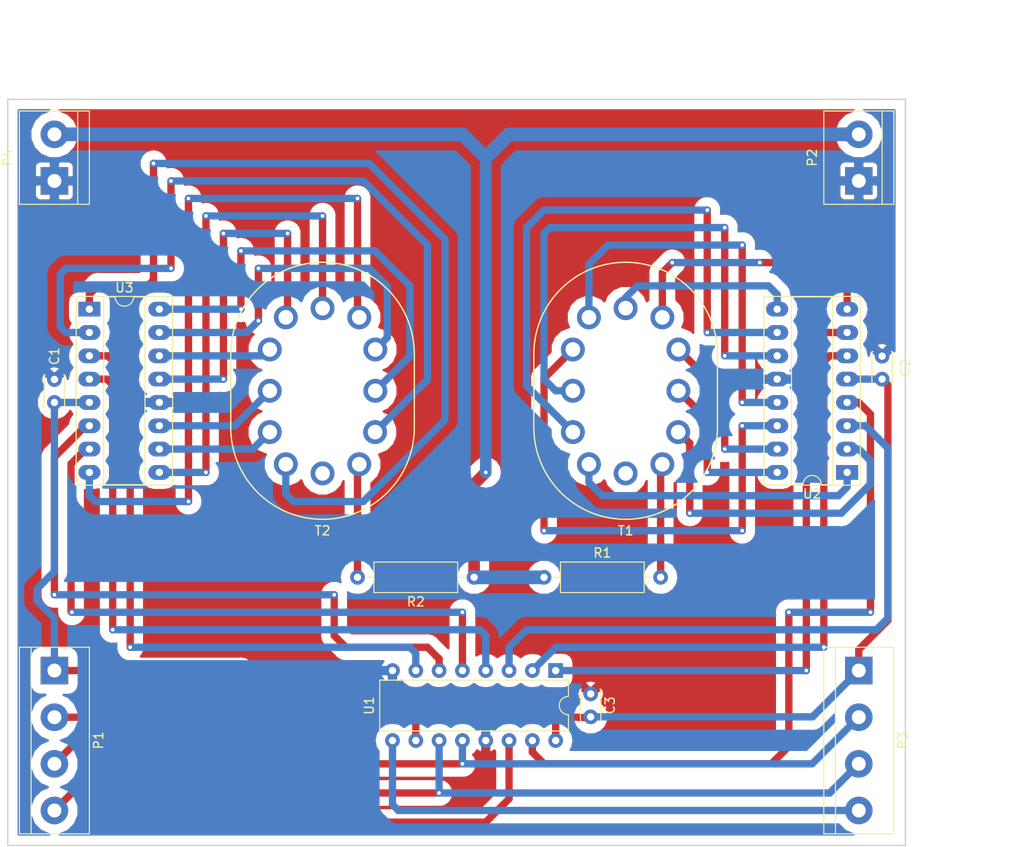
<source format=kicad_pcb>
(kicad_pcb (version 20171130) (host pcbnew 5.0.2+dfsg1-1)

  (general
    (thickness 1.6)
    (drawings 6)
    (tracks 293)
    (zones 0)
    (modules 14)
    (nets 40)
  )

  (page A4)
  (layers
    (0 F.Cu signal)
    (31 B.Cu signal)
    (32 B.Adhes user)
    (33 F.Adhes user)
    (34 B.Paste user)
    (35 F.Paste user)
    (36 B.SilkS user)
    (37 F.SilkS user)
    (38 B.Mask user)
    (39 F.Mask user)
    (40 Dwgs.User user)
    (41 Cmts.User user)
    (42 Eco1.User user)
    (43 Eco2.User user)
    (44 Edge.Cuts user)
    (45 Margin user)
    (46 B.CrtYd user)
    (47 F.CrtYd user)
    (48 B.Fab user)
    (49 F.Fab user)
  )

  (setup
    (last_trace_width 1.27)
    (user_trace_width 0.8)
    (user_trace_width 1.27)
    (user_trace_width 1.5)
    (trace_clearance 0.2)
    (zone_clearance 1)
    (zone_45_only no)
    (trace_min 0.2)
    (segment_width 0.2)
    (edge_width 0.15)
    (via_size 0.8)
    (via_drill 0.4)
    (via_min_size 0.4)
    (via_min_drill 0.3)
    (user_via 0.8 0.4)
    (uvia_size 0.3)
    (uvia_drill 0.1)
    (uvias_allowed no)
    (uvia_min_size 0.2)
    (uvia_min_drill 0.1)
    (pcb_text_width 0.3)
    (pcb_text_size 1.5 1.5)
    (mod_edge_width 0.15)
    (mod_text_size 1 1)
    (mod_text_width 0.15)
    (pad_size 4.5 4.5)
    (pad_drill 3.2)
    (pad_to_mask_clearance 0.2)
    (solder_mask_min_width 0.25)
    (aux_axis_origin 22.86 38.1)
    (visible_elements 7FFFFFFF)
    (pcbplotparams
      (layerselection 0x010f0_80000001)
      (usegerberextensions true)
      (usegerberattributes false)
      (usegerberadvancedattributes false)
      (creategerberjobfile false)
      (excludeedgelayer true)
      (linewidth 0.100000)
      (plotframeref false)
      (viasonmask false)
      (mode 1)
      (useauxorigin true)
      (hpglpennumber 1)
      (hpglpenspeed 20)
      (hpglpendiameter 15.000000)
      (psnegative false)
      (psa4output false)
      (plotreference true)
      (plotvalue true)
      (plotinvisibletext false)
      (padsonsilk false)
      (subtractmaskfromsilk true)
      (outputformat 1)
      (mirror false)
      (drillshape 0)
      (scaleselection 1)
      (outputdirectory "gerber/"))
  )

  (net 0 "")
  (net 1 GND)
  (net 2 +5V)
  (net 3 RCLK)
  (net 4 SCLK)
  (net 5 SerialIn)
  (net 6 HV)
  (net 7 SerialOut)
  (net 8 "Net-(R1-Pad2)")
  (net 9 "Net-(R2-Pad2)")
  (net 10 "Net-(T1-Pad12)")
  (net 11 "Net-(T1-Pad6)")
  (net 12 "Net-(T1-Pad9)")
  (net 13 "Net-(T1-Pad3)")
  (net 14 "Net-(T1-Pad4)")
  (net 15 "Net-(T1-Pad2)")
  (net 16 "Net-(T1-Pad10)")
  (net 17 "Net-(T1-Pad8)")
  (net 18 "Net-(T1-Pad5)")
  (net 19 "Net-(T1-Pad7)")
  (net 20 "Net-(T1-Pad11)")
  (net 21 "Net-(T2-Pad12)")
  (net 22 "Net-(T2-Pad6)")
  (net 23 "Net-(T2-Pad9)")
  (net 24 "Net-(T2-Pad3)")
  (net 25 "Net-(T2-Pad4)")
  (net 26 "Net-(T2-Pad2)")
  (net 27 "Net-(T2-Pad10)")
  (net 28 "Net-(T2-Pad8)")
  (net 29 "Net-(T2-Pad5)")
  (net 30 "Net-(T2-Pad7)")
  (net 31 "Net-(T2-Pad11)")
  (net 32 "Net-(U1-Pad1)")
  (net 33 "Net-(U1-Pad2)")
  (net 34 "Net-(U1-Pad3)")
  (net 35 "Net-(U1-Pad4)")
  (net 36 "Net-(U1-Pad5)")
  (net 37 "Net-(U1-Pad6)")
  (net 38 "Net-(U1-Pad7)")
  (net 39 "Net-(U1-Pad15)")

  (net_class Default "Dies ist die voreingestellte Netzklasse."
    (clearance 0.2)
    (trace_width 0.25)
    (via_dia 0.8)
    (via_drill 0.4)
    (uvia_dia 0.3)
    (uvia_drill 0.1)
    (add_net +5V)
    (add_net GND)
    (add_net HV)
    (add_net "Net-(R1-Pad2)")
    (add_net "Net-(R2-Pad2)")
    (add_net "Net-(T1-Pad10)")
    (add_net "Net-(T1-Pad11)")
    (add_net "Net-(T1-Pad12)")
    (add_net "Net-(T1-Pad2)")
    (add_net "Net-(T1-Pad3)")
    (add_net "Net-(T1-Pad4)")
    (add_net "Net-(T1-Pad5)")
    (add_net "Net-(T1-Pad6)")
    (add_net "Net-(T1-Pad7)")
    (add_net "Net-(T1-Pad8)")
    (add_net "Net-(T1-Pad9)")
    (add_net "Net-(T2-Pad10)")
    (add_net "Net-(T2-Pad11)")
    (add_net "Net-(T2-Pad12)")
    (add_net "Net-(T2-Pad2)")
    (add_net "Net-(T2-Pad3)")
    (add_net "Net-(T2-Pad4)")
    (add_net "Net-(T2-Pad5)")
    (add_net "Net-(T2-Pad6)")
    (add_net "Net-(T2-Pad7)")
    (add_net "Net-(T2-Pad8)")
    (add_net "Net-(T2-Pad9)")
    (add_net "Net-(U1-Pad1)")
    (add_net "Net-(U1-Pad15)")
    (add_net "Net-(U1-Pad2)")
    (add_net "Net-(U1-Pad3)")
    (add_net "Net-(U1-Pad4)")
    (add_net "Net-(U1-Pad5)")
    (add_net "Net-(U1-Pad6)")
    (add_net "Net-(U1-Pad7)")
    (add_net RCLK)
    (add_net SCLK)
    (add_net SerialIn)
    (add_net SerialOut)
  )

  (module Package_DIP:DIP-16_W7.62mm_Socket_LongPads (layer F.Cu) (tedit 5A02E8C5) (tstamp 5E341638)
    (at 114.3 78.74 180)
    (descr "16-lead though-hole mounted DIP package, row spacing 7.62 mm (300 mils), Socket, LongPads")
    (tags "THT DIP DIL PDIP 2.54mm 7.62mm 300mil Socket LongPads")
    (path /5E09BA38)
    (fp_text reference U2 (at 3.81 -2.33 180) (layer F.SilkS)
      (effects (font (size 1 1) (thickness 0.15)))
    )
    (fp_text value 74141 (at 3.81 20.11 180) (layer F.Fab)
      (effects (font (size 1 1) (thickness 0.15)))
    )
    (fp_arc (start 3.81 -1.33) (end 2.81 -1.33) (angle -180) (layer F.SilkS) (width 0.12))
    (fp_line (start 1.635 -1.27) (end 6.985 -1.27) (layer F.Fab) (width 0.1))
    (fp_line (start 6.985 -1.27) (end 6.985 19.05) (layer F.Fab) (width 0.1))
    (fp_line (start 6.985 19.05) (end 0.635 19.05) (layer F.Fab) (width 0.1))
    (fp_line (start 0.635 19.05) (end 0.635 -0.27) (layer F.Fab) (width 0.1))
    (fp_line (start 0.635 -0.27) (end 1.635 -1.27) (layer F.Fab) (width 0.1))
    (fp_line (start -1.27 -1.33) (end -1.27 19.11) (layer F.Fab) (width 0.1))
    (fp_line (start -1.27 19.11) (end 8.89 19.11) (layer F.Fab) (width 0.1))
    (fp_line (start 8.89 19.11) (end 8.89 -1.33) (layer F.Fab) (width 0.1))
    (fp_line (start 8.89 -1.33) (end -1.27 -1.33) (layer F.Fab) (width 0.1))
    (fp_line (start 2.81 -1.33) (end 1.56 -1.33) (layer F.SilkS) (width 0.12))
    (fp_line (start 1.56 -1.33) (end 1.56 19.11) (layer F.SilkS) (width 0.12))
    (fp_line (start 1.56 19.11) (end 6.06 19.11) (layer F.SilkS) (width 0.12))
    (fp_line (start 6.06 19.11) (end 6.06 -1.33) (layer F.SilkS) (width 0.12))
    (fp_line (start 6.06 -1.33) (end 4.81 -1.33) (layer F.SilkS) (width 0.12))
    (fp_line (start -1.44 -1.39) (end -1.44 19.17) (layer F.SilkS) (width 0.12))
    (fp_line (start -1.44 19.17) (end 9.06 19.17) (layer F.SilkS) (width 0.12))
    (fp_line (start 9.06 19.17) (end 9.06 -1.39) (layer F.SilkS) (width 0.12))
    (fp_line (start 9.06 -1.39) (end -1.44 -1.39) (layer F.SilkS) (width 0.12))
    (fp_line (start -1.55 -1.6) (end -1.55 19.4) (layer F.CrtYd) (width 0.05))
    (fp_line (start -1.55 19.4) (end 9.15 19.4) (layer F.CrtYd) (width 0.05))
    (fp_line (start 9.15 19.4) (end 9.15 -1.6) (layer F.CrtYd) (width 0.05))
    (fp_line (start 9.15 -1.6) (end -1.55 -1.6) (layer F.CrtYd) (width 0.05))
    (fp_text user %R (at 3.81 8.89 180) (layer F.Fab)
      (effects (font (size 1 1) (thickness 0.15)))
    )
    (pad 1 thru_hole rect (at 0 0 180) (size 2.4 1.6) (drill 0.8) (layers *.Cu *.Mask)
      (net 20 "Net-(T1-Pad11)"))
    (pad 9 thru_hole oval (at 7.62 17.78 180) (size 2.4 1.6) (drill 0.8) (layers *.Cu *.Mask)
      (net 11 "Net-(T1-Pad6)"))
    (pad 2 thru_hole oval (at 0 2.54 180) (size 2.4 1.6) (drill 0.8) (layers *.Cu *.Mask)
      (net 15 "Net-(T1-Pad2)"))
    (pad 10 thru_hole oval (at 7.62 15.24 180) (size 2.4 1.6) (drill 0.8) (layers *.Cu *.Mask)
      (net 16 "Net-(T1-Pad10)"))
    (pad 3 thru_hole oval (at 0 5.08 180) (size 2.4 1.6) (drill 0.8) (layers *.Cu *.Mask)
      (net 34 "Net-(U1-Pad3)"))
    (pad 11 thru_hole oval (at 7.62 12.7 180) (size 2.4 1.6) (drill 0.8) (layers *.Cu *.Mask)
      (net 12 "Net-(T1-Pad9)"))
    (pad 4 thru_hole oval (at 0 7.62 180) (size 2.4 1.6) (drill 0.8) (layers *.Cu *.Mask)
      (net 39 "Net-(U1-Pad15)"))
    (pad 12 thru_hole oval (at 7.62 10.16 180) (size 2.4 1.6) (drill 0.8) (layers *.Cu *.Mask)
      (net 1 GND))
    (pad 5 thru_hole oval (at 0 10.16 180) (size 2.4 1.6) (drill 0.8) (layers *.Cu *.Mask)
      (net 2 +5V))
    (pad 13 thru_hole oval (at 7.62 7.62 180) (size 2.4 1.6) (drill 0.8) (layers *.Cu *.Mask)
      (net 19 "Net-(T1-Pad7)"))
    (pad 6 thru_hole oval (at 0 12.7 180) (size 2.4 1.6) (drill 0.8) (layers *.Cu *.Mask)
      (net 33 "Net-(U1-Pad2)"))
    (pad 14 thru_hole oval (at 7.62 5.08 180) (size 2.4 1.6) (drill 0.8) (layers *.Cu *.Mask)
      (net 17 "Net-(T1-Pad8)"))
    (pad 7 thru_hole oval (at 0 15.24 180) (size 2.4 1.6) (drill 0.8) (layers *.Cu *.Mask)
      (net 32 "Net-(U1-Pad1)"))
    (pad 15 thru_hole oval (at 7.62 2.54 180) (size 2.4 1.6) (drill 0.8) (layers *.Cu *.Mask)
      (net 14 "Net-(T1-Pad4)"))
    (pad 8 thru_hole oval (at 0 17.78 180) (size 2.4 1.6) (drill 0.8) (layers *.Cu *.Mask)
      (net 18 "Net-(T1-Pad5)"))
    (pad 16 thru_hole oval (at 7.62 0 180) (size 2.4 1.6) (drill 0.8) (layers *.Cu *.Mask)
      (net 13 "Net-(T1-Pad3)"))
    (model ${KISYS3DMOD}/Package_DIP.3dshapes/DIP-16_W7.62mm_Socket.wrl
      (at (xyz 0 0 0))
      (scale (xyz 1 1 1))
      (rotate (xyz 0 0 0))
    )
  )

  (module Nixie:IN-12B (layer F.Cu) (tedit 5E0546D3) (tstamp 5E341621)
    (at 57.15 69.85)
    (path /58A86A37)
    (fp_text reference T2 (at 0 15.24) (layer F.SilkS)
      (effects (font (size 1 1) (thickness 0.15)))
    )
    (fp_text value IN12b (at 0 -1.27) (layer F.Fab)
      (effects (font (size 1 1) (thickness 0.15)))
    )
    (fp_line (start 10 -4) (end 10 4) (layer F.SilkS) (width 0.15))
    (fp_line (start -10 -4) (end -10 4) (layer F.SilkS) (width 0.15))
    (fp_arc (start 0 4) (end 10 4) (angle 90) (layer F.SilkS) (width 0.15))
    (fp_arc (start 0 4) (end 0 14) (angle 90) (layer F.SilkS) (width 0.15))
    (fp_arc (start 0 -4) (end 0 -14) (angle 90) (layer F.SilkS) (width 0.15))
    (fp_arc (start 0 -4) (end -10 -4) (angle 90) (layer F.SilkS) (width 0.15))
    (fp_circle (center 0 0) (end 3 -2) (layer F.SilkS) (width 0.15))
    (pad 6 thru_hole circle (at 0 -9) (size 2.6 2.6) (drill 1.6) (layers *.Cu *.Mask)
      (net 22 "Net-(T2-Pad6)"))
    (pad 12 thru_hole circle (at 0 9) (size 2.6 2.6) (drill 1.6) (layers *.Cu *.Mask)
      (net 21 "Net-(T2-Pad12)"))
    (pad 3 thru_hole circle (at 5.75 0) (size 2.6 2.6) (drill 1.6) (layers *.Cu *.Mask)
      (net 24 "Net-(T2-Pad3)"))
    (pad 9 thru_hole circle (at -5.75 0) (size 2.6 2.6) (drill 1.6) (layers *.Cu *.Mask)
      (net 23 "Net-(T2-Pad9)"))
    (pad 10 thru_hole circle (at -5.75 4.5) (size 2.6 2.6) (drill 1.6) (layers *.Cu *.Mask)
      (net 27 "Net-(T2-Pad10)"))
    (pad 8 thru_hole circle (at -5.75 -4.5) (size 2.6 2.6) (drill 1.6) (layers *.Cu *.Mask)
      (net 28 "Net-(T2-Pad8)"))
    (pad 4 thru_hole circle (at 5.75 -4.5) (size 2.6 2.6) (drill 1.6) (layers *.Cu *.Mask)
      (net 25 "Net-(T2-Pad4)"))
    (pad 2 thru_hole circle (at 5.725 4.5) (size 2.6 2.6) (drill 1.6) (layers *.Cu *.Mask)
      (net 26 "Net-(T2-Pad2)"))
    (pad 11 thru_hole circle (at -4 8) (size 2.6 2.6) (drill 1.6) (layers *.Cu *.Mask)
      (net 31 "Net-(T2-Pad11)"))
    (pad 1 thru_hole circle (at 4 8) (size 2.6 2.6) (drill 1.6) (layers *.Cu *.Mask)
      (net 9 "Net-(R2-Pad2)"))
    (pad 5 thru_hole circle (at 4 -8) (size 2.6 2.6) (drill 1.6) (layers *.Cu *.Mask)
      (net 29 "Net-(T2-Pad5)"))
    (pad 7 thru_hole circle (at -4 -8) (size 2.6 2.6) (drill 1.6) (layers *.Cu *.Mask)
      (net 30 "Net-(T2-Pad7)"))
    (pad "" np_thru_hole circle (at 0 0) (size 8 8) (drill 8) (layers *.Cu *.Mask))
  )

  (module Resistors_ThroughHole:R_Axial_DIN0309_L9.0mm_D3.2mm_P12.70mm_Horizontal (layer F.Cu) (tedit 5874F706) (tstamp 5E341D72)
    (at 73.66 90.17 180)
    (descr "Resistor, Axial_DIN0309 series, Axial, Horizontal, pin pitch=12.7mm, 0.5W = 1/2W, length*diameter=9*3.2mm^2, http://cdn-reichelt.de/documents/datenblatt/B400/1_4W%23YAG.pdf")
    (tags "Resistor Axial_DIN0309 series Axial Horizontal pin pitch 12.7mm 0.5W = 1/2W length 9mm diameter 3.2mm")
    (path /58A86A4E)
    (fp_text reference R2 (at 6.35 -2.66 180) (layer F.SilkS)
      (effects (font (size 1 1) (thickness 0.15)))
    )
    (fp_text value 12k (at 6.35 2.66 180) (layer F.Fab)
      (effects (font (size 1 1) (thickness 0.15)))
    )
    (fp_line (start 1.85 -1.6) (end 1.85 1.6) (layer F.Fab) (width 0.1))
    (fp_line (start 1.85 1.6) (end 10.85 1.6) (layer F.Fab) (width 0.1))
    (fp_line (start 10.85 1.6) (end 10.85 -1.6) (layer F.Fab) (width 0.1))
    (fp_line (start 10.85 -1.6) (end 1.85 -1.6) (layer F.Fab) (width 0.1))
    (fp_line (start 0 0) (end 1.85 0) (layer F.Fab) (width 0.1))
    (fp_line (start 12.7 0) (end 10.85 0) (layer F.Fab) (width 0.1))
    (fp_line (start 1.79 -1.66) (end 1.79 1.66) (layer F.SilkS) (width 0.12))
    (fp_line (start 1.79 1.66) (end 10.91 1.66) (layer F.SilkS) (width 0.12))
    (fp_line (start 10.91 1.66) (end 10.91 -1.66) (layer F.SilkS) (width 0.12))
    (fp_line (start 10.91 -1.66) (end 1.79 -1.66) (layer F.SilkS) (width 0.12))
    (fp_line (start 0.98 0) (end 1.79 0) (layer F.SilkS) (width 0.12))
    (fp_line (start 11.72 0) (end 10.91 0) (layer F.SilkS) (width 0.12))
    (fp_line (start -1.05 -1.95) (end -1.05 1.95) (layer F.CrtYd) (width 0.05))
    (fp_line (start -1.05 1.95) (end 13.75 1.95) (layer F.CrtYd) (width 0.05))
    (fp_line (start 13.75 1.95) (end 13.75 -1.95) (layer F.CrtYd) (width 0.05))
    (fp_line (start 13.75 -1.95) (end -1.05 -1.95) (layer F.CrtYd) (width 0.05))
    (pad 1 thru_hole circle (at 0 0 180) (size 1.6 1.6) (drill 0.8) (layers *.Cu *.Mask)
      (net 6 HV))
    (pad 2 thru_hole oval (at 12.7 0 180) (size 1.6 1.6) (drill 0.8) (layers *.Cu *.Mask)
      (net 9 "Net-(R2-Pad2)"))
    (model Resistors_THT.3dshapes/R_Axial_DIN0309_L9.0mm_D3.2mm_P12.70mm_Horizontal.wrl
      (at (xyz 0 0 0))
      (scale (xyz 0.393701 0.393701 0.393701))
      (rotate (xyz 0 0 0))
    )
  )

  (module Capacitors_ThroughHole:C_Disc_D3.4mm_W2.1mm_P2.50mm (layer F.Cu) (tedit 58B1C98C) (tstamp 58A9FE81)
    (at 86.36 102.87 270)
    (descr "C, Disc series, Radial, pin pitch=2.50mm, , diameter*width=3.4*2.1mm^2, Capacitor, http://www.vishay.com/docs/45233/krseries.pdf")
    (tags "C Disc series Radial pin pitch 2.50mm  diameter 3.4mm width 2.1mm Capacitor")
    (path /58B1DA5F)
    (fp_text reference C3 (at 1.25 -2.11 270) (layer F.SilkS)
      (effects (font (size 1 1) (thickness 0.15)))
    )
    (fp_text value 100nF (at 1.25 2.11 270) (layer F.Fab)
      (effects (font (size 1 1) (thickness 0.15)))
    )
    (fp_line (start -0.45 -1.05) (end -0.45 1.05) (layer F.Fab) (width 0.1))
    (fp_line (start -0.45 1.05) (end 2.95 1.05) (layer F.Fab) (width 0.1))
    (fp_line (start 2.95 1.05) (end 2.95 -1.05) (layer F.Fab) (width 0.1))
    (fp_line (start 2.95 -1.05) (end -0.45 -1.05) (layer F.Fab) (width 0.1))
    (fp_line (start -0.51 -1.11) (end 3.01 -1.11) (layer F.SilkS) (width 0.12))
    (fp_line (start -0.51 1.11) (end 3.01 1.11) (layer F.SilkS) (width 0.12))
    (fp_line (start -0.51 -1.11) (end -0.51 -0.996) (layer F.SilkS) (width 0.12))
    (fp_line (start -0.51 0.996) (end -0.51 1.11) (layer F.SilkS) (width 0.12))
    (fp_line (start 3.01 -1.11) (end 3.01 -0.996) (layer F.SilkS) (width 0.12))
    (fp_line (start 3.01 0.996) (end 3.01 1.11) (layer F.SilkS) (width 0.12))
    (fp_line (start -1.05 -1.4) (end -1.05 1.4) (layer F.CrtYd) (width 0.05))
    (fp_line (start -1.05 1.4) (end 3.55 1.4) (layer F.CrtYd) (width 0.05))
    (fp_line (start 3.55 1.4) (end 3.55 -1.4) (layer F.CrtYd) (width 0.05))
    (fp_line (start 3.55 -1.4) (end -1.05 -1.4) (layer F.CrtYd) (width 0.05))
    (pad 1 thru_hole circle (at 0 0 270) (size 1.6 1.6) (drill 0.8) (layers *.Cu *.Mask)
      (net 1 GND))
    (pad 2 thru_hole circle (at 2.5 0 270) (size 1.6 1.6) (drill 0.8) (layers *.Cu *.Mask)
      (net 2 +5V))
    (model Capacitors_THT.3dshapes/C_Disc_D3.4mm_W2.1mm_P2.50mm.wrl
      (at (xyz 0 0 0))
      (scale (xyz 0.393701 0.393701 0.393701))
      (rotate (xyz 0 0 0))
    )
  )

  (module Connect:bornier4 (layer F.Cu) (tedit 587FD5E4) (tstamp 58A9FE89)
    (at 27.94 100.33 270)
    (descr "Bornier d'alimentation 4 pins")
    (tags DEV)
    (path /58A9FE8F)
    (fp_text reference P1 (at 7.6 -4.8 270) (layer F.SilkS)
      (effects (font (size 1 1) (thickness 0.15)))
    )
    (fp_text value CONN_01X04 (at 7.6 4.75 270) (layer F.Fab)
      (effects (font (size 1 1) (thickness 0.15)))
    )
    (fp_line (start -2.48 2.55) (end 17.72 2.55) (layer F.Fab) (width 0.1))
    (fp_line (start -2.43 3.75) (end -2.48 3.75) (layer F.Fab) (width 0.1))
    (fp_line (start -2.48 3.75) (end -2.48 -3.75) (layer F.Fab) (width 0.1))
    (fp_line (start -2.48 -3.75) (end 17.72 -3.75) (layer F.Fab) (width 0.1))
    (fp_line (start 17.72 -3.75) (end 17.72 3.75) (layer F.Fab) (width 0.1))
    (fp_line (start 17.72 3.75) (end -2.43 3.75) (layer F.Fab) (width 0.1))
    (fp_line (start -2.54 -3.81) (end -2.54 3.81) (layer F.SilkS) (width 0.12))
    (fp_line (start 17.78 3.81) (end 17.78 -3.81) (layer F.SilkS) (width 0.12))
    (fp_line (start 17.78 2.54) (end -2.54 2.54) (layer F.SilkS) (width 0.12))
    (fp_line (start -2.54 -3.81) (end 17.78 -3.81) (layer F.SilkS) (width 0.12))
    (fp_line (start -2.54 3.81) (end 17.78 3.81) (layer F.SilkS) (width 0.12))
    (fp_line (start -2.73 -4) (end 17.97 -4) (layer F.CrtYd) (width 0.05))
    (fp_line (start -2.73 -4) (end -2.73 4) (layer F.CrtYd) (width 0.05))
    (fp_line (start 17.97 4) (end 17.97 -4) (layer F.CrtYd) (width 0.05))
    (fp_line (start 17.97 4) (end -2.73 4) (layer F.CrtYd) (width 0.05))
    (pad 2 thru_hole circle (at 5.08 0 270) (size 3 3) (drill 1.52) (layers *.Cu *.Mask)
      (net 3 RCLK))
    (pad 3 thru_hole circle (at 10.16 0 270) (size 3 3) (drill 1.52) (layers *.Cu *.Mask)
      (net 4 SCLK))
    (pad 1 thru_hole rect (at 0 0 270) (size 3 3) (drill 1.52) (layers *.Cu *.Mask)
      (net 2 +5V))
    (pad 4 thru_hole circle (at 15.24 0 270) (size 3 3) (drill 1.52) (layers *.Cu *.Mask)
      (net 5 SerialIn))
    (model Connectors.3dshapes/bornier4.wrl
      (at (xyz 0 0 0))
      (scale (xyz 1 1 1))
      (rotate (xyz 0 0 0))
    )
  )

  (module Connect:bornier2 (layer F.Cu) (tedit 587FD522) (tstamp 58A9FE8F)
    (at 115.57 46.99 90)
    (descr "Bornier d'alimentation 2 pins")
    (tags DEV)
    (path /58A9FC7D)
    (fp_text reference P2 (at 2.54 -5.08 90) (layer F.SilkS)
      (effects (font (size 1 1) (thickness 0.15)))
    )
    (fp_text value CONN_01X02 (at 2.54 5.08 90) (layer F.Fab)
      (effects (font (size 1 1) (thickness 0.15)))
    )
    (fp_line (start -2.41 2.55) (end 7.49 2.55) (layer F.Fab) (width 0.1))
    (fp_line (start -2.46 -3.75) (end -2.46 3.75) (layer F.Fab) (width 0.1))
    (fp_line (start -2.46 3.75) (end 7.54 3.75) (layer F.Fab) (width 0.1))
    (fp_line (start 7.54 3.75) (end 7.54 -3.75) (layer F.Fab) (width 0.1))
    (fp_line (start 7.54 -3.75) (end -2.46 -3.75) (layer F.Fab) (width 0.1))
    (fp_line (start 7.62 2.54) (end -2.54 2.54) (layer F.SilkS) (width 0.12))
    (fp_line (start 7.62 3.81) (end 7.62 -3.81) (layer F.SilkS) (width 0.12))
    (fp_line (start 7.62 -3.81) (end -2.54 -3.81) (layer F.SilkS) (width 0.12))
    (fp_line (start -2.54 -3.81) (end -2.54 3.81) (layer F.SilkS) (width 0.12))
    (fp_line (start -2.54 3.81) (end 7.62 3.81) (layer F.SilkS) (width 0.12))
    (fp_line (start -2.71 -4) (end 7.79 -4) (layer F.CrtYd) (width 0.05))
    (fp_line (start -2.71 -4) (end -2.71 4) (layer F.CrtYd) (width 0.05))
    (fp_line (start 7.79 4) (end 7.79 -4) (layer F.CrtYd) (width 0.05))
    (fp_line (start 7.79 4) (end -2.71 4) (layer F.CrtYd) (width 0.05))
    (pad 1 thru_hole rect (at 0 0 90) (size 3 3) (drill 1.52) (layers *.Cu *.Mask)
      (net 1 GND))
    (pad 2 thru_hole circle (at 5.08 0 90) (size 3 3) (drill 1.52) (layers *.Cu *.Mask)
      (net 6 HV))
    (model Connectors.3dshapes/bornier2.wrl
      (at (xyz 0 0 0))
      (scale (xyz 1 1 1))
      (rotate (xyz 0 0 0))
    )
  )

  (module Connect:bornier4 (layer F.Cu) (tedit 587FD5E4) (tstamp 58A9FE97)
    (at 115.57 100.33 270)
    (descr "Bornier d'alimentation 4 pins")
    (tags DEV)
    (path /58A9FE03)
    (fp_text reference P3 (at 7.6 -4.8 270) (layer F.SilkS)
      (effects (font (size 1 1) (thickness 0.15)))
    )
    (fp_text value CONN_01X04 (at 7.6 4.75 270) (layer F.Fab)
      (effects (font (size 1 1) (thickness 0.15)))
    )
    (fp_line (start -2.48 2.55) (end 17.72 2.55) (layer F.Fab) (width 0.1))
    (fp_line (start -2.43 3.75) (end -2.48 3.75) (layer F.Fab) (width 0.1))
    (fp_line (start -2.48 3.75) (end -2.48 -3.75) (layer F.Fab) (width 0.1))
    (fp_line (start -2.48 -3.75) (end 17.72 -3.75) (layer F.Fab) (width 0.1))
    (fp_line (start 17.72 -3.75) (end 17.72 3.75) (layer F.Fab) (width 0.1))
    (fp_line (start 17.72 3.75) (end -2.43 3.75) (layer F.Fab) (width 0.1))
    (fp_line (start -2.54 -3.81) (end -2.54 3.81) (layer F.SilkS) (width 0.12))
    (fp_line (start 17.78 3.81) (end 17.78 -3.81) (layer F.SilkS) (width 0.12))
    (fp_line (start 17.78 2.54) (end -2.54 2.54) (layer F.SilkS) (width 0.12))
    (fp_line (start -2.54 -3.81) (end 17.78 -3.81) (layer F.SilkS) (width 0.12))
    (fp_line (start -2.54 3.81) (end 17.78 3.81) (layer F.SilkS) (width 0.12))
    (fp_line (start -2.73 -4) (end 17.97 -4) (layer F.CrtYd) (width 0.05))
    (fp_line (start -2.73 -4) (end -2.73 4) (layer F.CrtYd) (width 0.05))
    (fp_line (start 17.97 4) (end 17.97 -4) (layer F.CrtYd) (width 0.05))
    (fp_line (start 17.97 4) (end -2.73 4) (layer F.CrtYd) (width 0.05))
    (pad 2 thru_hole circle (at 5.08 0 270) (size 3 3) (drill 1.52) (layers *.Cu *.Mask)
      (net 3 RCLK))
    (pad 3 thru_hole circle (at 10.16 0 270) (size 3 3) (drill 1.52) (layers *.Cu *.Mask)
      (net 4 SCLK))
    (pad 1 thru_hole rect (at 0 0 270) (size 3 3) (drill 1.52) (layers *.Cu *.Mask)
      (net 2 +5V))
    (pad 4 thru_hole circle (at 15.24 0 270) (size 3 3) (drill 1.52) (layers *.Cu *.Mask)
      (net 7 SerialOut))
    (model Connectors.3dshapes/bornier4.wrl
      (at (xyz 0 0 0))
      (scale (xyz 1 1 1))
      (rotate (xyz 0 0 0))
    )
  )

  (module Connect:bornier2 (layer F.Cu) (tedit 587FD522) (tstamp 58A9FE9D)
    (at 27.94 46.99 90)
    (descr "Bornier d'alimentation 2 pins")
    (tags DEV)
    (path /58A9FCD0)
    (fp_text reference P4 (at 2.54 -5.08 90) (layer F.SilkS)
      (effects (font (size 1 1) (thickness 0.15)))
    )
    (fp_text value CONN_01X02 (at 2.54 5.08 90) (layer F.Fab)
      (effects (font (size 1 1) (thickness 0.15)))
    )
    (fp_line (start -2.41 2.55) (end 7.49 2.55) (layer F.Fab) (width 0.1))
    (fp_line (start -2.46 -3.75) (end -2.46 3.75) (layer F.Fab) (width 0.1))
    (fp_line (start -2.46 3.75) (end 7.54 3.75) (layer F.Fab) (width 0.1))
    (fp_line (start 7.54 3.75) (end 7.54 -3.75) (layer F.Fab) (width 0.1))
    (fp_line (start 7.54 -3.75) (end -2.46 -3.75) (layer F.Fab) (width 0.1))
    (fp_line (start 7.62 2.54) (end -2.54 2.54) (layer F.SilkS) (width 0.12))
    (fp_line (start 7.62 3.81) (end 7.62 -3.81) (layer F.SilkS) (width 0.12))
    (fp_line (start 7.62 -3.81) (end -2.54 -3.81) (layer F.SilkS) (width 0.12))
    (fp_line (start -2.54 -3.81) (end -2.54 3.81) (layer F.SilkS) (width 0.12))
    (fp_line (start -2.54 3.81) (end 7.62 3.81) (layer F.SilkS) (width 0.12))
    (fp_line (start -2.71 -4) (end 7.79 -4) (layer F.CrtYd) (width 0.05))
    (fp_line (start -2.71 -4) (end -2.71 4) (layer F.CrtYd) (width 0.05))
    (fp_line (start 7.79 4) (end 7.79 -4) (layer F.CrtYd) (width 0.05))
    (fp_line (start 7.79 4) (end -2.71 4) (layer F.CrtYd) (width 0.05))
    (pad 1 thru_hole rect (at 0 0 90) (size 3 3) (drill 1.52) (layers *.Cu *.Mask)
      (net 1 GND))
    (pad 2 thru_hole circle (at 5.08 0 90) (size 3 3) (drill 1.52) (layers *.Cu *.Mask)
      (net 6 HV))
    (model Connectors.3dshapes/bornier2.wrl
      (at (xyz 0 0 0))
      (scale (xyz 1 1 1))
      (rotate (xyz 0 0 0))
    )
  )

  (module Resistors_ThroughHole:R_Axial_DIN0309_L9.0mm_D3.2mm_P12.70mm_Horizontal (layer F.Cu) (tedit 5874F706) (tstamp 58A9FEA3)
    (at 81.28 90.17)
    (descr "Resistor, Axial_DIN0309 series, Axial, Horizontal, pin pitch=12.7mm, 0.5W = 1/2W, length*diameter=9*3.2mm^2, http://cdn-reichelt.de/documents/datenblatt/B400/1_4W%23YAG.pdf")
    (tags "Resistor Axial_DIN0309 series Axial Horizontal pin pitch 12.7mm 0.5W = 1/2W length 9mm diameter 3.2mm")
    (path /58A863E1)
    (fp_text reference R1 (at 6.35 -2.66) (layer F.SilkS)
      (effects (font (size 1 1) (thickness 0.15)))
    )
    (fp_text value 12k (at 6.35 2.66) (layer F.Fab)
      (effects (font (size 1 1) (thickness 0.15)))
    )
    (fp_line (start 1.85 -1.6) (end 1.85 1.6) (layer F.Fab) (width 0.1))
    (fp_line (start 1.85 1.6) (end 10.85 1.6) (layer F.Fab) (width 0.1))
    (fp_line (start 10.85 1.6) (end 10.85 -1.6) (layer F.Fab) (width 0.1))
    (fp_line (start 10.85 -1.6) (end 1.85 -1.6) (layer F.Fab) (width 0.1))
    (fp_line (start 0 0) (end 1.85 0) (layer F.Fab) (width 0.1))
    (fp_line (start 12.7 0) (end 10.85 0) (layer F.Fab) (width 0.1))
    (fp_line (start 1.79 -1.66) (end 1.79 1.66) (layer F.SilkS) (width 0.12))
    (fp_line (start 1.79 1.66) (end 10.91 1.66) (layer F.SilkS) (width 0.12))
    (fp_line (start 10.91 1.66) (end 10.91 -1.66) (layer F.SilkS) (width 0.12))
    (fp_line (start 10.91 -1.66) (end 1.79 -1.66) (layer F.SilkS) (width 0.12))
    (fp_line (start 0.98 0) (end 1.79 0) (layer F.SilkS) (width 0.12))
    (fp_line (start 11.72 0) (end 10.91 0) (layer F.SilkS) (width 0.12))
    (fp_line (start -1.05 -1.95) (end -1.05 1.95) (layer F.CrtYd) (width 0.05))
    (fp_line (start -1.05 1.95) (end 13.75 1.95) (layer F.CrtYd) (width 0.05))
    (fp_line (start 13.75 1.95) (end 13.75 -1.95) (layer F.CrtYd) (width 0.05))
    (fp_line (start 13.75 -1.95) (end -1.05 -1.95) (layer F.CrtYd) (width 0.05))
    (pad 1 thru_hole circle (at 0 0) (size 1.6 1.6) (drill 0.8) (layers *.Cu *.Mask)
      (net 6 HV))
    (pad 2 thru_hole oval (at 12.7 0) (size 1.6 1.6) (drill 0.8) (layers *.Cu *.Mask)
      (net 8 "Net-(R1-Pad2)"))
    (model Resistors_THT.3dshapes/R_Axial_DIN0309_L9.0mm_D3.2mm_P12.70mm_Horizontal.wrl
      (at (xyz 0 0 0))
      (scale (xyz 0.393701 0.393701 0.393701))
      (rotate (xyz 0 0 0))
    )
  )

  (module Housings_DIP:DIP-16_W7.62mm (layer F.Cu) (tedit 58B2EA63) (tstamp 58A9FEDD)
    (at 82.55 100.33 270)
    (descr "16-lead dip package, row spacing 7.62 mm (300 mils)")
    (tags "DIL DIP PDIP 2.54mm 7.62mm 300mil")
    (path /58A88364)
    (fp_text reference U1 (at 3.81 20.32 270) (layer F.SilkS)
      (effects (font (size 1 1) (thickness 0.15)))
    )
    (fp_text value 74HC595 (at 3.81 20.17 270) (layer F.Fab)
      (effects (font (size 1 1) (thickness 0.15)))
    )
    (fp_arc (start 3.81 -1.39) (end 2.81 -1.39) (angle -180) (layer F.SilkS) (width 0.12))
    (fp_line (start 1.635 -1.27) (end 6.985 -1.27) (layer F.Fab) (width 0.1))
    (fp_line (start 6.985 -1.27) (end 6.985 19.05) (layer F.Fab) (width 0.1))
    (fp_line (start 6.985 19.05) (end 0.635 19.05) (layer F.Fab) (width 0.1))
    (fp_line (start 0.635 19.05) (end 0.635 -0.27) (layer F.Fab) (width 0.1))
    (fp_line (start 0.635 -0.27) (end 1.635 -1.27) (layer F.Fab) (width 0.1))
    (fp_line (start 2.81 -1.39) (end 1.04 -1.39) (layer F.SilkS) (width 0.12))
    (fp_line (start 1.04 -1.39) (end 1.04 19.17) (layer F.SilkS) (width 0.12))
    (fp_line (start 1.04 19.17) (end 6.58 19.17) (layer F.SilkS) (width 0.12))
    (fp_line (start 6.58 19.17) (end 6.58 -1.39) (layer F.SilkS) (width 0.12))
    (fp_line (start 6.58 -1.39) (end 4.81 -1.39) (layer F.SilkS) (width 0.12))
    (fp_line (start -1.1 -1.6) (end -1.1 19.3) (layer F.CrtYd) (width 0.05))
    (fp_line (start -1.1 19.3) (end 8.7 19.3) (layer F.CrtYd) (width 0.05))
    (fp_line (start 8.7 19.3) (end 8.7 -1.6) (layer F.CrtYd) (width 0.05))
    (fp_line (start 8.7 -1.6) (end -1.1 -1.6) (layer F.CrtYd) (width 0.05))
    (pad 1 thru_hole rect (at 0 0 270) (size 1.6 1.6) (drill 0.8) (layers *.Cu *.Mask)
      (net 32 "Net-(U1-Pad1)"))
    (pad 9 thru_hole oval (at 7.62 17.78 270) (size 1.6 1.6) (drill 0.8) (layers *.Cu *.Mask)
      (net 7 SerialOut))
    (pad 2 thru_hole oval (at 0 2.54 270) (size 1.6 1.6) (drill 0.8) (layers *.Cu *.Mask)
      (net 33 "Net-(U1-Pad2)"))
    (pad 10 thru_hole oval (at 7.62 15.24 270) (size 1.6 1.6) (drill 0.8) (layers *.Cu *.Mask)
      (net 2 +5V))
    (pad 3 thru_hole oval (at 0 5.08 270) (size 1.6 1.6) (drill 0.8) (layers *.Cu *.Mask)
      (net 34 "Net-(U1-Pad3)"))
    (pad 11 thru_hole oval (at 7.62 12.7 270) (size 1.6 1.6) (drill 0.8) (layers *.Cu *.Mask)
      (net 4 SCLK))
    (pad 4 thru_hole oval (at 0 7.62 270) (size 1.6 1.6) (drill 0.8) (layers *.Cu *.Mask)
      (net 35 "Net-(U1-Pad4)"))
    (pad 12 thru_hole oval (at 7.62 10.16 270) (size 1.6 1.6) (drill 0.8) (layers *.Cu *.Mask)
      (net 3 RCLK))
    (pad 5 thru_hole oval (at 0 10.16 270) (size 1.6 1.6) (drill 0.8) (layers *.Cu *.Mask)
      (net 36 "Net-(U1-Pad5)"))
    (pad 13 thru_hole oval (at 7.62 7.62 270) (size 1.6 1.6) (drill 0.8) (layers *.Cu *.Mask)
      (net 1 GND))
    (pad 6 thru_hole oval (at 0 12.7 270) (size 1.6 1.6) (drill 0.8) (layers *.Cu *.Mask)
      (net 37 "Net-(U1-Pad6)"))
    (pad 14 thru_hole oval (at 7.62 5.08 270) (size 1.6 1.6) (drill 0.8) (layers *.Cu *.Mask)
      (net 5 SerialIn))
    (pad 7 thru_hole oval (at 0 15.24 270) (size 1.6 1.6) (drill 0.8) (layers *.Cu *.Mask)
      (net 38 "Net-(U1-Pad7)"))
    (pad 15 thru_hole oval (at 7.62 2.54 270) (size 1.6 1.6) (drill 0.8) (layers *.Cu *.Mask)
      (net 39 "Net-(U1-Pad15)"))
    (pad 8 thru_hole oval (at 0 17.78 270) (size 1.6 1.6) (drill 0.8) (layers *.Cu *.Mask)
      (net 1 GND))
    (pad 16 thru_hole oval (at 7.62 0 270) (size 1.6 1.6) (drill 0.8) (layers *.Cu *.Mask)
      (net 2 +5V))
    (model Housings_DIP.3dshapes/DIP-16_W7.62mm.wrl
      (at (xyz 0 0 0))
      (scale (xyz 1 1 1))
      (rotate (xyz 0 0 0))
    )
  )

  (module Capacitors_ThroughHole:C_Disc_D3.4mm_W2.1mm_P2.50mm (layer F.Cu) (tedit 58B2EA34) (tstamp 58B1BFE7)
    (at 27.94 68.62 270)
    (descr "C, Disc series, Radial, pin pitch=2.50mm, , diameter*width=3.4*2.1mm^2, Capacitor, http://www.vishay.com/docs/45233/krseries.pdf")
    (tags "C Disc series Radial pin pitch 2.50mm  diameter 3.4mm width 2.1mm Capacitor")
    (path /58A897C8)
    (fp_text reference C1 (at -2.54 0 270) (layer F.SilkS)
      (effects (font (size 1 1) (thickness 0.15)))
    )
    (fp_text value 100nF (at 1.25 2.11 270) (layer F.Fab)
      (effects (font (size 1 1) (thickness 0.15)))
    )
    (fp_line (start -0.45 -1.05) (end -0.45 1.05) (layer F.Fab) (width 0.1))
    (fp_line (start -0.45 1.05) (end 2.95 1.05) (layer F.Fab) (width 0.1))
    (fp_line (start 2.95 1.05) (end 2.95 -1.05) (layer F.Fab) (width 0.1))
    (fp_line (start 2.95 -1.05) (end -0.45 -1.05) (layer F.Fab) (width 0.1))
    (fp_line (start -0.51 -1.11) (end 3.01 -1.11) (layer F.SilkS) (width 0.12))
    (fp_line (start -0.51 1.11) (end 3.01 1.11) (layer F.SilkS) (width 0.12))
    (fp_line (start -0.51 -1.11) (end -0.51 -0.996) (layer F.SilkS) (width 0.12))
    (fp_line (start -0.51 0.996) (end -0.51 1.11) (layer F.SilkS) (width 0.12))
    (fp_line (start 3.01 -1.11) (end 3.01 -0.996) (layer F.SilkS) (width 0.12))
    (fp_line (start 3.01 0.996) (end 3.01 1.11) (layer F.SilkS) (width 0.12))
    (fp_line (start -1.05 -1.4) (end -1.05 1.4) (layer F.CrtYd) (width 0.05))
    (fp_line (start -1.05 1.4) (end 3.55 1.4) (layer F.CrtYd) (width 0.05))
    (fp_line (start 3.55 1.4) (end 3.55 -1.4) (layer F.CrtYd) (width 0.05))
    (fp_line (start 3.55 -1.4) (end -1.05 -1.4) (layer F.CrtYd) (width 0.05))
    (pad 1 thru_hole circle (at 0 0 270) (size 1.6 1.6) (drill 0.8) (layers *.Cu *.Mask)
      (net 1 GND))
    (pad 2 thru_hole circle (at 2.5 0 270) (size 1.6 1.6) (drill 0.8) (layers *.Cu *.Mask)
      (net 2 +5V))
    (model Capacitors_THT.3dshapes/C_Disc_D3.4mm_W2.1mm_P2.50mm.wrl
      (at (xyz 0 0 0))
      (scale (xyz 0.393701 0.393701 0.393701))
      (rotate (xyz 0 0 0))
    )
  )

  (module Capacitors_ThroughHole:C_Disc_D3.4mm_W2.1mm_P2.50mm (layer F.Cu) (tedit 58B2EA2F) (tstamp 58B1C48E)
    (at 118.11 68.58 90)
    (descr "C, Disc series, Radial, pin pitch=2.50mm, , diameter*width=3.4*2.1mm^2, Capacitor, http://www.vishay.com/docs/45233/krseries.pdf")
    (tags "C Disc series Radial pin pitch 2.50mm  diameter 3.4mm width 2.1mm Capacitor")
    (path /58B1D4FC)
    (fp_text reference C2 (at 1.27 2.54 90) (layer F.SilkS)
      (effects (font (size 1 1) (thickness 0.15)))
    )
    (fp_text value 100nF (at 1.25 2.11 90) (layer F.Fab)
      (effects (font (size 1 1) (thickness 0.15)))
    )
    (fp_line (start -0.45 -1.05) (end -0.45 1.05) (layer F.Fab) (width 0.1))
    (fp_line (start -0.45 1.05) (end 2.95 1.05) (layer F.Fab) (width 0.1))
    (fp_line (start 2.95 1.05) (end 2.95 -1.05) (layer F.Fab) (width 0.1))
    (fp_line (start 2.95 -1.05) (end -0.45 -1.05) (layer F.Fab) (width 0.1))
    (fp_line (start -0.51 -1.11) (end 3.01 -1.11) (layer F.SilkS) (width 0.12))
    (fp_line (start -0.51 1.11) (end 3.01 1.11) (layer F.SilkS) (width 0.12))
    (fp_line (start -0.51 -1.11) (end -0.51 -0.996) (layer F.SilkS) (width 0.12))
    (fp_line (start -0.51 0.996) (end -0.51 1.11) (layer F.SilkS) (width 0.12))
    (fp_line (start 3.01 -1.11) (end 3.01 -0.996) (layer F.SilkS) (width 0.12))
    (fp_line (start 3.01 0.996) (end 3.01 1.11) (layer F.SilkS) (width 0.12))
    (fp_line (start -1.05 -1.4) (end -1.05 1.4) (layer F.CrtYd) (width 0.05))
    (fp_line (start -1.05 1.4) (end 3.55 1.4) (layer F.CrtYd) (width 0.05))
    (fp_line (start 3.55 1.4) (end 3.55 -1.4) (layer F.CrtYd) (width 0.05))
    (fp_line (start 3.55 -1.4) (end -1.05 -1.4) (layer F.CrtYd) (width 0.05))
    (pad 1 thru_hole circle (at 0 0 90) (size 1.6 1.6) (drill 0.8) (layers *.Cu *.Mask)
      (net 2 +5V))
    (pad 2 thru_hole circle (at 2.5 0 90) (size 1.6 1.6) (drill 0.8) (layers *.Cu *.Mask)
      (net 1 GND))
    (model Capacitors_THT.3dshapes/C_Disc_D3.4mm_W2.1mm_P2.50mm.wrl
      (at (xyz 0 0 0))
      (scale (xyz 0.393701 0.393701 0.393701))
      (rotate (xyz 0 0 0))
    )
  )

  (module Nixie:IN-12B (layer F.Cu) (tedit 5E0546D3) (tstamp 5E34160A)
    (at 90.17 69.85)
    (path /58A85EB0)
    (fp_text reference T1 (at 0 15.24) (layer F.SilkS)
      (effects (font (size 1 1) (thickness 0.15)))
    )
    (fp_text value IN12b (at 0 -1.27) (layer F.Fab)
      (effects (font (size 1 1) (thickness 0.15)))
    )
    (fp_circle (center 0 0) (end 3 -2) (layer F.SilkS) (width 0.15))
    (fp_arc (start 0 -4) (end -10 -4) (angle 90) (layer F.SilkS) (width 0.15))
    (fp_arc (start 0 -4) (end 0 -14) (angle 90) (layer F.SilkS) (width 0.15))
    (fp_arc (start 0 4) (end 0 14) (angle 90) (layer F.SilkS) (width 0.15))
    (fp_arc (start 0 4) (end 10 4) (angle 90) (layer F.SilkS) (width 0.15))
    (fp_line (start -10 -4) (end -10 4) (layer F.SilkS) (width 0.15))
    (fp_line (start 10 -4) (end 10 4) (layer F.SilkS) (width 0.15))
    (pad "" np_thru_hole circle (at 0 0) (size 8 8) (drill 8) (layers *.Cu *.Mask))
    (pad 7 thru_hole circle (at -4 -8) (size 2.6 2.6) (drill 1.6) (layers *.Cu *.Mask)
      (net 19 "Net-(T1-Pad7)"))
    (pad 5 thru_hole circle (at 4 -8) (size 2.6 2.6) (drill 1.6) (layers *.Cu *.Mask)
      (net 18 "Net-(T1-Pad5)"))
    (pad 1 thru_hole circle (at 4 8) (size 2.6 2.6) (drill 1.6) (layers *.Cu *.Mask)
      (net 8 "Net-(R1-Pad2)"))
    (pad 11 thru_hole circle (at -4 8) (size 2.6 2.6) (drill 1.6) (layers *.Cu *.Mask)
      (net 20 "Net-(T1-Pad11)"))
    (pad 2 thru_hole circle (at 5.725 4.5) (size 2.6 2.6) (drill 1.6) (layers *.Cu *.Mask)
      (net 15 "Net-(T1-Pad2)"))
    (pad 4 thru_hole circle (at 5.75 -4.5) (size 2.6 2.6) (drill 1.6) (layers *.Cu *.Mask)
      (net 14 "Net-(T1-Pad4)"))
    (pad 8 thru_hole circle (at -5.75 -4.5) (size 2.6 2.6) (drill 1.6) (layers *.Cu *.Mask)
      (net 17 "Net-(T1-Pad8)"))
    (pad 10 thru_hole circle (at -5.75 4.5) (size 2.6 2.6) (drill 1.6) (layers *.Cu *.Mask)
      (net 16 "Net-(T1-Pad10)"))
    (pad 9 thru_hole circle (at -5.75 0) (size 2.6 2.6) (drill 1.6) (layers *.Cu *.Mask)
      (net 12 "Net-(T1-Pad9)"))
    (pad 3 thru_hole circle (at 5.75 0) (size 2.6 2.6) (drill 1.6) (layers *.Cu *.Mask)
      (net 13 "Net-(T1-Pad3)"))
    (pad 12 thru_hole circle (at 0 9) (size 2.6 2.6) (drill 1.6) (layers *.Cu *.Mask)
      (net 10 "Net-(T1-Pad12)"))
    (pad 6 thru_hole circle (at 0 -9) (size 2.6 2.6) (drill 1.6) (layers *.Cu *.Mask)
      (net 11 "Net-(T1-Pad6)"))
  )

  (module Package_DIP:DIP-16_W7.62mm_Socket_LongPads (layer F.Cu) (tedit 5A02E8C5) (tstamp 5E341663)
    (at 31.75 60.96)
    (descr "16-lead though-hole mounted DIP package, row spacing 7.62 mm (300 mils), Socket, LongPads")
    (tags "THT DIP DIL PDIP 2.54mm 7.62mm 300mil Socket LongPads")
    (path /5E09E38E)
    (fp_text reference U3 (at 3.81 -2.33) (layer F.SilkS)
      (effects (font (size 1 1) (thickness 0.15)))
    )
    (fp_text value 74141 (at 3.81 20.11) (layer F.Fab)
      (effects (font (size 1 1) (thickness 0.15)))
    )
    (fp_text user %R (at 3.81 8.89) (layer F.Fab)
      (effects (font (size 1 1) (thickness 0.15)))
    )
    (fp_line (start 9.15 -1.6) (end -1.55 -1.6) (layer F.CrtYd) (width 0.05))
    (fp_line (start 9.15 19.4) (end 9.15 -1.6) (layer F.CrtYd) (width 0.05))
    (fp_line (start -1.55 19.4) (end 9.15 19.4) (layer F.CrtYd) (width 0.05))
    (fp_line (start -1.55 -1.6) (end -1.55 19.4) (layer F.CrtYd) (width 0.05))
    (fp_line (start 9.06 -1.39) (end -1.44 -1.39) (layer F.SilkS) (width 0.12))
    (fp_line (start 9.06 19.17) (end 9.06 -1.39) (layer F.SilkS) (width 0.12))
    (fp_line (start -1.44 19.17) (end 9.06 19.17) (layer F.SilkS) (width 0.12))
    (fp_line (start -1.44 -1.39) (end -1.44 19.17) (layer F.SilkS) (width 0.12))
    (fp_line (start 6.06 -1.33) (end 4.81 -1.33) (layer F.SilkS) (width 0.12))
    (fp_line (start 6.06 19.11) (end 6.06 -1.33) (layer F.SilkS) (width 0.12))
    (fp_line (start 1.56 19.11) (end 6.06 19.11) (layer F.SilkS) (width 0.12))
    (fp_line (start 1.56 -1.33) (end 1.56 19.11) (layer F.SilkS) (width 0.12))
    (fp_line (start 2.81 -1.33) (end 1.56 -1.33) (layer F.SilkS) (width 0.12))
    (fp_line (start 8.89 -1.33) (end -1.27 -1.33) (layer F.Fab) (width 0.1))
    (fp_line (start 8.89 19.11) (end 8.89 -1.33) (layer F.Fab) (width 0.1))
    (fp_line (start -1.27 19.11) (end 8.89 19.11) (layer F.Fab) (width 0.1))
    (fp_line (start -1.27 -1.33) (end -1.27 19.11) (layer F.Fab) (width 0.1))
    (fp_line (start 0.635 -0.27) (end 1.635 -1.27) (layer F.Fab) (width 0.1))
    (fp_line (start 0.635 19.05) (end 0.635 -0.27) (layer F.Fab) (width 0.1))
    (fp_line (start 6.985 19.05) (end 0.635 19.05) (layer F.Fab) (width 0.1))
    (fp_line (start 6.985 -1.27) (end 6.985 19.05) (layer F.Fab) (width 0.1))
    (fp_line (start 1.635 -1.27) (end 6.985 -1.27) (layer F.Fab) (width 0.1))
    (fp_arc (start 3.81 -1.33) (end 2.81 -1.33) (angle -180) (layer F.SilkS) (width 0.12))
    (pad 16 thru_hole oval (at 7.62 0) (size 2.4 1.6) (drill 0.8) (layers *.Cu *.Mask)
      (net 24 "Net-(T2-Pad3)"))
    (pad 8 thru_hole oval (at 0 17.78) (size 2.4 1.6) (drill 0.8) (layers *.Cu *.Mask)
      (net 29 "Net-(T2-Pad5)"))
    (pad 15 thru_hole oval (at 7.62 2.54) (size 2.4 1.6) (drill 0.8) (layers *.Cu *.Mask)
      (net 25 "Net-(T2-Pad4)"))
    (pad 7 thru_hole oval (at 0 15.24) (size 2.4 1.6) (drill 0.8) (layers *.Cu *.Mask)
      (net 36 "Net-(U1-Pad5)"))
    (pad 14 thru_hole oval (at 7.62 5.08) (size 2.4 1.6) (drill 0.8) (layers *.Cu *.Mask)
      (net 28 "Net-(T2-Pad8)"))
    (pad 6 thru_hole oval (at 0 12.7) (size 2.4 1.6) (drill 0.8) (layers *.Cu *.Mask)
      (net 37 "Net-(U1-Pad6)"))
    (pad 13 thru_hole oval (at 7.62 7.62) (size 2.4 1.6) (drill 0.8) (layers *.Cu *.Mask)
      (net 30 "Net-(T2-Pad7)"))
    (pad 5 thru_hole oval (at 0 10.16) (size 2.4 1.6) (drill 0.8) (layers *.Cu *.Mask)
      (net 2 +5V))
    (pad 12 thru_hole oval (at 7.62 10.16) (size 2.4 1.6) (drill 0.8) (layers *.Cu *.Mask)
      (net 1 GND))
    (pad 4 thru_hole oval (at 0 7.62) (size 2.4 1.6) (drill 0.8) (layers *.Cu *.Mask)
      (net 35 "Net-(U1-Pad4)"))
    (pad 11 thru_hole oval (at 7.62 12.7) (size 2.4 1.6) (drill 0.8) (layers *.Cu *.Mask)
      (net 23 "Net-(T2-Pad9)"))
    (pad 3 thru_hole oval (at 0 5.08) (size 2.4 1.6) (drill 0.8) (layers *.Cu *.Mask)
      (net 38 "Net-(U1-Pad7)"))
    (pad 10 thru_hole oval (at 7.62 15.24) (size 2.4 1.6) (drill 0.8) (layers *.Cu *.Mask)
      (net 27 "Net-(T2-Pad10)"))
    (pad 2 thru_hole oval (at 0 2.54) (size 2.4 1.6) (drill 0.8) (layers *.Cu *.Mask)
      (net 26 "Net-(T2-Pad2)"))
    (pad 9 thru_hole oval (at 7.62 17.78) (size 2.4 1.6) (drill 0.8) (layers *.Cu *.Mask)
      (net 22 "Net-(T2-Pad6)"))
    (pad 1 thru_hole rect (at 0 0) (size 2.4 1.6) (drill 0.8) (layers *.Cu *.Mask)
      (net 31 "Net-(T2-Pad11)"))
    (model ${KISYS3DMOD}/Package_DIP.3dshapes/DIP-16_W7.62mm_Socket.wrl
      (at (xyz 0 0 0))
      (scale (xyz 1 1 1))
      (rotate (xyz 0 0 0))
    )
  )

  (dimension 97.79 (width 0.3) (layer Cmts.User)
    (gr_text "97,790 mm" (at 71.755 29.13) (layer Cmts.User)
      (effects (font (size 1.5 1.5) (thickness 0.3)))
    )
    (feature1 (pts (xy 120.65 38.1) (xy 120.65 27.78)))
    (feature2 (pts (xy 22.86 38.1) (xy 22.86 27.78)))
    (crossbar (pts (xy 22.86 30.48) (xy 120.65 30.48)))
    (arrow1a (pts (xy 120.65 30.48) (xy 119.523496 31.066421)))
    (arrow1b (pts (xy 120.65 30.48) (xy 119.523496 29.893579)))
    (arrow2a (pts (xy 22.86 30.48) (xy 23.986504 31.066421)))
    (arrow2b (pts (xy 22.86 30.48) (xy 23.986504 29.893579)))
  )
  (dimension 81.28 (width 0.3) (layer Cmts.User)
    (gr_text "81,280 mm" (at 130.89 78.74 270) (layer Cmts.User)
      (effects (font (size 1.5 1.5) (thickness 0.3)))
    )
    (feature1 (pts (xy 120.65 119.38) (xy 132.24 119.38)))
    (feature2 (pts (xy 120.65 38.1) (xy 132.24 38.1)))
    (crossbar (pts (xy 129.54 38.1) (xy 129.54 119.38)))
    (arrow1a (pts (xy 129.54 119.38) (xy 128.953579 118.253496)))
    (arrow1b (pts (xy 129.54 119.38) (xy 130.126421 118.253496)))
    (arrow2a (pts (xy 129.54 38.1) (xy 128.953579 39.226504)))
    (arrow2b (pts (xy 129.54 38.1) (xy 130.126421 39.226504)))
  )
  (gr_line (start 22.86 119.38) (end 22.86 38.1) (angle 90) (layer Edge.Cuts) (width 0.15))
  (gr_line (start 120.65 119.38) (end 22.86 119.38) (angle 90) (layer Edge.Cuts) (width 0.15))
  (gr_line (start 120.65 38.1) (end 120.65 119.38) (angle 90) (layer Edge.Cuts) (width 0.15))
  (gr_line (start 22.86 38.1) (end 120.65 38.1) (angle 90) (layer Edge.Cuts) (width 0.15))

  (segment (start 86.36 105.45) (end 85.13 105.45) (width 0.8) (layer F.Cu) (net 2) (status 10))
  (segment (start 85.13 105.45) (end 85.09 105.41) (width 0.8) (layer F.Cu) (net 2) (tstamp 58B1C4C4))
  (segment (start 58.42 105.41) (end 60.92 105.41) (width 0.8) (layer F.Cu) (net 2))
  (segment (start 60.92 105.41) (end 60.96 105.45) (width 0.8) (layer F.Cu) (net 2) (tstamp 58B1C391))
  (segment (start 82.55 107.95) (end 82.55 105.41) (width 0.8) (layer F.Cu) (net 2) (status 10))
  (segment (start 67.31 107.95) (end 67.31 105.41) (width 0.8) (layer F.Cu) (net 2) (status 10))
  (segment (start 53.34 105.41) (end 58.42 105.41) (width 0.8) (layer F.Cu) (net 2) (tstamp 58B1BF83))
  (segment (start 58.42 105.41) (end 67.31 105.41) (width 0.8) (layer F.Cu) (net 2) (tstamp 58B1C38F))
  (segment (start 67.31 105.41) (end 82.55 105.41) (width 0.8) (layer F.Cu) (net 2) (tstamp 58B1BF92))
  (segment (start 82.55 105.41) (end 85.09 105.41) (width 0.8) (layer F.Cu) (net 2) (tstamp 58B1C38D))
  (segment (start 48.26 100.33) (end 53.34 105.41) (width 0.8) (layer F.Cu) (net 2) (tstamp 58B1BF72))
  (segment (start 118.11 68.58) (end 114.3 68.58) (width 0.8) (layer B.Cu) (net 2))
  (segment (start 115.57 98.03) (end 115.57 100.33) (width 0.8) (layer F.Cu) (net 2))
  (segment (start 118.11 68.58) (end 118.745 69.215) (width 0.8) (layer F.Cu) (net 2))
  (segment (start 118.745 69.215) (end 118.745 94.855) (width 0.8) (layer F.Cu) (net 2))
  (segment (start 115.57 98.03) (end 118.745 94.855) (width 0.8) (layer F.Cu) (net 2))
  (segment (start 110.53 105.37) (end 115.57 100.33) (width 0.8) (layer B.Cu) (net 2))
  (segment (start 86.36 105.37) (end 110.53 105.37) (width 0.8) (layer B.Cu) (net 2))
  (segment (start 27.94 71.12) (end 31.75 71.12) (width 0.8) (layer B.Cu) (net 2))
  (segment (start 27.94 100.33) (end 48.26 100.33) (width 0.8) (layer F.Cu) (net 2))
  (segment (start 27.94 94.615) (end 27.94 100.33) (width 0.8) (layer B.Cu) (net 2))
  (segment (start 26.035 92.71) (end 27.94 94.615) (width 0.8) (layer B.Cu) (net 2))
  (segment (start 27.94 71.12) (end 27.94 89.535) (width 0.8) (layer B.Cu) (net 2))
  (segment (start 26.035 91.44) (end 26.035 92.71) (width 0.8) (layer B.Cu) (net 2))
  (segment (start 27.94 89.535) (end 26.035 91.44) (width 0.8) (layer B.Cu) (net 2))
  (via (at 72.39 110.49) (size 0.8) (drill 0.4) (layers F.Cu B.Cu) (net 3))
  (segment (start 27.94 105.41) (end 50.8 105.41) (width 0.8) (layer F.Cu) (net 3) (tstamp 58B1C21A) (status 10))
  (segment (start 55.88 110.49) (end 50.8 105.41) (width 0.8) (layer F.Cu) (net 3) (tstamp 58B1C218))
  (segment (start 55.88 110.49) (end 72.39 110.49) (width 0.8) (layer F.Cu) (net 3) (tstamp 58B1C217))
  (segment (start 72.39 110.49) (end 72.39 107.95) (width 0.8) (layer B.Cu) (net 3) (tstamp 58B1C1C3) (status 20))
  (segment (start 110.49 110.49) (end 115.57 105.41) (width 0.8) (layer B.Cu) (net 3))
  (segment (start 72.39 110.49) (end 110.49 110.49) (width 0.8) (layer B.Cu) (net 3))
  (segment (start 69.85 113.665) (end 57.15 113.665) (width 0.8) (layer F.Cu) (net 4) (tstamp 58B1C223))
  (via (at 69.85 113.665) (size 0.8) (drill 0.4) (layers F.Cu B.Cu) (net 4))
  (segment (start 50.8 107.95) (end 48.26 107.95) (width 0.8) (layer F.Cu) (net 4) (tstamp 58B2E803))
  (segment (start 49.53 107.95) (end 48.26 107.95) (width 0.8) (layer F.Cu) (net 4) (tstamp 58B2E7DD))
  (segment (start 48.26 107.95) (end 30.48 107.95) (width 0.8) (layer F.Cu) (net 4) (tstamp 58B2E808))
  (segment (start 30.48 107.95) (end 27.94 110.49) (width 0.8) (layer F.Cu) (net 4) (tstamp 58B2E7E0) (status 20))
  (segment (start 50.8 107.95) (end 56.515 113.665) (width 0.8) (layer F.Cu) (net 4))
  (segment (start 56.515 113.665) (end 57.15 113.665) (width 0.8) (layer F.Cu) (net 4))
  (segment (start 69.85 113.665) (end 69.85 107.95) (width 0.8) (layer B.Cu) (net 4))
  (segment (start 112.395 113.665) (end 115.57 110.49) (width 0.8) (layer B.Cu) (net 4))
  (segment (start 69.85 113.665) (end 112.395 113.665) (width 0.8) (layer B.Cu) (net 4))
  (segment (start 27.94 115.57) (end 33.02 110.49) (width 0.8) (layer F.Cu) (net 5) (status 10))
  (segment (start 55.88 116.84) (end 59.69 116.84) (width 0.8) (layer F.Cu) (net 5) (tstamp 58B2E818))
  (segment (start 49.53 110.49) (end 55.88 116.84) (width 0.8) (layer F.Cu) (net 5) (tstamp 58B2E816))
  (segment (start 33.02 110.49) (end 49.53 110.49) (width 0.8) (layer F.Cu) (net 5) (tstamp 58B2E812))
  (segment (start 74.93 116.84) (end 77.47 114.3) (width 0.8) (layer F.Cu) (net 5) (tstamp 58B1BED8))
  (segment (start 77.47 114.3) (end 77.47 107.95) (width 0.8) (layer F.Cu) (net 5) (tstamp 58B2E566) (status 20))
  (segment (start 59.69 116.84) (end 74.93 116.84) (width 0.8) (layer F.Cu) (net 5) (tstamp 58B2E81F))
  (segment (start 73.66 90.17) (end 81.28 90.17) (width 1.5) (layer B.Cu) (net 6))
  (segment (start 72.39 41.91) (end 27.94 41.91) (width 1.5) (layer B.Cu) (net 6))
  (segment (start 74.93 44.45) (end 72.39 41.91) (width 1.5) (layer B.Cu) (net 6))
  (segment (start 77.47 41.91) (end 74.93 44.45) (width 1.5) (layer B.Cu) (net 6))
  (segment (start 115.57 41.91) (end 77.47 41.91) (width 1.5) (layer B.Cu) (net 6))
  (via (at 74.93 78.74) (size 0.8) (drill 0.4) (layers F.Cu B.Cu) (net 6))
  (segment (start 74.93 44.45) (end 74.93 78.74) (width 1.27) (layer B.Cu) (net 6))
  (segment (start 74.93 78.74) (end 73.66 80.01) (width 1.27) (layer F.Cu) (net 6))
  (segment (start 73.66 80.01) (end 73.66 90.17) (width 1.27) (layer F.Cu) (net 6))
  (segment (start 115.57 115.57) (end 65.405 115.57) (width 0.8) (layer B.Cu) (net 7))
  (segment (start 64.77 114.935) (end 64.77 107.95) (width 0.8) (layer B.Cu) (net 7))
  (segment (start 65.405 115.57) (end 64.77 114.935) (width 0.8) (layer B.Cu) (net 7))
  (segment (start 93.98 78.04) (end 94.17 77.85) (width 0.8) (layer B.Cu) (net 8))
  (segment (start 93.98 78.04) (end 94.17 77.85) (width 0.8) (layer F.Cu) (net 8))
  (segment (start 93.98 90.17) (end 93.98 78.04) (width 0.8) (layer F.Cu) (net 8))
  (segment (start 60.96 78.04) (end 61.15 77.85) (width 0.8) (layer B.Cu) (net 9))
  (segment (start 60.96 78.04) (end 61.15 77.85) (width 0.8) (layer F.Cu) (net 9))
  (segment (start 60.96 90.17) (end 60.96 78.04) (width 0.8) (layer F.Cu) (net 9))
  (segment (start 91.44 58.42) (end 105.74 58.42) (width 0.8) (layer B.Cu) (net 11))
  (segment (start 106.68 59.36) (end 106.68 60.96) (width 0.8) (layer B.Cu) (net 11))
  (segment (start 105.74 58.42) (end 106.68 59.36) (width 0.8) (layer B.Cu) (net 11))
  (segment (start 91.44 58.42) (end 90.17 59.69) (width 0.8) (layer B.Cu) (net 11))
  (segment (start 90.17 59.69) (end 90.17 60.85) (width 0.8) (layer B.Cu) (net 11))
  (via (at 100.965 66.04) (size 0.8) (drill 0.4) (layers F.Cu B.Cu) (net 12))
  (segment (start 106.68 66.04) (end 100.965 66.04) (width 0.8) (layer B.Cu) (net 12))
  (via (at 100.965 52.07) (size 0.8) (drill 0.4) (layers F.Cu B.Cu) (net 12))
  (segment (start 100.965 66.04) (end 100.965 52.07) (width 0.8) (layer F.Cu) (net 12))
  (segment (start 81.28 52.705) (end 81.915 52.07) (width 0.8) (layer B.Cu) (net 12))
  (segment (start 81.28 68.58) (end 81.28 52.705) (width 0.8) (layer B.Cu) (net 12))
  (segment (start 84.42 69.85) (end 82.55 69.85) (width 0.8) (layer B.Cu) (net 12))
  (segment (start 81.915 52.07) (end 100.965 52.07) (width 0.8) (layer B.Cu) (net 12))
  (segment (start 82.55 69.85) (end 81.28 68.58) (width 0.8) (layer B.Cu) (net 12))
  (segment (start 106.68 78.74) (end 99.06 78.74) (width 0.8) (layer B.Cu) (net 13))
  (via (at 99.06 78.74) (size 0.8) (drill 0.4) (layers F.Cu B.Cu) (net 13))
  (segment (start 99.06 72.99) (end 95.92 69.85) (width 0.8) (layer F.Cu) (net 13))
  (segment (start 99.06 78.74) (end 99.06 72.99) (width 0.8) (layer F.Cu) (net 13))
  (segment (start 106.68 76.2) (end 104.68 76.2) (width 0.8) (layer B.Cu) (net 14))
  (via (at 100.965 76.2) (size 0.8) (drill 0.4) (layers F.Cu B.Cu) (net 14))
  (segment (start 104.68 76.2) (end 100.965 76.2) (width 0.8) (layer B.Cu) (net 14))
  (segment (start 100.965 70.395) (end 95.92 65.35) (width 0.8) (layer F.Cu) (net 14))
  (segment (start 100.965 76.2) (end 100.965 70.395) (width 0.8) (layer F.Cu) (net 14))
  (segment (start 95.895 74.35) (end 95.94 74.35) (width 0.8) (layer F.Cu) (net 15))
  (segment (start 95.94 74.35) (end 97.155 75.565) (width 0.8) (layer F.Cu) (net 15))
  (via (at 97.155 83.185) (size 0.8) (drill 0.4) (layers F.Cu B.Cu) (net 15))
  (segment (start 97.155 75.565) (end 97.155 83.185) (width 0.8) (layer F.Cu) (net 15))
  (segment (start 116.84 77.47) (end 115.57 76.2) (width 0.8) (layer B.Cu) (net 15))
  (segment (start 115.57 76.2) (end 114.3 76.2) (width 0.8) (layer B.Cu) (net 15))
  (segment (start 116.84 80.01) (end 116.84 77.47) (width 0.8) (layer B.Cu) (net 15))
  (segment (start 97.155 83.185) (end 113.665 83.185) (width 0.8) (layer B.Cu) (net 15))
  (segment (start 113.665 83.185) (end 116.84 80.01) (width 0.8) (layer B.Cu) (net 15))
  (via (at 99.06 63.5) (size 0.8) (drill 0.4) (layers F.Cu B.Cu) (net 16))
  (segment (start 106.68 63.5) (end 99.06 63.5) (width 0.8) (layer B.Cu) (net 16))
  (via (at 99.06 50.165) (size 0.8) (drill 0.4) (layers F.Cu B.Cu) (net 16))
  (segment (start 99.06 63.5) (end 99.06 50.165) (width 0.8) (layer F.Cu) (net 16))
  (segment (start 84.365 74.295) (end 84.42 74.35) (width 0.8) (layer B.Cu) (net 16))
  (segment (start 79.375 69.305) (end 84.42 74.35) (width 0.8) (layer B.Cu) (net 16))
  (segment (start 79.375 52.07) (end 79.375 69.305) (width 0.8) (layer B.Cu) (net 16))
  (segment (start 99.06 50.165) (end 81.28 50.165) (width 0.8) (layer B.Cu) (net 16))
  (segment (start 81.28 50.165) (end 79.375 52.07) (width 0.8) (layer B.Cu) (net 16))
  (via (at 102.87 73.66) (size 0.8) (drill 0.4) (layers F.Cu B.Cu) (net 17))
  (segment (start 106.68 73.66) (end 102.87 73.66) (width 0.8) (layer B.Cu) (net 17))
  (segment (start 102.87 73.66) (end 102.87 85.09) (width 0.8) (layer F.Cu) (net 17))
  (via (at 102.87 85.09) (size 0.8) (drill 0.4) (layers F.Cu B.Cu) (net 17))
  (via (at 81.28 85.09) (size 0.8) (drill 0.4) (layers F.Cu B.Cu) (net 17))
  (segment (start 102.87 85.09) (end 81.28 85.09) (width 0.8) (layer B.Cu) (net 17))
  (segment (start 81.28 68.49) (end 84.42 65.35) (width 0.8) (layer F.Cu) (net 17))
  (segment (start 81.28 85.09) (end 81.28 68.49) (width 0.8) (layer F.Cu) (net 17))
  (via (at 95.25 55.88) (size 0.8) (drill 0.4) (layers F.Cu B.Cu) (net 18))
  (segment (start 94.17 61.85) (end 94.17 56.96) (width 0.8) (layer F.Cu) (net 18))
  (segment (start 94.17 56.96) (end 95.25 55.88) (width 0.8) (layer F.Cu) (net 18))
  (via (at 104.775 55.88) (size 0.8) (drill 0.4) (layers F.Cu B.Cu) (net 18))
  (segment (start 95.25 55.88) (end 104.775 55.88) (width 0.8) (layer B.Cu) (net 18))
  (segment (start 104.775 55.88) (end 113.665 55.88) (width 0.8) (layer F.Cu) (net 18))
  (segment (start 114.3 56.515) (end 114.3 60.96) (width 0.8) (layer F.Cu) (net 18))
  (segment (start 113.665 55.88) (end 114.3 56.515) (width 0.8) (layer F.Cu) (net 18))
  (segment (start 106.68 71.12) (end 104.68 71.12) (width 0.8) (layer B.Cu) (net 19))
  (via (at 102.87 71.12) (size 0.8) (drill 0.4) (layers F.Cu B.Cu) (net 19))
  (segment (start 104.68 71.12) (end 102.87 71.12) (width 0.8) (layer B.Cu) (net 19))
  (via (at 102.87 53.975) (size 0.8) (drill 0.4) (layers F.Cu B.Cu) (net 19))
  (segment (start 102.87 71.12) (end 102.87 53.975) (width 0.8) (layer F.Cu) (net 19))
  (segment (start 86.36 61.66) (end 86.17 61.85) (width 0.8) (layer F.Cu) (net 19))
  (segment (start 86.17 56.07) (end 86.17 61.85) (width 0.8) (layer B.Cu) (net 19))
  (segment (start 102.87 53.975) (end 88.265 53.975) (width 0.8) (layer B.Cu) (net 19))
  (segment (start 88.265 53.975) (end 86.17 56.07) (width 0.8) (layer B.Cu) (net 19))
  (segment (start 86.17 79.82) (end 86.17 77.85) (width 0.8) (layer B.Cu) (net 20))
  (segment (start 87.63 81.28) (end 86.17 79.82) (width 0.8) (layer B.Cu) (net 20))
  (segment (start 113.36 81.28) (end 87.63 81.28) (width 0.8) (layer B.Cu) (net 20))
  (segment (start 114.3 78.74) (end 114.3 80.34) (width 0.8) (layer B.Cu) (net 20))
  (segment (start 114.3 80.34) (end 113.36 81.28) (width 0.8) (layer B.Cu) (net 20))
  (segment (start 57.15 60.85) (end 57.15 51.435) (width 0.8) (layer F.Cu) (net 22))
  (via (at 57.150004 50.8) (size 0.8) (drill 0.4) (layers F.Cu B.Cu) (net 22))
  (segment (start 57.15 50.800004) (end 57.150004 50.8) (width 0.8) (layer F.Cu) (net 22))
  (segment (start 57.15 51.435) (end 57.15 50.800004) (width 0.8) (layer F.Cu) (net 22))
  (via (at 44.45 50.800014) (size 0.8) (drill 0.4) (layers F.Cu B.Cu) (net 22))
  (segment (start 44.450014 50.8) (end 44.45 50.800014) (width 0.8) (layer B.Cu) (net 22))
  (segment (start 57.150004 50.8) (end 44.450014 50.8) (width 0.8) (layer B.Cu) (net 22))
  (via (at 44.449996 78.74) (size 0.8) (drill 0.4) (layers F.Cu B.Cu) (net 22))
  (segment (start 44.45 50.800014) (end 44.45 78.739996) (width 0.8) (layer F.Cu) (net 22))
  (segment (start 44.45 78.739996) (end 44.449996 78.74) (width 0.8) (layer F.Cu) (net 22))
  (segment (start 39.37 78.74) (end 44.449996 78.74) (width 0.8) (layer B.Cu) (net 22))
  (segment (start 47.59 73.66) (end 39.37 73.66) (width 0.8) (layer B.Cu) (net 23))
  (segment (start 51.4 69.85) (end 47.59 73.66) (width 0.8) (layer B.Cu) (net 23))
  (segment (start 46.99 60.96) (end 48.25998 60.96) (width 0.8) (layer B.Cu) (net 24))
  (segment (start 39.37 60.96) (end 46.99 60.96) (width 0.8) (layer B.Cu) (net 24))
  (via (at 48.25998 60.96) (size 0.8) (drill 0.4) (layers F.Cu B.Cu) (net 24))
  (via (at 48.260012 54.61) (size 0.8) (drill 0.4) (layers F.Cu B.Cu) (net 24))
  (segment (start 48.25998 54.610032) (end 48.260012 54.61) (width 0.8) (layer F.Cu) (net 24))
  (segment (start 48.25998 60.96) (end 48.25998 54.610032) (width 0.8) (layer F.Cu) (net 24))
  (segment (start 48.260012 54.61) (end 62.865 54.61) (width 0.8) (layer B.Cu) (net 24))
  (segment (start 66.675 66.075) (end 62.9 69.85) (width 0.8) (layer B.Cu) (net 24))
  (segment (start 66.675 58.42) (end 66.675 66.075) (width 0.8) (layer B.Cu) (net 24))
  (segment (start 62.865 54.61) (end 66.675 58.42) (width 0.8) (layer B.Cu) (net 24))
  (via (at 50.165 62.23) (size 0.8) (drill 0.4) (layers F.Cu B.Cu) (net 25))
  (segment (start 48.895 63.5) (end 50.165 62.23) (width 0.8) (layer B.Cu) (net 25))
  (segment (start 39.37 63.5) (end 48.895 63.5) (width 0.8) (layer B.Cu) (net 25))
  (via (at 50.165022 56.515) (size 0.8) (drill 0.4) (layers F.Cu B.Cu) (net 25))
  (segment (start 50.165 56.515022) (end 50.165022 56.515) (width 0.8) (layer F.Cu) (net 25))
  (segment (start 50.165 62.23) (end 50.165 56.515022) (width 0.8) (layer F.Cu) (net 25))
  (segment (start 50.165022 56.515) (end 62.23 56.515) (width 0.8) (layer B.Cu) (net 25))
  (segment (start 64.199999 64.050001) (end 62.9 65.35) (width 0.8) (layer B.Cu) (net 25))
  (segment (start 64.199999 58.484999) (end 64.199999 64.050001) (width 0.8) (layer B.Cu) (net 25))
  (segment (start 62.23 56.515) (end 64.199999 58.484999) (width 0.8) (layer B.Cu) (net 25))
  (via (at 40.64 46.99) (size 0.8) (drill 0.4) (layers F.Cu B.Cu) (net 26))
  (segment (start 61.595 46.99) (end 40.64 46.99) (width 0.8) (layer B.Cu) (net 26))
  (segment (start 68.58 53.975) (end 61.595 46.99) (width 0.8) (layer B.Cu) (net 26))
  (segment (start 62.875 74.35) (end 68.58 68.645) (width 0.8) (layer B.Cu) (net 26))
  (segment (start 68.58 68.645) (end 68.58 53.975) (width 0.8) (layer B.Cu) (net 26))
  (segment (start 40.64 46.99) (end 40.64 56.515) (width 0.8) (layer F.Cu) (net 26))
  (via (at 40.64 56.515) (size 0.8) (drill 0.4) (layers F.Cu B.Cu) (net 26))
  (segment (start 31.75 63.5) (end 32.15 63.5) (width 0.8) (layer B.Cu) (net 26))
  (segment (start 29.21 63.5) (end 31.75 63.5) (width 0.8) (layer B.Cu) (net 26))
  (segment (start 28.575 62.865) (end 29.21 63.5) (width 0.8) (layer B.Cu) (net 26))
  (segment (start 28.575 57.15) (end 28.575 62.865) (width 0.8) (layer B.Cu) (net 26))
  (segment (start 40.64 56.515) (end 29.21 56.515) (width 0.8) (layer B.Cu) (net 26))
  (segment (start 29.21 56.515) (end 28.575 57.15) (width 0.8) (layer B.Cu) (net 26))
  (segment (start 49.55 76.2) (end 51.4 74.35) (width 0.8) (layer B.Cu) (net 27))
  (segment (start 39.37 76.2) (end 49.55 76.2) (width 0.8) (layer B.Cu) (net 27))
  (segment (start 50.71 66.04) (end 51.4 65.35) (width 0.8) (layer B.Cu) (net 28))
  (segment (start 39.37 66.04) (end 50.71 66.04) (width 0.8) (layer B.Cu) (net 28))
  (segment (start 31.75 78.74) (end 31.75 81.28) (width 0.8) (layer B.Cu) (net 29))
  (segment (start 31.75 81.28) (end 32.385 81.915) (width 0.8) (layer B.Cu) (net 29))
  (via (at 42.545 81.915) (size 0.8) (drill 0.4) (layers F.Cu B.Cu) (net 29))
  (segment (start 32.385 81.915) (end 42.545 81.915) (width 0.8) (layer B.Cu) (net 29))
  (via (at 42.545 48.895) (size 0.8) (drill 0.4) (layers F.Cu B.Cu) (net 29))
  (segment (start 42.545 81.915) (end 42.545 48.895) (width 0.8) (layer F.Cu) (net 29))
  (via (at 60.96 48.895) (size 0.8) (drill 0.4) (layers F.Cu B.Cu) (net 29))
  (segment (start 42.545 48.895) (end 56.659231 48.895) (width 0.8) (layer B.Cu) (net 29))
  (segment (start 56.659231 48.895) (end 60.96 48.895) (width 0.8) (layer B.Cu) (net 29))
  (via (at 61.15 61.85) (size 0.8) (drill 0.4) (layers F.Cu B.Cu) (net 29))
  (segment (start 60.96 48.895) (end 60.96 61.66) (width 0.8) (layer F.Cu) (net 29))
  (segment (start 60.96 61.66) (end 61.15 61.85) (width 0.8) (layer F.Cu) (net 29))
  (segment (start 39.37 68.58) (end 39.77 68.58) (width 0.8) (layer F.Cu) (net 30))
  (via (at 53.34 52.705) (size 0.8) (drill 0.4) (layers F.Cu B.Cu) (net 30))
  (segment (start 53.34 61.66) (end 53.15 61.85) (width 0.8) (layer F.Cu) (net 30))
  (segment (start 53.34 52.705) (end 53.34 61.66) (width 0.8) (layer F.Cu) (net 30))
  (via (at 46.354986 68.58) (size 0.8) (drill 0.4) (layers F.Cu B.Cu) (net 30))
  (segment (start 39.37 68.58) (end 46.354986 68.58) (width 0.8) (layer B.Cu) (net 30))
  (via (at 46.35499 52.705) (size 0.8) (drill 0.4) (layers F.Cu B.Cu) (net 30))
  (segment (start 53.34 52.705) (end 46.35499 52.705) (width 0.8) (layer B.Cu) (net 30))
  (segment (start 46.354986 52.705004) (end 46.35499 52.705) (width 0.8) (layer F.Cu) (net 30))
  (segment (start 46.354986 68.58) (end 46.354986 52.705004) (width 0.8) (layer F.Cu) (net 30))
  (via (at 38.735 45.085) (size 0.8) (drill 0.4) (layers F.Cu B.Cu) (net 31))
  (segment (start 31.75 59.36) (end 32.69 58.42) (width 0.8) (layer F.Cu) (net 31))
  (segment (start 31.75 60.96) (end 31.75 59.36) (width 0.8) (layer F.Cu) (net 31))
  (segment (start 32.69 58.42) (end 38.1 58.42) (width 0.8) (layer F.Cu) (net 31))
  (segment (start 38.735 57.785) (end 38.735 45.085) (width 0.8) (layer F.Cu) (net 31))
  (segment (start 38.1 58.42) (end 38.735 57.785) (width 0.8) (layer F.Cu) (net 31))
  (segment (start 53.15 81.09) (end 53.15 77.85) (width 0.8) (layer B.Cu) (net 31))
  (segment (start 53.975 81.915) (end 53.15 81.09) (width 0.8) (layer B.Cu) (net 31))
  (segment (start 38.735 45.085) (end 62.23 45.085) (width 0.8) (layer B.Cu) (net 31))
  (segment (start 62.23 45.085) (end 70.485 53.34) (width 0.8) (layer B.Cu) (net 31))
  (segment (start 61.595 81.915) (end 53.975 81.915) (width 0.8) (layer B.Cu) (net 31))
  (segment (start 70.485 53.34) (end 70.485 73.025) (width 0.8) (layer B.Cu) (net 31))
  (segment (start 70.485 73.025) (end 61.595 81.915) (width 0.8) (layer B.Cu) (net 31))
  (segment (start 114.3 63.5) (end 113.9 63.5) (width 0.8) (layer F.Cu) (net 32))
  (via (at 109.855 100.33) (size 0.8) (drill 0.4) (layers F.Cu B.Cu) (net 32))
  (segment (start 82.55 100.33) (end 109.855 100.33) (width 0.8) (layer B.Cu) (net 32))
  (segment (start 109.855 100.33) (end 109.855 64.135) (width 0.8) (layer F.Cu) (net 32))
  (segment (start 110.49 63.5) (end 114.3 63.5) (width 0.8) (layer F.Cu) (net 32))
  (segment (start 109.855 64.135) (end 110.49 63.5) (width 0.8) (layer F.Cu) (net 32))
  (segment (start 80.01 100.33) (end 82.55 97.79) (width 0.8) (layer B.Cu) (net 33))
  (segment (start 82.55 97.79) (end 111.194315 97.79) (width 0.8) (layer B.Cu) (net 33))
  (segment (start 111.194315 97.79) (end 111.76 97.79) (width 0.8) (layer B.Cu) (net 33))
  (via (at 111.76 97.79) (size 0.8) (drill 0.4) (layers F.Cu B.Cu) (net 33))
  (segment (start 114.3 66.04) (end 112.395 66.04) (width 0.8) (layer F.Cu) (net 33))
  (segment (start 112.395 66.04) (end 111.76 66.675) (width 0.8) (layer F.Cu) (net 33))
  (segment (start 111.76 66.675) (end 111.76 97.79) (width 0.8) (layer F.Cu) (net 33))
  (segment (start 79.375 95.885) (end 77.47 97.79) (width 0.8) (layer B.Cu) (net 34))
  (segment (start 77.47 97.79) (end 77.47 100.33) (width 0.8) (layer B.Cu) (net 34))
  (segment (start 116.3 73.66) (end 118.745 76.105) (width 0.8) (layer B.Cu) (net 34))
  (segment (start 118.745 76.105) (end 118.745 94.615) (width 0.8) (layer B.Cu) (net 34))
  (segment (start 118.745 94.615) (end 117.475 95.885) (width 0.8) (layer B.Cu) (net 34))
  (segment (start 114.3 73.66) (end 116.3 73.66) (width 0.8) (layer B.Cu) (net 34))
  (segment (start 117.475 95.885) (end 79.375 95.885) (width 0.8) (layer B.Cu) (net 34))
  (segment (start 31.75 68.58) (end 33.655 68.58) (width 0.8) (layer F.Cu) (net 35))
  (segment (start 33.655 68.58) (end 34.29 69.215) (width 0.8) (layer F.Cu) (net 35))
  (via (at 34.29 95.885) (size 0.8) (drill 0.4) (layers F.Cu B.Cu) (net 35))
  (segment (start 34.29 69.215) (end 34.29 95.885) (width 0.8) (layer F.Cu) (net 35))
  (segment (start 74.93 96.52) (end 74.93 100.33) (width 0.8) (layer B.Cu) (net 35))
  (segment (start 34.29 95.885) (end 74.295 95.885) (width 0.8) (layer B.Cu) (net 35))
  (segment (start 74.295 95.885) (end 74.93 96.52) (width 0.8) (layer B.Cu) (net 35))
  (via (at 72.39 93.98) (size 0.8) (drill 0.4) (layers F.Cu B.Cu) (net 36))
  (segment (start 72.39 93.98) (end 72.39 100.33) (width 0.8) (layer F.Cu) (net 36))
  (via (at 29.845 93.980006) (size 0.8) (drill 0.4) (layers F.Cu B.Cu) (net 36))
  (segment (start 29.75 77.8) (end 29.75 93.885006) (width 0.8) (layer F.Cu) (net 36))
  (segment (start 29.845006 93.98) (end 29.845 93.980006) (width 0.8) (layer B.Cu) (net 36))
  (segment (start 31.35 76.2) (end 29.75 77.8) (width 0.8) (layer F.Cu) (net 36))
  (segment (start 31.75 76.2) (end 31.35 76.2) (width 0.8) (layer F.Cu) (net 36))
  (segment (start 32.38498 93.98) (end 29.845006 93.98) (width 0.8) (layer B.Cu) (net 36))
  (segment (start 72.39 93.98) (end 32.38498 93.98) (width 0.8) (layer B.Cu) (net 36))
  (segment (start 29.75 93.885006) (end 29.845 93.980006) (width 0.8) (layer F.Cu) (net 36))
  (segment (start 27.94 77.07) (end 27.94 91.509315) (width 0.8) (layer F.Cu) (net 37))
  (segment (start 27.94 91.509315) (end 27.94 92.075) (width 0.8) (layer F.Cu) (net 37))
  (segment (start 31.75 73.66) (end 31.35 73.66) (width 0.8) (layer F.Cu) (net 37))
  (via (at 27.94 92.075) (size 0.8) (drill 0.4) (layers F.Cu B.Cu) (net 37))
  (segment (start 31.35 73.66) (end 27.94 77.07) (width 0.8) (layer F.Cu) (net 37))
  (via (at 58.42 92.075) (size 0.8) (drill 0.4) (layers F.Cu B.Cu) (net 37))
  (segment (start 27.94 92.075) (end 58.42 92.075) (width 0.8) (layer B.Cu) (net 37))
  (segment (start 58.42 96.52) (end 58.42 92.075) (width 0.8) (layer F.Cu) (net 37))
  (segment (start 59.69 97.79) (end 58.42 96.52) (width 0.8) (layer F.Cu) (net 37))
  (segment (start 68.58 97.79) (end 59.69 97.79) (width 0.8) (layer F.Cu) (net 37))
  (segment (start 69.85 100.33) (end 69.85 99.06) (width 0.8) (layer F.Cu) (net 37))
  (segment (start 69.85 99.06) (end 68.58 97.79) (width 0.8) (layer F.Cu) (net 37))
  (segment (start 33.75 66.04) (end 36.195 68.485) (width 0.8) (layer F.Cu) (net 38))
  (segment (start 31.75 66.04) (end 33.75 66.04) (width 0.8) (layer F.Cu) (net 38))
  (segment (start 36.195 68.485) (end 36.195 73.025) (width 0.8) (layer F.Cu) (net 38))
  (via (at 36.195 97.79) (size 0.8) (drill 0.4) (layers F.Cu B.Cu) (net 38))
  (segment (start 36.195 73.025) (end 36.195 97.79) (width 0.8) (layer F.Cu) (net 38))
  (segment (start 67.31 98.425) (end 67.31 100.33) (width 0.8) (layer B.Cu) (net 38))
  (segment (start 36.195 97.79) (end 66.675 97.79) (width 0.8) (layer B.Cu) (net 38))
  (segment (start 66.675 97.79) (end 67.31 98.425) (width 0.8) (layer B.Cu) (net 38))
  (segment (start 81.28 110.49) (end 80.01 109.22) (width 0.8) (layer F.Cu) (net 39) (tstamp 58B1C273))
  (segment (start 80.01 109.22) (end 80.01 107.95) (width 0.8) (layer F.Cu) (net 39) (tstamp 58B2E641) (status 20))
  (segment (start 114.3 71.12) (end 114.7 71.12) (width 0.8) (layer F.Cu) (net 39))
  (segment (start 114.7 71.12) (end 115.57 71.12) (width 0.8) (layer F.Cu) (net 39))
  (segment (start 115.57 71.12) (end 116.84 72.39) (width 0.8) (layer F.Cu) (net 39))
  (segment (start 116.84 72.39) (end 116.84 93.98) (width 0.8) (layer F.Cu) (net 39))
  (via (at 116.84 93.98) (size 0.8) (drill 0.4) (layers F.Cu B.Cu) (net 39))
  (segment (start 81.28 110.49) (end 106.045 110.49) (width 0.8) (layer F.Cu) (net 39))
  (segment (start 106.045 110.49) (end 107.95 108.585) (width 0.8) (layer F.Cu) (net 39))
  (via (at 107.95 93.98) (size 0.8) (drill 0.4) (layers F.Cu B.Cu) (net 39))
  (segment (start 107.95 93.98) (end 116.84 93.98) (width 0.8) (layer B.Cu) (net 39))
  (segment (start 107.95 108.585) (end 107.95 93.98) (width 0.8) (layer F.Cu) (net 39))

  (zone (net 1) (net_name GND) (layer B.Cu) (tstamp 58B1C770) (hatch edge 0.508)
    (connect_pads (clearance 1))
    (min_thickness 0.254)
    (fill yes (arc_segments 16) (thermal_gap 0.508) (thermal_bridge_width 1))
    (polygon
      (pts
        (xy 120.65 119.38) (xy 22.86 119.38) (xy 22.86 38.1) (xy 120.65 38.1)
      )
    )
    (filled_polygon
      (pts
        (xy 26.451924 39.682937) (xy 25.712937 40.421924) (xy 25.313 41.387457) (xy 25.313 42.432543) (xy 25.712937 43.398076)
        (xy 26.451924 44.137063) (xy 27.417457 44.537) (xy 28.462543 44.537) (xy 29.428076 44.137063) (xy 29.778139 43.787)
        (xy 37.878406 43.787) (xy 37.870024 43.790472) (xy 37.761592 43.898904) (xy 37.634095 43.984095) (xy 37.548904 44.111592)
        (xy 37.440472 44.220024) (xy 37.381789 44.361696) (xy 37.296598 44.489194) (xy 37.266683 44.639588) (xy 37.208 44.781261)
        (xy 37.208 44.934607) (xy 37.178085 45.085) (xy 37.208 45.235393) (xy 37.208 45.388739) (xy 37.266683 45.530412)
        (xy 37.296598 45.680806) (xy 37.381789 45.808304) (xy 37.440472 45.949976) (xy 37.548904 46.058408) (xy 37.634095 46.185905)
        (xy 37.761592 46.271096) (xy 37.870024 46.379528) (xy 38.011696 46.438211) (xy 38.139194 46.523402) (xy 38.289588 46.553317)
        (xy 38.431261 46.612) (xy 39.14376 46.612) (xy 39.113 46.686261) (xy 39.113 46.839607) (xy 39.083085 46.99)
        (xy 39.113 47.140393) (xy 39.113 47.293739) (xy 39.171683 47.435412) (xy 39.201598 47.585806) (xy 39.286789 47.713304)
        (xy 39.345472 47.854976) (xy 39.453904 47.963408) (xy 39.539095 48.090905) (xy 39.666592 48.176096) (xy 39.775024 48.284528)
        (xy 39.916696 48.343211) (xy 40.044194 48.428402) (xy 40.194588 48.458317) (xy 40.336261 48.517) (xy 41.04876 48.517)
        (xy 41.018 48.591261) (xy 41.018 48.744607) (xy 40.988085 48.895) (xy 41.018 49.045393) (xy 41.018 49.198739)
        (xy 41.076683 49.340412) (xy 41.106598 49.490806) (xy 41.191789 49.618304) (xy 41.250472 49.759976) (xy 41.358904 49.868408)
        (xy 41.444095 49.995905) (xy 41.571592 50.081096) (xy 41.680024 50.189528) (xy 41.821696 50.248211) (xy 41.949194 50.333402)
        (xy 42.099588 50.363317) (xy 42.241261 50.422) (xy 42.953766 50.422) (xy 42.923 50.496275) (xy 42.923 50.649625)
        (xy 42.893086 50.800014) (xy 42.923 50.950403) (xy 42.923 51.103753) (xy 42.981684 51.245428) (xy 43.011598 51.395819)
        (xy 43.096789 51.523316) (xy 43.155472 51.66499) (xy 43.263905 51.773423) (xy 43.349095 51.900919) (xy 43.476591 51.986109)
        (xy 43.585024 52.094542) (xy 43.726698 52.153225) (xy 43.854195 52.238416) (xy 44.004586 52.26833) (xy 44.146261 52.327014)
        (xy 44.299611 52.327014) (xy 44.45 52.356928) (xy 44.600389 52.327014) (xy 44.753739 52.327014) (xy 44.753773 52.327)
        (xy 44.85875 52.327) (xy 44.82799 52.401261) (xy 44.82799 52.554607) (xy 44.798075 52.705) (xy 44.82799 52.855393)
        (xy 44.82799 53.008739) (xy 44.886673 53.150412) (xy 44.916588 53.300806) (xy 45.001779 53.428304) (xy 45.060462 53.569976)
        (xy 45.168894 53.678408) (xy 45.254085 53.805905) (xy 45.381581 53.891095) (xy 45.490014 53.999528) (xy 45.631686 54.058211)
        (xy 45.759184 54.143402) (xy 45.909578 54.173317) (xy 46.051251 54.232) (xy 46.763772 54.232) (xy 46.733012 54.306261)
        (xy 46.733012 54.459607) (xy 46.703097 54.61) (xy 46.733012 54.760393) (xy 46.733012 54.913739) (xy 46.791695 55.055412)
        (xy 46.82161 55.205806) (xy 46.906801 55.333304) (xy 46.965484 55.474976) (xy 47.073916 55.583408) (xy 47.159107 55.710905)
        (xy 47.286604 55.796096) (xy 47.395036 55.904528) (xy 47.536708 55.963211) (xy 47.664206 56.048402) (xy 47.8146 56.078317)
        (xy 47.956273 56.137) (xy 48.668782 56.137) (xy 48.638022 56.211261) (xy 48.638022 56.364607) (xy 48.608107 56.515)
        (xy 48.638022 56.665393) (xy 48.638022 56.818739) (xy 48.696705 56.960412) (xy 48.72662 57.110806) (xy 48.811811 57.238304)
        (xy 48.870494 57.379976) (xy 48.978925 57.488407) (xy 49.064117 57.615905) (xy 49.191614 57.701096) (xy 49.300046 57.809528)
        (xy 49.441718 57.868211) (xy 49.569216 57.953402) (xy 49.71961 57.983317) (xy 49.861283 58.042) (xy 61.597497 58.042)
        (xy 62.672999 59.117503) (xy 62.672999 59.940703) (xy 62.524785 59.792489) (xy 61.63276 59.423) (xy 60.66724 59.423)
        (xy 59.775215 59.792489) (xy 59.466715 60.100989) (xy 59.207511 59.475215) (xy 58.524785 58.792489) (xy 57.63276 58.423)
        (xy 56.66724 58.423) (xy 55.775215 58.792489) (xy 55.092489 59.475215) (xy 54.833285 60.100989) (xy 54.524785 59.792489)
        (xy 53.63276 59.423) (xy 52.66724 59.423) (xy 51.775215 59.792489) (xy 51.092489 60.475215) (xy 50.920609 60.890171)
        (xy 50.8883 60.876788) (xy 50.760805 60.791598) (xy 50.610414 60.761684) (xy 50.468739 60.703) (xy 50.315388 60.703)
        (xy 50.164999 60.673086) (xy 50.01461 60.703) (xy 49.861261 60.703) (xy 49.78698 60.733768) (xy 49.78698 60.656261)
        (xy 49.728297 60.514588) (xy 49.698382 60.364194) (xy 49.613191 60.236696) (xy 49.554508 60.095024) (xy 49.446076 59.986592)
        (xy 49.360885 59.859095) (xy 49.233388 59.773904) (xy 49.124956 59.665472) (xy 48.983284 59.606789) (xy 48.855786 59.521598)
        (xy 48.705392 59.491683) (xy 48.563719 59.433) (xy 40.95319 59.433) (xy 40.521878 59.144806) (xy 39.959792 59.033)
        (xy 38.780208 59.033) (xy 38.218122 59.144806) (xy 37.580711 59.570711) (xy 37.154806 60.208122) (xy 37.005248 60.96)
        (xy 37.154806 61.711878) (xy 37.501005 62.23) (xy 37.154806 62.748122) (xy 37.005248 63.5) (xy 37.154806 64.251878)
        (xy 37.501005 64.77) (xy 37.154806 65.288122) (xy 37.005248 66.04) (xy 37.154806 66.791878) (xy 37.501005 67.31)
        (xy 37.154806 67.828122) (xy 37.005248 68.58) (xy 37.154806 69.331878) (xy 37.580711 69.969289) (xy 37.900416 70.182909)
        (xy 37.822098 70.252626) (xy 37.659735 70.534825) (xy 37.749473 70.747) (xy 38.997 70.747) (xy 38.997 70.727)
        (xy 39.743 70.727) (xy 39.743 70.747) (xy 40.990527 70.747) (xy 41.080265 70.534825) (xy 40.917902 70.252626)
        (xy 40.839584 70.182909) (xy 40.95319 70.107) (xy 46.658725 70.107) (xy 46.800398 70.048317) (xy 46.950792 70.018402)
        (xy 47.07829 69.933211) (xy 47.219962 69.874528) (xy 47.328394 69.766096) (xy 47.455891 69.680905) (xy 47.541082 69.553408)
        (xy 47.649514 69.444976) (xy 47.708197 69.303304) (xy 47.793388 69.175806) (xy 47.823303 69.025412) (xy 47.881986 68.883739)
        (xy 47.881986 68.730392) (xy 47.911901 68.58) (xy 47.881986 68.429607) (xy 47.881986 68.276261) (xy 47.823303 68.134588)
        (xy 47.793388 67.984194) (xy 47.708197 67.856696) (xy 47.649514 67.715024) (xy 47.541082 67.606592) (xy 47.514627 67.567)
        (xy 50.410255 67.567) (xy 50.489924 67.6) (xy 50.025215 67.792489) (xy 49.342489 68.475215) (xy 48.973 69.36724)
        (xy 48.973 70.117496) (xy 46.957497 72.133) (xy 40.95319 72.133) (xy 40.839584 72.057091) (xy 40.917902 71.987374)
        (xy 41.080265 71.705175) (xy 40.990527 71.493) (xy 39.743 71.493) (xy 39.743 71.513) (xy 38.997 71.513)
        (xy 38.997 71.493) (xy 37.749473 71.493) (xy 37.659735 71.705175) (xy 37.822098 71.987374) (xy 37.900416 72.057091)
        (xy 37.580711 72.270711) (xy 37.154806 72.908122) (xy 37.005248 73.66) (xy 37.154806 74.411878) (xy 37.501005 74.93)
        (xy 37.154806 75.448122) (xy 37.005248 76.2) (xy 37.154806 76.951878) (xy 37.501005 77.47) (xy 37.154806 77.988122)
        (xy 37.005248 78.74) (xy 37.154806 79.491878) (xy 37.580711 80.129289) (xy 37.967899 80.388) (xy 33.277 80.388)
        (xy 33.277 80.304545) (xy 33.539289 80.129289) (xy 33.965194 79.491878) (xy 34.114752 78.74) (xy 33.965194 77.988122)
        (xy 33.618995 77.47) (xy 33.965194 76.951878) (xy 34.114752 76.2) (xy 33.965194 75.448122) (xy 33.618995 74.93)
        (xy 33.965194 74.411878) (xy 34.114752 73.66) (xy 33.965194 72.908122) (xy 33.618995 72.39) (xy 33.965194 71.871878)
        (xy 34.114752 71.12) (xy 33.965194 70.368122) (xy 33.618995 69.85) (xy 33.965194 69.331878) (xy 34.114752 68.58)
        (xy 33.965194 67.828122) (xy 33.618995 67.31) (xy 33.965194 66.791878) (xy 34.114752 66.04) (xy 33.965194 65.288122)
        (xy 33.618995 64.77) (xy 33.965194 64.251878) (xy 34.114752 63.5) (xy 33.965194 62.748122) (xy 33.805192 62.508662)
        (xy 34.011611 62.199733) (xy 34.099079 61.76) (xy 34.099079 60.16) (xy 34.011611 59.720267) (xy 33.762522 59.347478)
        (xy 33.389733 59.098389) (xy 32.95 59.010921) (xy 30.55 59.010921) (xy 30.110267 59.098389) (xy 30.102 59.103913)
        (xy 30.102 58.042) (xy 40.943739 58.042) (xy 41.085412 57.983317) (xy 41.235806 57.953402) (xy 41.363304 57.868211)
        (xy 41.504976 57.809528) (xy 41.613408 57.701096) (xy 41.740905 57.615905) (xy 41.826097 57.488407) (xy 41.934528 57.379976)
        (xy 41.993211 57.238304) (xy 42.078402 57.110806) (xy 42.108317 56.960412) (xy 42.167 56.818739) (xy 42.167 56.665393)
        (xy 42.196915 56.515) (xy 42.167 56.364607) (xy 42.167 56.211261) (xy 42.108317 56.069588) (xy 42.078402 55.919194)
        (xy 41.993211 55.791696) (xy 41.934528 55.650024) (xy 41.826096 55.541592) (xy 41.740905 55.414095) (xy 41.613408 55.328904)
        (xy 41.504976 55.220472) (xy 41.363304 55.161789) (xy 41.235806 55.076598) (xy 41.085412 55.046683) (xy 40.943739 54.988)
        (xy 29.360393 54.988) (xy 29.21 54.958085) (xy 29.059607 54.988) (xy 28.614194 55.076598) (xy 28.109095 55.414095)
        (xy 28.023902 55.541595) (xy 27.601595 55.963902) (xy 27.474095 56.049095) (xy 27.136598 56.554195) (xy 27.048 56.999608)
        (xy 27.048 56.999611) (xy 27.018086 57.15) (xy 27.048 57.300389) (xy 27.048001 62.714606) (xy 27.018086 62.865)
        (xy 27.136598 63.460805) (xy 27.33451 63.757) (xy 27.474096 63.965905) (xy 27.601593 64.051096) (xy 28.023902 64.473405)
        (xy 28.109095 64.600905) (xy 28.605273 64.932441) (xy 28.614194 64.938402) (xy 29.21 65.056915) (xy 29.360393 65.027)
        (xy 29.709282 65.027) (xy 29.534806 65.288122) (xy 29.385248 66.04) (xy 29.534806 66.791878) (xy 29.881005 67.31)
        (xy 29.534806 67.828122) (xy 29.393247 68.539785) (xy 29.303816 68.090183) (xy 29.087559 67.999942) (xy 28.467502 68.62)
        (xy 28.481644 68.634142) (xy 27.954142 69.161644) (xy 27.94 69.147502) (xy 27.925858 69.161644) (xy 27.398356 68.634142)
        (xy 27.412498 68.62) (xy 26.792441 67.999942) (xy 26.576184 68.090183) (xy 26.477246 68.652422) (xy 26.576184 69.149817)
        (xy 26.792439 69.240057) (xy 26.64343 69.389066) (xy 26.794587 69.540223) (xy 26.306368 70.028442) (xy 26.013 70.736696)
        (xy 26.013 71.503304) (xy 26.306368 72.211558) (xy 26.413 72.31819) (xy 26.413001 88.902495) (xy 25.061594 90.253903)
        (xy 24.934095 90.339095) (xy 24.596598 90.844195) (xy 24.508 91.289608) (xy 24.508 91.289611) (xy 24.478086 91.44)
        (xy 24.508 91.590389) (xy 24.508 92.559611) (xy 24.478086 92.71) (xy 24.508 92.860389) (xy 24.508 92.860393)
        (xy 24.596598 93.305806) (xy 24.934096 93.810905) (xy 25.061592 93.896095) (xy 26.413 95.247505) (xy 26.413001 97.686292)
        (xy 26.000267 97.768389) (xy 25.627478 98.017478) (xy 25.378389 98.390267) (xy 25.290921 98.83) (xy 25.290921 101.83)
        (xy 25.378389 102.269733) (xy 25.627478 102.642522) (xy 26.000267 102.891611) (xy 26.44 102.979079) (xy 26.944081 102.979079)
        (xy 26.451924 103.182937) (xy 25.712937 103.921924) (xy 25.313 104.887457) (xy 25.313 105.932543) (xy 25.712937 106.898076)
        (xy 26.451924 107.637063) (xy 27.20742 107.95) (xy 26.451924 108.262937) (xy 25.712937 109.001924) (xy 25.313 109.967457)
        (xy 25.313 111.012543) (xy 25.712937 111.978076) (xy 26.451924 112.717063) (xy 27.20742 113.03) (xy 26.451924 113.342937)
        (xy 25.712937 114.081924) (xy 25.313 115.047457) (xy 25.313 116.092543) (xy 25.712937 117.058076) (xy 26.451924 117.797063)
        (xy 27.371587 118.178) (xy 24.062 118.178) (xy 24.062 67.472441) (xy 27.319942 67.472441) (xy 27.94 68.092498)
        (xy 28.560058 67.472441) (xy 28.469817 67.256184) (xy 27.907578 67.157246) (xy 27.410183 67.256184) (xy 27.319942 67.472441)
        (xy 24.062 67.472441) (xy 24.062 47.52175) (xy 25.805 47.52175) (xy 25.805 48.616309) (xy 25.901673 48.849698)
        (xy 26.080301 49.028327) (xy 26.31369 49.125) (xy 27.40825 49.125) (xy 27.567 48.96625) (xy 27.567 47.363)
        (xy 28.313 47.363) (xy 28.313 48.96625) (xy 28.47175 49.125) (xy 29.56631 49.125) (xy 29.799699 49.028327)
        (xy 29.978327 48.849698) (xy 30.075 48.616309) (xy 30.075 47.52175) (xy 29.91625 47.363) (xy 28.313 47.363)
        (xy 27.567 47.363) (xy 25.96375 47.363) (xy 25.805 47.52175) (xy 24.062 47.52175) (xy 24.062 45.363691)
        (xy 25.805 45.363691) (xy 25.805 46.45825) (xy 25.96375 46.617) (xy 27.567 46.617) (xy 27.567 45.01375)
        (xy 28.313 45.01375) (xy 28.313 46.617) (xy 29.91625 46.617) (xy 30.075 46.45825) (xy 30.075 45.363691)
        (xy 29.978327 45.130302) (xy 29.799699 44.951673) (xy 29.56631 44.855) (xy 28.47175 44.855) (xy 28.313 45.01375)
        (xy 27.567 45.01375) (xy 27.40825 44.855) (xy 26.31369 44.855) (xy 26.080301 44.951673) (xy 25.901673 45.130302)
        (xy 25.805 45.363691) (xy 24.062 45.363691) (xy 24.062 39.302) (xy 27.371587 39.302)
      )
    )
    (filled_polygon
      (pts
        (xy 29.541261 95.507006) (xy 29.694611 95.507006) (xy 29.845 95.53692) (xy 29.995389 95.507006) (xy 30.148739 95.507006)
        (xy 30.148753 95.507) (xy 32.79376 95.507) (xy 32.763 95.581261) (xy 32.763 95.734607) (xy 32.733085 95.885)
        (xy 32.763 96.035393) (xy 32.763 96.188739) (xy 32.821683 96.330412) (xy 32.851598 96.480806) (xy 32.936789 96.608304)
        (xy 32.995472 96.749976) (xy 33.103904 96.858408) (xy 33.189095 96.985905) (xy 33.316591 97.071095) (xy 33.425024 97.179528)
        (xy 33.566696 97.238211) (xy 33.694194 97.323402) (xy 33.844588 97.353317) (xy 33.986261 97.412) (xy 34.69876 97.412)
        (xy 34.668 97.486261) (xy 34.668 97.639607) (xy 34.638085 97.79) (xy 34.668 97.940393) (xy 34.668 98.093739)
        (xy 34.726683 98.235412) (xy 34.756598 98.385806) (xy 34.841789 98.513304) (xy 34.900472 98.654976) (xy 35.008904 98.763408)
        (xy 35.094095 98.890905) (xy 35.221591 98.976095) (xy 35.330024 99.084528) (xy 35.471696 99.143211) (xy 35.599194 99.228402)
        (xy 35.749588 99.258317) (xy 35.891261 99.317) (xy 63.762793 99.317) (xy 63.459704 99.74482) (xy 63.543044 99.957)
        (xy 64.397 99.957) (xy 64.397 99.937) (xy 65.143 99.937) (xy 65.143 99.957) (xy 65.163 99.957)
        (xy 65.163 100.703) (xy 65.143 100.703) (xy 65.143 101.550527) (xy 65.355175 101.640265) (xy 65.709663 101.403434)
        (xy 65.920711 101.719289) (xy 66.558122 102.145194) (xy 67.120208 102.257) (xy 67.499792 102.257) (xy 68.061878 102.145194)
        (xy 68.58 101.798995) (xy 69.098122 102.145194) (xy 69.660208 102.257) (xy 70.039792 102.257) (xy 70.601878 102.145194)
        (xy 71.12 101.798995) (xy 71.638122 102.145194) (xy 72.200208 102.257) (xy 72.579792 102.257) (xy 73.141878 102.145194)
        (xy 73.66 101.798995) (xy 74.178122 102.145194) (xy 74.740208 102.257) (xy 75.119792 102.257) (xy 75.681878 102.145194)
        (xy 76.2 101.798995) (xy 76.718122 102.145194) (xy 77.280208 102.257) (xy 77.659792 102.257) (xy 78.221878 102.145194)
        (xy 78.74 101.798995) (xy 79.258122 102.145194) (xy 79.820208 102.257) (xy 80.199792 102.257) (xy 80.761878 102.145194)
        (xy 81.001338 101.985192) (xy 81.310267 102.191611) (xy 81.75 102.279079) (xy 83.35 102.279079) (xy 83.789733 102.191611)
        (xy 84.162522 101.942522) (xy 84.219666 101.857) (xy 85.307364 101.857) (xy 85.06343 102.100934) (xy 85.212439 102.249943)
        (xy 84.996184 102.340183) (xy 84.897246 102.902422) (xy 84.996184 103.399817) (xy 85.212439 103.490057) (xy 85.06343 103.639066)
        (xy 85.214587 103.790223) (xy 84.726368 104.278442) (xy 84.433 104.986696) (xy 84.433 105.753304) (xy 84.726368 106.461558)
        (xy 85.268442 107.003632) (xy 85.976696 107.297) (xy 86.743304 107.297) (xy 87.451558 107.003632) (xy 87.55819 106.897)
        (xy 110.379611 106.897) (xy 110.53 106.926914) (xy 110.680389 106.897) (xy 110.680393 106.897) (xy 111.125806 106.808402)
        (xy 111.630905 106.470905) (xy 111.716098 106.343405) (xy 112.943 105.116503) (xy 112.943 105.877496) (xy 109.857497 108.963)
        (xy 84.190718 108.963) (xy 84.365194 108.701878) (xy 84.514752 107.95) (xy 84.365194 107.198122) (xy 83.939289 106.560711)
        (xy 83.301878 106.134806) (xy 82.739792 106.023) (xy 82.360208 106.023) (xy 81.798122 106.134806) (xy 81.28 106.481005)
        (xy 80.761878 106.134806) (xy 80.199792 106.023) (xy 79.820208 106.023) (xy 79.258122 106.134806) (xy 78.74 106.481005)
        (xy 78.221878 106.134806) (xy 77.659792 106.023) (xy 77.280208 106.023) (xy 76.718122 106.134806) (xy 76.080711 106.560711)
        (xy 75.869663 106.876566) (xy 75.515175 106.639735) (xy 75.303 106.729473) (xy 75.303 107.577) (xy 75.323 107.577)
        (xy 75.323 108.323) (xy 75.303 108.323) (xy 75.303 108.343) (xy 74.557 108.343) (xy 74.557 108.323)
        (xy 74.537 108.323) (xy 74.537 107.577) (xy 74.557 107.577) (xy 74.557 106.729473) (xy 74.344825 106.639735)
        (xy 73.990337 106.876566) (xy 73.779289 106.560711) (xy 73.141878 106.134806) (xy 72.579792 106.023) (xy 72.200208 106.023)
        (xy 71.638122 106.134806) (xy 71.12 106.481005) (xy 70.601878 106.134806) (xy 70.039792 106.023) (xy 69.660208 106.023)
        (xy 69.098122 106.134806) (xy 68.58 106.481005) (xy 68.061878 106.134806) (xy 67.499792 106.023) (xy 67.120208 106.023)
        (xy 66.558122 106.134806) (xy 66.04 106.481005) (xy 65.521878 106.134806) (xy 64.959792 106.023) (xy 64.580208 106.023)
        (xy 64.018122 106.134806) (xy 63.380711 106.560711) (xy 62.954806 107.198122) (xy 62.805248 107.95) (xy 62.954806 108.701878)
        (xy 63.243001 109.133191) (xy 63.243 114.784611) (xy 63.213086 114.935) (xy 63.243 115.085389) (xy 63.243 115.085392)
        (xy 63.331598 115.530805) (xy 63.669095 116.035905) (xy 63.796595 116.121098) (xy 64.218902 116.543405) (xy 64.304095 116.670905)
        (xy 64.809194 117.008402) (xy 65.405 117.126915) (xy 65.555393 117.097) (xy 113.381861 117.097) (xy 114.081924 117.797063)
        (xy 115.001587 118.178) (xy 28.508413 118.178) (xy 29.428076 117.797063) (xy 30.167063 117.058076) (xy 30.567 116.092543)
        (xy 30.567 115.047457) (xy 30.167063 114.081924) (xy 29.428076 113.342937) (xy 28.67258 113.03) (xy 29.428076 112.717063)
        (xy 30.167063 111.978076) (xy 30.567 111.012543) (xy 30.567 109.967457) (xy 30.167063 109.001924) (xy 29.428076 108.262937)
        (xy 28.67258 107.95) (xy 29.428076 107.637063) (xy 30.167063 106.898076) (xy 30.567 105.932543) (xy 30.567 104.887457)
        (xy 30.167063 103.921924) (xy 29.428076 103.182937) (xy 28.935919 102.979079) (xy 29.44 102.979079) (xy 29.879733 102.891611)
        (xy 30.252522 102.642522) (xy 30.501611 102.269733) (xy 30.589079 101.83) (xy 30.589079 100.91518) (xy 63.459704 100.91518)
        (xy 63.783383 101.372064) (xy 64.184825 101.640265) (xy 64.397 101.550527) (xy 64.397 100.703) (xy 63.543044 100.703)
        (xy 63.459704 100.91518) (xy 30.589079 100.91518) (xy 30.589079 98.83) (xy 30.501611 98.390267) (xy 30.252522 98.017478)
        (xy 29.879733 97.768389) (xy 29.467 97.686292) (xy 29.467 95.476246)
      )
    )
    (filled_polygon
      (pts
        (xy 86.901644 102.855858) (xy 86.887502 102.87) (xy 86.901644 102.884142) (xy 86.374142 103.411644) (xy 86.36 103.397502)
        (xy 86.345858 103.411644) (xy 85.818356 102.884142) (xy 85.832498 102.87) (xy 85.818356 102.855858) (xy 86.345858 102.328356)
        (xy 86.36 102.342498) (xy 86.374142 102.328356)
      )
    )
    (filled_polygon
      (pts
        (xy 119.448 65.53941) (xy 119.257559 65.459942) (xy 118.637502 66.08) (xy 118.651644 66.094142) (xy 118.124142 66.621644)
        (xy 118.11 66.607502) (xy 118.095858 66.621644) (xy 117.568356 66.094142) (xy 117.582498 66.08) (xy 116.962441 65.459942)
        (xy 116.746184 65.550183) (xy 116.662225 66.027298) (xy 116.515194 65.288122) (xy 116.277535 64.932441) (xy 117.489942 64.932441)
        (xy 118.11 65.552498) (xy 118.730058 64.932441) (xy 118.639817 64.716184) (xy 118.077578 64.617246) (xy 117.580183 64.716184)
        (xy 117.489942 64.932441) (xy 116.277535 64.932441) (xy 116.168995 64.77) (xy 116.515194 64.251878) (xy 116.664752 63.5)
        (xy 116.515194 62.748122) (xy 116.168995 62.23) (xy 116.515194 61.711878) (xy 116.664752 60.96) (xy 116.515194 60.208122)
        (xy 116.089289 59.570711) (xy 115.451878 59.144806) (xy 114.889792 59.033) (xy 113.710208 59.033) (xy 113.148122 59.144806)
        (xy 112.510711 59.570711) (xy 112.084806 60.208122) (xy 111.935248 60.96) (xy 112.084806 61.711878) (xy 112.431005 62.23)
        (xy 112.084806 62.748122) (xy 111.935248 63.5) (xy 112.084806 64.251878) (xy 112.431005 64.77) (xy 112.084806 65.288122)
        (xy 111.935248 66.04) (xy 112.084806 66.791878) (xy 112.431005 67.31) (xy 112.084806 67.828122) (xy 111.935248 68.58)
        (xy 112.084806 69.331878) (xy 112.431005 69.85) (xy 112.084806 70.368122) (xy 111.935248 71.12) (xy 112.084806 71.871878)
        (xy 112.431005 72.39) (xy 112.084806 72.908122) (xy 111.935248 73.66) (xy 112.084806 74.411878) (xy 112.431005 74.93)
        (xy 112.084806 75.448122) (xy 111.935248 76.2) (xy 112.084806 76.951878) (xy 112.244808 77.191338) (xy 112.038389 77.500267)
        (xy 111.950921 77.94) (xy 111.950921 79.54) (xy 111.993289 79.753) (xy 108.720718 79.753) (xy 108.895194 79.491878)
        (xy 109.044752 78.74) (xy 108.895194 77.988122) (xy 108.548995 77.47) (xy 108.895194 76.951878) (xy 109.044752 76.2)
        (xy 108.895194 75.448122) (xy 108.548995 74.93) (xy 108.895194 74.411878) (xy 109.044752 73.66) (xy 108.895194 72.908122)
        (xy 108.548995 72.39) (xy 108.895194 71.871878) (xy 109.044752 71.12) (xy 108.895194 70.368122) (xy 108.469289 69.730711)
        (xy 108.149584 69.517091) (xy 108.227902 69.447374) (xy 108.390265 69.165175) (xy 108.300527 68.953) (xy 107.053 68.953)
        (xy 107.053 68.973) (xy 106.307 68.973) (xy 106.307 68.953) (xy 105.059473 68.953) (xy 104.969735 69.165175)
        (xy 105.132098 69.447374) (xy 105.210416 69.517091) (xy 105.09681 69.593) (xy 102.566261 69.593) (xy 102.424588 69.651683)
        (xy 102.274194 69.681598) (xy 102.146696 69.766789) (xy 102.005024 69.825472) (xy 101.896592 69.933904) (xy 101.769095 70.019095)
        (xy 101.683904 70.146592) (xy 101.575472 70.255024) (xy 101.516789 70.396696) (xy 101.431598 70.524194) (xy 101.401683 70.674588)
        (xy 101.343 70.816261) (xy 101.343 70.969607) (xy 101.313085 71.12) (xy 101.343 71.270393) (xy 101.343 71.423739)
        (xy 101.401683 71.565412) (xy 101.431598 71.715806) (xy 101.516789 71.843304) (xy 101.575472 71.984976) (xy 101.683904 72.093408)
        (xy 101.769095 72.220905) (xy 101.896592 72.306096) (xy 101.980496 72.39) (xy 101.896592 72.473904) (xy 101.769095 72.559095)
        (xy 101.683904 72.686592) (xy 101.575472 72.795024) (xy 101.516789 72.936696) (xy 101.431598 73.064194) (xy 101.401683 73.214588)
        (xy 101.343 73.356261) (xy 101.343 73.509607) (xy 101.313085 73.66) (xy 101.343 73.810393) (xy 101.343 73.963739)
        (xy 101.401683 74.105412) (xy 101.431598 74.255806) (xy 101.516789 74.383304) (xy 101.575472 74.524976) (xy 101.683904 74.633408)
        (xy 101.710359 74.673) (xy 100.661261 74.673) (xy 100.519588 74.731683) (xy 100.369194 74.761598) (xy 100.241696 74.846789)
        (xy 100.100024 74.905472) (xy 99.991592 75.013904) (xy 99.864095 75.099095) (xy 99.778904 75.226592) (xy 99.670472 75.335024)
        (xy 99.611789 75.476696) (xy 99.526598 75.604194) (xy 99.496683 75.754588) (xy 99.438 75.896261) (xy 99.438 76.049607)
        (xy 99.408085 76.2) (xy 99.438 76.350393) (xy 99.438 76.503739) (xy 99.496683 76.645412) (xy 99.526598 76.795806)
        (xy 99.611789 76.923304) (xy 99.670472 77.064976) (xy 99.778904 77.173408) (xy 99.805359 77.213) (xy 98.756261 77.213)
        (xy 98.614588 77.271683) (xy 98.464194 77.301598) (xy 98.336696 77.386789) (xy 98.195024 77.445472) (xy 98.086592 77.553904)
        (xy 97.959095 77.639095) (xy 97.873904 77.766592) (xy 97.765472 77.875024) (xy 97.706789 78.016696) (xy 97.621598 78.144194)
        (xy 97.591683 78.294588) (xy 97.533 78.436261) (xy 97.533 78.589607) (xy 97.503085 78.74) (xy 97.533 78.890393)
        (xy 97.533 79.043739) (xy 97.591683 79.185412) (xy 97.621598 79.335806) (xy 97.706789 79.463304) (xy 97.765472 79.604976)
        (xy 97.873904 79.713408) (xy 97.900359 79.753) (xy 95.699296 79.753) (xy 96.227511 79.224785) (xy 96.597 78.33276)
        (xy 96.597 77.36724) (xy 96.352514 76.777) (xy 96.37776 76.777) (xy 97.269785 76.407511) (xy 97.952511 75.724785)
        (xy 98.322 74.83276) (xy 98.322 73.86724) (xy 97.952511 72.975215) (xy 97.269785 72.292489) (xy 96.817576 72.105178)
        (xy 97.294785 71.907511) (xy 97.977511 71.224785) (xy 98.347 70.33276) (xy 98.347 69.36724) (xy 97.977511 68.475215)
        (xy 97.294785 67.792489) (xy 96.830076 67.6) (xy 97.294785 67.407511) (xy 97.977511 66.724785) (xy 98.347 65.83276)
        (xy 98.347 64.86724) (xy 98.342908 64.857361) (xy 98.464194 64.938402) (xy 98.614588 64.968317) (xy 98.756261 65.027)
        (xy 99.805359 65.027) (xy 99.778904 65.066592) (xy 99.670472 65.175024) (xy 99.611789 65.316696) (xy 99.526598 65.444194)
        (xy 99.496683 65.594588) (xy 99.438 65.736261) (xy 99.438 65.889607) (xy 99.408085 66.04) (xy 99.438 66.190393)
        (xy 99.438 66.343739) (xy 99.496683 66.485412) (xy 99.526598 66.635806) (xy 99.611789 66.763304) (xy 99.670472 66.904976)
        (xy 99.778904 67.013408) (xy 99.864095 67.140905) (xy 99.991591 67.226095) (xy 100.100024 67.334528) (xy 100.241696 67.393211)
        (xy 100.369194 67.478402) (xy 100.519588 67.508317) (xy 100.661261 67.567) (xy 105.09681 67.567) (xy 105.210416 67.642909)
        (xy 105.132098 67.712626) (xy 104.969735 67.994825) (xy 105.059473 68.207) (xy 106.307 68.207) (xy 106.307 68.187)
        (xy 107.053 68.187) (xy 107.053 68.207) (xy 108.300527 68.207) (xy 108.390265 67.994825) (xy 108.227902 67.712626)
        (xy 108.149584 67.642909) (xy 108.469289 67.429289) (xy 108.895194 66.791878) (xy 109.044752 66.04) (xy 108.895194 65.288122)
        (xy 108.548995 64.77) (xy 108.895194 64.251878) (xy 109.044752 63.5) (xy 108.895194 62.748122) (xy 108.548995 62.23)
        (xy 108.895194 61.711878) (xy 109.044752 60.96) (xy 108.895194 60.208122) (xy 108.469289 59.570711) (xy 108.22718 59.408938)
        (xy 108.236914 59.36) (xy 108.207 59.209611) (xy 108.207 59.209607) (xy 108.118402 58.764194) (xy 107.780905 58.259095)
        (xy 107.653406 58.173903) (xy 106.926098 57.446595) (xy 106.840905 57.319095) (xy 106.335806 56.981598) (xy 105.92945 56.900769)
        (xy 105.961096 56.853408) (xy 106.069528 56.744976) (xy 106.128211 56.603304) (xy 106.213402 56.475806) (xy 106.243317 56.325412)
        (xy 106.302 56.183739) (xy 106.302 56.030393) (xy 106.331915 55.88) (xy 106.302 55.729607) (xy 106.302 55.576261)
        (xy 106.243317 55.434588) (xy 106.213402 55.284194) (xy 106.128211 55.156696) (xy 106.069528 55.015024) (xy 105.961096 54.906592)
        (xy 105.875905 54.779095) (xy 105.748408 54.693904) (xy 105.639976 54.585472) (xy 105.498304 54.526789) (xy 105.370806 54.441598)
        (xy 105.220412 54.411683) (xy 105.078739 54.353) (xy 104.36624 54.353) (xy 104.397 54.278739) (xy 104.397 54.125393)
        (xy 104.426915 53.975) (xy 104.397 53.824607) (xy 104.397 53.671261) (xy 104.338317 53.529588) (xy 104.308402 53.379194)
        (xy 104.223211 53.251696) (xy 104.164528 53.110024) (xy 104.056096 53.001592) (xy 103.970905 52.874095) (xy 103.843408 52.788904)
        (xy 103.734976 52.680472) (xy 103.593304 52.621789) (xy 103.465806 52.536598) (xy 103.315412 52.506683) (xy 103.173739 52.448)
        (xy 102.46124 52.448) (xy 102.492 52.373739) (xy 102.492 52.220393) (xy 102.521915 52.07) (xy 102.492 51.919607)
        (xy 102.492 51.766261) (xy 102.433317 51.624588) (xy 102.403402 51.474194) (xy 102.318211 51.346696) (xy 102.259528 51.205024)
        (xy 102.151096 51.096592) (xy 102.065905 50.969095) (xy 101.938408 50.883904) (xy 101.829976 50.775472) (xy 101.688304 50.716789)
        (xy 101.560806 50.631598) (xy 101.410412 50.601683) (xy 101.268739 50.543) (xy 100.55624 50.543) (xy 100.587 50.468739)
        (xy 100.587 50.315393) (xy 100.616915 50.165) (xy 100.587 50.014607) (xy 100.587 49.861261) (xy 100.528317 49.719588)
        (xy 100.498402 49.569194) (xy 100.413211 49.441696) (xy 100.354528 49.300024) (xy 100.246096 49.191592) (xy 100.160905 49.064095)
        (xy 100.033408 48.978904) (xy 99.924976 48.870472) (xy 99.783304 48.811789) (xy 99.655806 48.726598) (xy 99.505412 48.696683)
        (xy 99.363739 48.638) (xy 81.430389 48.638) (xy 81.28 48.608086) (xy 81.129611 48.638) (xy 81.129607 48.638)
        (xy 80.684194 48.726598) (xy 80.306591 48.978904) (xy 80.306589 48.978906) (xy 80.179095 49.064095) (xy 80.093906 49.191589)
        (xy 78.401594 50.883903) (xy 78.274095 50.969095) (xy 77.936598 51.474195) (xy 77.848 51.919608) (xy 77.848 51.919611)
        (xy 77.818086 52.07) (xy 77.848 52.220389) (xy 77.848001 69.154606) (xy 77.818086 69.305) (xy 77.936598 69.900805)
        (xy 78.094362 70.136915) (xy 78.274096 70.405905) (xy 78.401593 70.491096) (xy 81.993 74.082504) (xy 81.993 74.83276)
        (xy 82.362489 75.724785) (xy 83.045215 76.407511) (xy 83.93724 76.777) (xy 83.987486 76.777) (xy 83.743 77.36724)
        (xy 83.743 78.33276) (xy 84.112489 79.224785) (xy 84.628784 79.74108) (xy 84.613086 79.82) (xy 84.643 79.970389)
        (xy 84.643 79.970392) (xy 84.731598 80.415805) (xy 85.069095 80.920905) (xy 85.196594 81.006097) (xy 86.443906 82.25341)
        (xy 86.529095 82.380905) (xy 86.656589 82.466094) (xy 86.656591 82.466096) (xy 86.840822 82.589195) (xy 87.034194 82.718402)
        (xy 87.479607 82.807) (xy 87.479611 82.807) (xy 87.63 82.836914) (xy 87.780389 82.807) (xy 95.65876 82.807)
        (xy 95.628 82.881261) (xy 95.628 83.034607) (xy 95.598085 83.185) (xy 95.628 83.335393) (xy 95.628 83.488739)
        (xy 95.65876 83.563) (xy 80.976261 83.563) (xy 80.834588 83.621683) (xy 80.684194 83.651598) (xy 80.556696 83.736789)
        (xy 80.415024 83.795472) (xy 80.306592 83.903904) (xy 80.179095 83.989095) (xy 80.093904 84.116592) (xy 79.985472 84.225024)
        (xy 79.926789 84.366696) (xy 79.841598 84.494194) (xy 79.811683 84.644588) (xy 79.753 84.786261) (xy 79.753 84.939607)
        (xy 79.723085 85.09) (xy 79.753 85.240393) (xy 79.753 85.393739) (xy 79.811683 85.535412) (xy 79.841598 85.685806)
        (xy 79.926789 85.813304) (xy 79.985472 85.954976) (xy 80.093904 86.063408) (xy 80.179095 86.190905) (xy 80.306592 86.276096)
        (xy 80.415024 86.384528) (xy 80.556696 86.443211) (xy 80.684194 86.528402) (xy 80.834588 86.558317) (xy 80.976261 86.617)
        (xy 103.173739 86.617) (xy 103.315412 86.558317) (xy 103.465806 86.528402) (xy 103.593304 86.443211) (xy 103.734976 86.384528)
        (xy 103.843408 86.276096) (xy 103.970905 86.190905) (xy 104.056096 86.063408) (xy 104.164528 85.954976) (xy 104.223211 85.813304)
        (xy 104.308402 85.685806) (xy 104.338317 85.535412) (xy 104.397 85.393739) (xy 104.397 85.240393) (xy 104.426915 85.09)
        (xy 104.397 84.939607) (xy 104.397 84.786261) (xy 104.36624 84.712) (xy 113.514611 84.712) (xy 113.665 84.741914)
        (xy 113.815389 84.712) (xy 113.815393 84.712) (xy 114.260806 84.623402) (xy 114.765905 84.285905) (xy 114.851098 84.158405)
        (xy 117.218 81.791503) (xy 117.218001 92.48376) (xy 117.143739 92.453) (xy 107.646261 92.453) (xy 107.504588 92.511683)
        (xy 107.354194 92.541598) (xy 107.226696 92.626789) (xy 107.085024 92.685472) (xy 106.976592 92.793904) (xy 106.849095 92.879095)
        (xy 106.763904 93.006592) (xy 106.655472 93.115024) (xy 106.596789 93.256696) (xy 106.511598 93.384194) (xy 106.481683 93.534588)
        (xy 106.423 93.676261) (xy 106.423 93.829607) (xy 106.393085 93.98) (xy 106.423 94.130393) (xy 106.423 94.283739)
        (xy 106.45376 94.358) (xy 79.525389 94.358) (xy 79.375 94.328086) (xy 79.224611 94.358) (xy 79.224607 94.358)
        (xy 78.779194 94.446598) (xy 78.401591 94.698904) (xy 78.401589 94.698906) (xy 78.274095 94.784095) (xy 78.188906 94.911589)
        (xy 76.496594 96.603903) (xy 76.466184 96.624222) (xy 76.486915 96.52) (xy 76.368402 95.924194) (xy 76.139261 95.581261)
        (xy 76.030905 95.419095) (xy 75.903406 95.333903) (xy 75.481098 94.911595) (xy 75.395905 94.784095) (xy 74.890806 94.446598)
        (xy 74.445393 94.358) (xy 74.445389 94.358) (xy 74.295 94.328086) (xy 74.144611 94.358) (xy 73.88624 94.358)
        (xy 73.917 94.283739) (xy 73.917 94.130393) (xy 73.946915 93.98) (xy 73.917 93.829607) (xy 73.917 93.676261)
        (xy 73.858317 93.534588) (xy 73.828402 93.384194) (xy 73.743211 93.256696) (xy 73.684528 93.115024) (xy 73.576096 93.006592)
        (xy 73.490905 92.879095) (xy 73.363408 92.793904) (xy 73.254976 92.685472) (xy 73.113304 92.626789) (xy 72.985806 92.541598)
        (xy 72.835412 92.511683) (xy 72.693739 92.453) (xy 59.91624 92.453) (xy 59.947 92.378739) (xy 59.947 92.225393)
        (xy 59.976915 92.075) (xy 59.947 91.924607) (xy 59.947 91.810718) (xy 60.208122 91.985194) (xy 60.770208 92.097)
        (xy 61.149792 92.097) (xy 61.711878 91.985194) (xy 62.349289 91.559289) (xy 62.775194 90.921878) (xy 62.924752 90.17)
        (xy 62.848509 89.786696) (xy 71.733 89.786696) (xy 71.733 90.553304) (xy 72.026368 91.261558) (xy 72.568442 91.803632)
        (xy 73.276696 92.097) (xy 74.043304 92.097) (xy 74.164015 92.047) (xy 80.775985 92.047) (xy 80.896696 92.097)
        (xy 81.663304 92.097) (xy 82.371558 91.803632) (xy 82.913632 91.261558) (xy 83.207 90.553304) (xy 83.207 90.17)
        (xy 92.015248 90.17) (xy 92.164806 90.921878) (xy 92.590711 91.559289) (xy 93.228122 91.985194) (xy 93.790208 92.097)
        (xy 94.169792 92.097) (xy 94.731878 91.985194) (xy 95.369289 91.559289) (xy 95.795194 90.921878) (xy 95.944752 90.17)
        (xy 95.795194 89.418122) (xy 95.369289 88.780711) (xy 94.731878 88.354806) (xy 94.169792 88.243) (xy 93.790208 88.243)
        (xy 93.228122 88.354806) (xy 92.590711 88.780711) (xy 92.164806 89.418122) (xy 92.015248 90.17) (xy 83.207 90.17)
        (xy 83.207 89.786696) (xy 82.913632 89.078442) (xy 82.371558 88.536368) (xy 81.663304 88.243) (xy 80.896696 88.243)
        (xy 80.775985 88.293) (xy 74.164015 88.293) (xy 74.043304 88.243) (xy 73.276696 88.243) (xy 72.568442 88.536368)
        (xy 72.026368 89.078442) (xy 71.733 89.786696) (xy 62.848509 89.786696) (xy 62.775194 89.418122) (xy 62.349289 88.780711)
        (xy 61.711878 88.354806) (xy 61.149792 88.243) (xy 60.770208 88.243) (xy 60.208122 88.354806) (xy 59.570711 88.780711)
        (xy 59.144806 89.418122) (xy 58.995248 90.17) (xy 59.099135 90.692277) (xy 59.015806 90.636598) (xy 58.865412 90.606683)
        (xy 58.723739 90.548) (xy 29.099641 90.548) (xy 29.126094 90.508411) (xy 29.126096 90.508409) (xy 29.378402 90.130806)
        (xy 29.404103 90.001598) (xy 29.467 89.685393) (xy 29.467 89.685389) (xy 29.496914 89.535) (xy 29.467 89.384611)
        (xy 29.467 79.150995) (xy 29.534806 79.491878) (xy 29.960711 80.129289) (xy 30.223001 80.304546) (xy 30.223001 81.129606)
        (xy 30.193086 81.28) (xy 30.311598 81.875805) (xy 30.522142 82.190905) (xy 30.649096 82.380905) (xy 30.776592 82.466095)
        (xy 31.198902 82.888405) (xy 31.284095 83.015905) (xy 31.573872 83.209528) (xy 31.789194 83.353402) (xy 32.385 83.471915)
        (xy 32.535393 83.442) (xy 42.848739 83.442) (xy 42.990412 83.383317) (xy 43.140806 83.353402) (xy 43.268304 83.268211)
        (xy 43.409976 83.209528) (xy 43.518409 83.101095) (xy 43.645905 83.015905) (xy 43.731096 82.888408) (xy 43.839528 82.779976)
        (xy 43.898211 82.638304) (xy 43.983402 82.510806) (xy 44.013317 82.360412) (xy 44.072 82.218739) (xy 44.072 82.065393)
        (xy 44.101915 81.915) (xy 44.072 81.764607) (xy 44.072 81.611261) (xy 44.013317 81.469588) (xy 43.983402 81.319194)
        (xy 43.898211 81.191696) (xy 43.839528 81.050024) (xy 43.731096 80.941592) (xy 43.645905 80.814095) (xy 43.518408 80.728904)
        (xy 43.409976 80.620472) (xy 43.268304 80.561789) (xy 43.140806 80.476598) (xy 42.990412 80.446683) (xy 42.848739 80.388)
        (xy 40.772101 80.388) (xy 40.95319 80.267) (xy 44.753735 80.267) (xy 44.895408 80.208317) (xy 45.045802 80.178402)
        (xy 45.1733 80.093211) (xy 45.314972 80.034528) (xy 45.423404 79.926096) (xy 45.550901 79.840905) (xy 45.636092 79.713408)
        (xy 45.744524 79.604976) (xy 45.803207 79.463304) (xy 45.888398 79.335806) (xy 45.918313 79.185412) (xy 45.976996 79.043739)
        (xy 45.976996 78.890393) (xy 46.006911 78.74) (xy 45.976996 78.589607) (xy 45.976996 78.436261) (xy 45.918313 78.294588)
        (xy 45.888398 78.144194) (xy 45.803207 78.016696) (xy 45.744524 77.875024) (xy 45.636092 77.766592) (xy 45.609637 77.727)
        (xy 49.399611 77.727) (xy 49.55 77.756914) (xy 49.700389 77.727) (xy 49.700393 77.727) (xy 50.145806 77.638402)
        (xy 50.650905 77.300905) (xy 50.736098 77.173405) (xy 50.8508 77.058703) (xy 50.723 77.36724) (xy 50.723 78.33276)
        (xy 51.092489 79.224785) (xy 51.623 79.755296) (xy 51.623 80.93961) (xy 51.593086 81.09) (xy 51.623 81.240389)
        (xy 51.623 81.240392) (xy 51.711598 81.685805) (xy 52.049095 82.190905) (xy 52.176595 82.276098) (xy 52.788902 82.888405)
        (xy 52.874095 83.015905) (xy 53.379194 83.353402) (xy 53.824607 83.442) (xy 53.82461 83.442) (xy 53.974999 83.471914)
        (xy 54.125388 83.442) (xy 61.444611 83.442) (xy 61.595 83.471914) (xy 61.745389 83.442) (xy 61.745393 83.442)
        (xy 62.190806 83.353402) (xy 62.695905 83.015905) (xy 62.781098 82.888405) (xy 71.458408 74.211096) (xy 71.585905 74.125905)
        (xy 71.923402 73.620806) (xy 72.012 73.175393) (xy 72.041915 73.025) (xy 72.012 72.874607) (xy 72.012 53.490389)
        (xy 72.041914 53.34) (xy 72.012 53.189611) (xy 72.012 53.189607) (xy 71.923402 52.744194) (xy 71.585905 52.239095)
        (xy 71.458409 52.153905) (xy 63.416098 44.111595) (xy 63.330905 43.984095) (xy 63.035932 43.787) (xy 71.612522 43.787)
        (xy 73.168 45.342479) (xy 73.168001 78.913539) (xy 73.270234 79.427498) (xy 73.65967 80.010331) (xy 74.242503 80.399767)
        (xy 74.93 80.536519) (xy 75.617498 80.399767) (xy 76.200331 80.010331) (xy 76.589767 79.427498) (xy 76.692 78.913539)
        (xy 76.692 47.52175) (xy 113.435 47.52175) (xy 113.435 48.616309) (xy 113.531673 48.849698) (xy 113.710301 49.028327)
        (xy 113.94369 49.125) (xy 115.03825 49.125) (xy 115.197 48.96625) (xy 115.197 47.363) (xy 115.943 47.363)
        (xy 115.943 48.96625) (xy 116.10175 49.125) (xy 117.19631 49.125) (xy 117.429699 49.028327) (xy 117.608327 48.849698)
        (xy 117.705 48.616309) (xy 117.705 47.52175) (xy 117.54625 47.363) (xy 115.943 47.363) (xy 115.197 47.363)
        (xy 113.59375 47.363) (xy 113.435 47.52175) (xy 76.692 47.52175) (xy 76.692 45.363691) (xy 113.435 45.363691)
        (xy 113.435 46.45825) (xy 113.59375 46.617) (xy 115.197 46.617) (xy 115.197 45.01375) (xy 115.943 45.01375)
        (xy 115.943 46.617) (xy 117.54625 46.617) (xy 117.705 46.45825) (xy 117.705 45.363691) (xy 117.608327 45.130302)
        (xy 117.429699 44.951673) (xy 117.19631 44.855) (xy 116.10175 44.855) (xy 115.943 45.01375) (xy 115.197 45.01375)
        (xy 115.03825 44.855) (xy 113.94369 44.855) (xy 113.710301 44.951673) (xy 113.531673 45.130302) (xy 113.435 45.363691)
        (xy 76.692 45.363691) (xy 76.692 45.342478) (xy 78.247479 43.787) (xy 113.731861 43.787) (xy 114.081924 44.137063)
        (xy 115.047457 44.537) (xy 116.092543 44.537) (xy 117.058076 44.137063) (xy 117.797063 43.398076) (xy 118.197 42.432543)
        (xy 118.197 41.387457) (xy 117.797063 40.421924) (xy 117.058076 39.682937) (xy 116.138413 39.302) (xy 119.448 39.302)
      )
    )
  )
  (zone (net 1) (net_name GND) (layer F.Cu) (tstamp 58B1C783) (hatch edge 0.508)
    (connect_pads (clearance 1))
    (min_thickness 0.254)
    (fill yes (arc_segments 16) (thermal_gap 0.508) (thermal_bridge_width 1))
    (polygon
      (pts
        (xy 120.65 119.38) (xy 22.86 119.38) (xy 22.86 38.1) (xy 120.65 38.1)
      )
    )
    (filled_polygon
      (pts
        (xy 26.451924 39.682937) (xy 25.712937 40.421924) (xy 25.313 41.387457) (xy 25.313 42.432543) (xy 25.712937 43.398076)
        (xy 26.451924 44.137063) (xy 27.417457 44.537) (xy 28.462543 44.537) (xy 29.428076 44.137063) (xy 30.167063 43.398076)
        (xy 30.567 42.432543) (xy 30.567 41.387457) (xy 30.167063 40.421924) (xy 29.428076 39.682937) (xy 28.508413 39.302)
        (xy 115.001587 39.302) (xy 114.081924 39.682937) (xy 113.342937 40.421924) (xy 112.943 41.387457) (xy 112.943 42.432543)
        (xy 113.342937 43.398076) (xy 114.081924 44.137063) (xy 115.047457 44.537) (xy 116.092543 44.537) (xy 117.058076 44.137063)
        (xy 117.797063 43.398076) (xy 118.197 42.432543) (xy 118.197 41.387457) (xy 117.797063 40.421924) (xy 117.058076 39.682937)
        (xy 116.138413 39.302) (xy 119.448 39.302) (xy 119.448 65.53941) (xy 119.257559 65.459942) (xy 118.637502 66.08)
        (xy 118.651644 66.094142) (xy 118.124142 66.621644) (xy 118.11 66.607502) (xy 118.095858 66.621644) (xy 117.568356 66.094142)
        (xy 117.582498 66.08) (xy 116.962441 65.459942) (xy 116.746184 65.550183) (xy 116.662225 66.027298) (xy 116.515194 65.288122)
        (xy 116.277535 64.932441) (xy 117.489942 64.932441) (xy 118.11 65.552498) (xy 118.730058 64.932441) (xy 118.639817 64.716184)
        (xy 118.077578 64.617246) (xy 117.580183 64.716184) (xy 117.489942 64.932441) (xy 116.277535 64.932441) (xy 116.168995 64.77)
        (xy 116.515194 64.251878) (xy 116.664752 63.5) (xy 116.515194 62.748122) (xy 116.168995 62.23) (xy 116.515194 61.711878)
        (xy 116.664752 60.96) (xy 116.515194 60.208122) (xy 116.089289 59.570711) (xy 115.827 59.395455) (xy 115.827 56.665393)
        (xy 115.856915 56.515) (xy 115.738402 55.919194) (xy 115.558548 55.650024) (xy 115.400905 55.414095) (xy 115.273406 55.328903)
        (xy 114.851098 54.906595) (xy 114.765905 54.779095) (xy 114.260806 54.441598) (xy 113.815393 54.353) (xy 113.815389 54.353)
        (xy 113.665 54.323086) (xy 113.514611 54.353) (xy 104.471261 54.353) (xy 104.397 54.38376) (xy 104.397 53.671261)
        (xy 104.338317 53.529588) (xy 104.308402 53.379194) (xy 104.223211 53.251696) (xy 104.164528 53.110024) (xy 104.056096 53.001592)
        (xy 103.970905 52.874095) (xy 103.843408 52.788904) (xy 103.734976 52.680472) (xy 103.593304 52.621789) (xy 103.465806 52.536598)
        (xy 103.315412 52.506683) (xy 103.173739 52.448) (xy 103.020393 52.448) (xy 102.87 52.418085) (xy 102.719607 52.448)
        (xy 102.566261 52.448) (xy 102.492 52.47876) (xy 102.492 51.766261) (xy 102.433317 51.624588) (xy 102.403402 51.474194)
        (xy 102.318211 51.346696) (xy 102.259528 51.205024) (xy 102.151096 51.096592) (xy 102.065905 50.969095) (xy 101.938408 50.883904)
        (xy 101.829976 50.775472) (xy 101.688304 50.716789) (xy 101.560806 50.631598) (xy 101.410412 50.601683) (xy 101.268739 50.543)
        (xy 101.115393 50.543) (xy 100.965 50.513085) (xy 100.814607 50.543) (xy 100.661261 50.543) (xy 100.587 50.57376)
        (xy 100.587 49.861261) (xy 100.528317 49.719588) (xy 100.498402 49.569194) (xy 100.413211 49.441696) (xy 100.354528 49.300024)
        (xy 100.246096 49.191592) (xy 100.160905 49.064095) (xy 100.033408 48.978904) (xy 99.924976 48.870472) (xy 99.783304 48.811789)
        (xy 99.655806 48.726598) (xy 99.505412 48.696683) (xy 99.363739 48.638) (xy 99.210393 48.638) (xy 99.06 48.608085)
        (xy 98.909607 48.638) (xy 98.756261 48.638) (xy 98.614588 48.696683) (xy 98.464195 48.726598) (xy 98.336699 48.811788)
        (xy 98.195024 48.870472) (xy 98.08659 48.978906) (xy 97.959096 49.064095) (xy 97.873907 49.191589) (xy 97.765472 49.300024)
        (xy 97.706788 49.4417) (xy 97.621599 49.569194) (xy 97.591685 49.719584) (xy 97.533 49.861261) (xy 97.533 50.468739)
        (xy 97.533001 50.468741) (xy 97.533 63.196261) (xy 97.533 63.530704) (xy 97.294785 63.292489) (xy 96.40276 62.923)
        (xy 96.352514 62.923) (xy 96.597 62.33276) (xy 96.597 61.36724) (xy 96.227511 60.475215) (xy 95.697 59.944704)
        (xy 95.697 57.592503) (xy 96.436096 56.853408) (xy 96.544528 56.744976) (xy 96.603211 56.603304) (xy 96.688402 56.475806)
        (xy 96.718317 56.325412) (xy 96.777 56.183739) (xy 96.777 56.030393) (xy 96.806915 55.88) (xy 96.777 55.729607)
        (xy 96.777 55.576261) (xy 96.718317 55.434588) (xy 96.688402 55.284195) (xy 96.603211 55.156698) (xy 96.544528 55.015024)
        (xy 96.436095 54.906591) (xy 96.350905 54.779095) (xy 96.223408 54.693904) (xy 96.114976 54.585472) (xy 95.973302 54.526789)
        (xy 95.845805 54.441598) (xy 95.695412 54.411683) (xy 95.553739 54.353) (xy 95.400393 54.353) (xy 95.25 54.323085)
        (xy 95.099607 54.353) (xy 94.946261 54.353) (xy 94.804588 54.411683) (xy 94.654194 54.441598) (xy 94.526696 54.526789)
        (xy 94.385024 54.585472) (xy 94.276592 54.693904) (xy 93.196592 55.773905) (xy 93.069096 55.859095) (xy 92.983905 55.986592)
        (xy 92.731598 56.364195) (xy 92.613086 56.96) (xy 92.643001 57.110394) (xy 92.643 59.944704) (xy 92.486715 60.100989)
        (xy 92.227511 59.475215) (xy 91.544785 58.792489) (xy 90.65276 58.423) (xy 89.68724 58.423) (xy 88.795215 58.792489)
        (xy 88.112489 59.475215) (xy 87.853285 60.100989) (xy 87.544785 59.792489) (xy 86.65276 59.423) (xy 85.68724 59.423)
        (xy 84.795215 59.792489) (xy 84.112489 60.475215) (xy 83.743 61.36724) (xy 83.743 62.33276) (xy 83.987486 62.923)
        (xy 83.93724 62.923) (xy 83.045215 63.292489) (xy 82.362489 63.975215) (xy 81.993 64.86724) (xy 81.993 65.617496)
        (xy 80.306593 67.303904) (xy 80.179096 67.389095) (xy 80.093905 67.516592) (xy 79.841598 67.894195) (xy 79.723086 68.49)
        (xy 79.753001 68.640394) (xy 79.753 84.786261) (xy 79.753 85.393739) (xy 79.811683 85.535413) (xy 79.841598 85.685805)
        (xy 79.926789 85.813302) (xy 79.985472 85.954976) (xy 80.093905 86.063409) (xy 80.179095 86.190905) (xy 80.306592 86.276096)
        (xy 80.415024 86.384528) (xy 80.556696 86.443211) (xy 80.684194 86.528402) (xy 80.834588 86.558317) (xy 80.976261 86.617)
        (xy 81.129607 86.617) (xy 81.28 86.646915) (xy 81.430393 86.617) (xy 81.583739 86.617) (xy 81.725412 86.558317)
        (xy 81.875805 86.528402) (xy 82.003302 86.443211) (xy 82.144976 86.384528) (xy 82.253409 86.276095) (xy 82.380905 86.190905)
        (xy 82.466096 86.063408) (xy 82.574528 85.954976) (xy 82.633211 85.813304) (xy 82.718402 85.685806) (xy 82.748317 85.535412)
        (xy 82.807 85.393739) (xy 82.807 76.169296) (xy 83.045215 76.407511) (xy 83.93724 76.777) (xy 83.987486 76.777)
        (xy 83.743 77.36724) (xy 83.743 78.33276) (xy 84.112489 79.224785) (xy 84.795215 79.907511) (xy 85.68724 80.277)
        (xy 86.65276 80.277) (xy 87.544785 79.907511) (xy 87.853285 79.599011) (xy 88.112489 80.224785) (xy 88.795215 80.907511)
        (xy 89.68724 81.277) (xy 90.65276 81.277) (xy 91.544785 80.907511) (xy 92.227511 80.224785) (xy 92.453001 79.680405)
        (xy 92.453 88.98681) (xy 92.164806 89.418122) (xy 92.015248 90.17) (xy 92.164806 90.921878) (xy 92.590711 91.559289)
        (xy 93.228122 91.985194) (xy 93.790208 92.097) (xy 94.169792 92.097) (xy 94.731878 91.985194) (xy 95.369289 91.559289)
        (xy 95.795194 90.921878) (xy 95.944752 90.17) (xy 95.795194 89.418122) (xy 95.507 88.98681) (xy 95.507 79.923162)
        (xy 95.544785 79.907511) (xy 95.628001 79.824295) (xy 95.628001 82.881259) (xy 95.628 82.881261) (xy 95.628 83.488739)
        (xy 95.686685 83.630416) (xy 95.716599 83.780806) (xy 95.801788 83.9083) (xy 95.860472 84.049976) (xy 95.968907 84.158411)
        (xy 96.054096 84.285905) (xy 96.18159 84.371094) (xy 96.290024 84.479528) (xy 96.431699 84.538212) (xy 96.559195 84.623402)
        (xy 96.709588 84.653317) (xy 96.851261 84.712) (xy 97.004607 84.712) (xy 97.155 84.741915) (xy 97.305393 84.712)
        (xy 97.458739 84.712) (xy 97.600412 84.653317) (xy 97.750806 84.623402) (xy 97.878304 84.538211) (xy 98.019976 84.479528)
        (xy 98.128408 84.371096) (xy 98.255905 84.285905) (xy 98.341096 84.158408) (xy 98.449528 84.049976) (xy 98.508211 83.908304)
        (xy 98.593402 83.780806) (xy 98.623317 83.630412) (xy 98.682 83.488739) (xy 98.682 80.23624) (xy 98.756261 80.267)
        (xy 98.909607 80.267) (xy 99.06 80.296915) (xy 99.210393 80.267) (xy 99.363739 80.267) (xy 99.505412 80.208317)
        (xy 99.655805 80.178402) (xy 99.783302 80.093211) (xy 99.924976 80.034528) (xy 100.033409 79.926095) (xy 100.160905 79.840905)
        (xy 100.246096 79.713408) (xy 100.354528 79.604976) (xy 100.413211 79.463304) (xy 100.498402 79.335806) (xy 100.528317 79.185412)
        (xy 100.587 79.043739) (xy 100.587 77.69624) (xy 100.661261 77.727) (xy 100.814607 77.727) (xy 100.965 77.756915)
        (xy 101.115393 77.727) (xy 101.268739 77.727) (xy 101.343 77.69624) (xy 101.343001 84.786259) (xy 101.343 84.786261)
        (xy 101.343 85.393739) (xy 101.401685 85.535416) (xy 101.431599 85.685806) (xy 101.516788 85.8133) (xy 101.575472 85.954976)
        (xy 101.683907 86.063411) (xy 101.769096 86.190905) (xy 101.89659 86.276094) (xy 102.005024 86.384528) (xy 102.146699 86.443212)
        (xy 102.274195 86.528402) (xy 102.424588 86.558317) (xy 102.566261 86.617) (xy 102.719607 86.617) (xy 102.87 86.646915)
        (xy 103.020393 86.617) (xy 103.173739 86.617) (xy 103.315412 86.558317) (xy 103.465806 86.528402) (xy 103.593304 86.443211)
        (xy 103.734976 86.384528) (xy 103.843408 86.276096) (xy 103.970905 86.190905) (xy 104.056096 86.063408) (xy 104.164528 85.954976)
        (xy 104.223211 85.813304) (xy 104.308402 85.685806) (xy 104.338317 85.535412) (xy 104.397 85.393739) (xy 104.397 79.150995)
        (xy 104.464806 79.491878) (xy 104.890711 80.129289) (xy 105.528122 80.555194) (xy 106.090208 80.667) (xy 107.269792 80.667)
        (xy 107.831878 80.555194) (xy 108.328001 80.223695) (xy 108.328 92.48376) (xy 108.253739 92.453) (xy 108.100393 92.453)
        (xy 107.95 92.423085) (xy 107.799607 92.453) (xy 107.646261 92.453) (xy 107.504588 92.511683) (xy 107.354195 92.541598)
        (xy 107.226699 92.626788) (xy 107.085024 92.685472) (xy 106.97659 92.793906) (xy 106.849096 92.879095) (xy 106.763907 93.006589)
        (xy 106.655472 93.115024) (xy 106.596788 93.2567) (xy 106.511599 93.384194) (xy 106.481685 93.534584) (xy 106.423 93.676261)
        (xy 106.423 94.283739) (xy 106.423001 94.283741) (xy 106.423 107.952495) (xy 105.412496 108.963) (xy 84.190718 108.963)
        (xy 84.365194 108.701878) (xy 84.514752 107.95) (xy 84.365194 107.198122) (xy 84.190718 106.937) (xy 84.778513 106.937)
        (xy 84.979607 106.977) (xy 85.13 107.006915) (xy 85.248211 106.983401) (xy 85.268442 107.003632) (xy 85.976696 107.297)
        (xy 86.743304 107.297) (xy 87.451558 107.003632) (xy 87.993632 106.461558) (xy 88.287 105.753304) (xy 88.287 104.986696)
        (xy 87.993632 104.278442) (xy 87.505413 103.790223) (xy 87.65657 103.639066) (xy 87.507561 103.490057) (xy 87.723816 103.399817)
        (xy 87.822754 102.837578) (xy 87.723816 102.340183) (xy 87.507559 102.249942) (xy 86.887502 102.87) (xy 86.901644 102.884142)
        (xy 86.374142 103.411644) (xy 86.36 103.397502) (xy 86.345858 103.411644) (xy 85.818356 102.884142) (xy 85.832498 102.87)
        (xy 85.212441 102.249942) (xy 84.996184 102.340183) (xy 84.897246 102.902422) (xy 84.996184 103.399817) (xy 85.212439 103.490057)
        (xy 85.06343 103.639066) (xy 85.214587 103.790223) (xy 85.141483 103.863327) (xy 85.09 103.853086) (xy 84.939611 103.883)
        (xy 82.700393 103.883) (xy 82.55 103.853085) (xy 82.399607 103.883) (xy 67.460393 103.883) (xy 67.31 103.853085)
        (xy 67.159607 103.883) (xy 61.070389 103.883) (xy 60.92 103.853086) (xy 60.769611 103.883) (xy 53.972505 103.883)
        (xy 51.004684 100.91518) (xy 63.459704 100.91518) (xy 63.783383 101.372064) (xy 64.184825 101.640265) (xy 64.397 101.550527)
        (xy 64.397 100.703) (xy 63.543044 100.703) (xy 63.459704 100.91518) (xy 51.004684 100.91518) (xy 49.446098 99.356595)
        (xy 49.360905 99.229095) (xy 48.855806 98.891598) (xy 48.410393 98.803) (xy 48.410389 98.803) (xy 48.26 98.773086)
        (xy 48.109611 98.803) (xy 37.354641 98.803) (xy 37.381096 98.763408) (xy 37.489528 98.654976) (xy 37.548211 98.513304)
        (xy 37.633402 98.385806) (xy 37.663317 98.235412) (xy 37.722 98.093739) (xy 37.722 80.223695) (xy 38.218122 80.555194)
        (xy 38.780208 80.667) (xy 39.959792 80.667) (xy 40.521878 80.555194) (xy 41.018 80.223695) (xy 41.018 82.218739)
        (xy 41.076683 82.360413) (xy 41.106598 82.510805) (xy 41.191789 82.638302) (xy 41.250472 82.779976) (xy 41.358905 82.888409)
        (xy 41.444095 83.015905) (xy 41.571592 83.101096) (xy 41.680024 83.209528) (xy 41.821696 83.268211) (xy 41.949194 83.353402)
        (xy 42.099588 83.383317) (xy 42.241261 83.442) (xy 42.394607 83.442) (xy 42.545 83.471915) (xy 42.695393 83.442)
        (xy 42.848739 83.442) (xy 42.990412 83.383317) (xy 43.140805 83.353402) (xy 43.268302 83.268211) (xy 43.409976 83.209528)
        (xy 43.518409 83.101095) (xy 43.645905 83.015905) (xy 43.731096 82.888408) (xy 43.839528 82.779976) (xy 43.898211 82.638304)
        (xy 43.983402 82.510806) (xy 44.013317 82.360412) (xy 44.072 82.218739) (xy 44.072 80.236242) (xy 44.146257 80.267)
        (xy 44.299607 80.267) (xy 44.449996 80.296914) (xy 44.600385 80.267) (xy 44.753735 80.267) (xy 44.89541 80.208316)
        (xy 45.045801 80.178402) (xy 45.173297 80.093212) (xy 45.314972 80.034528) (xy 45.423408 79.926092) (xy 45.550905 79.840901)
        (xy 45.636097 79.713403) (xy 45.744524 79.604976) (xy 45.803204 79.463309) (xy 45.888402 79.335802) (xy 45.918319 79.185397)
        (xy 45.976996 79.043739) (xy 45.976996 78.890409) (xy 45.977 78.890389) (xy 46.006915 78.739996) (xy 45.977 78.589603)
        (xy 45.977 70.076246) (xy 46.051247 70.107) (xy 46.204593 70.107) (xy 46.354986 70.136915) (xy 46.505379 70.107)
        (xy 46.658725 70.107) (xy 46.800398 70.048317) (xy 46.950791 70.018402) (xy 47.078288 69.933211) (xy 47.219962 69.874528)
        (xy 47.328395 69.766095) (xy 47.455891 69.680905) (xy 47.541082 69.553408) (xy 47.649514 69.444976) (xy 47.708197 69.303304)
        (xy 47.793388 69.175806) (xy 47.823303 69.025412) (xy 47.881986 68.883739) (xy 47.881986 62.456243) (xy 47.956241 62.487)
        (xy 48.109587 62.487) (xy 48.25998 62.516915) (xy 48.410373 62.487) (xy 48.563719 62.487) (xy 48.638 62.456232)
        (xy 48.638 62.533739) (xy 48.696683 62.675413) (xy 48.726598 62.825805) (xy 48.811789 62.953302) (xy 48.870472 63.094976)
        (xy 48.978905 63.203409) (xy 49.064095 63.330905) (xy 49.191592 63.416096) (xy 49.300024 63.524528) (xy 49.441696 63.583211)
        (xy 49.569194 63.668402) (xy 49.636011 63.681693) (xy 49.342489 63.975215) (xy 48.973 64.86724) (xy 48.973 65.83276)
        (xy 49.342489 66.724785) (xy 50.025215 67.407511) (xy 50.489924 67.6) (xy 50.025215 67.792489) (xy 49.342489 68.475215)
        (xy 48.973 69.36724) (xy 48.973 70.33276) (xy 49.342489 71.224785) (xy 50.025215 71.907511) (xy 50.489924 72.1)
        (xy 50.025215 72.292489) (xy 49.342489 72.975215) (xy 48.973 73.86724) (xy 48.973 74.83276) (xy 49.342489 75.724785)
        (xy 50.025215 76.407511) (xy 50.91724 76.777) (xy 50.967486 76.777) (xy 50.723 77.36724) (xy 50.723 78.33276)
        (xy 51.092489 79.224785) (xy 51.775215 79.907511) (xy 52.66724 80.277) (xy 53.63276 80.277) (xy 54.524785 79.907511)
        (xy 54.833285 79.599011) (xy 55.092489 80.224785) (xy 55.775215 80.907511) (xy 56.66724 81.277) (xy 57.63276 81.277)
        (xy 58.524785 80.907511) (xy 59.207511 80.224785) (xy 59.433001 79.680405) (xy 59.433 88.98681) (xy 59.144806 89.418122)
        (xy 58.995248 90.17) (xy 59.099135 90.692277) (xy 59.015806 90.636598) (xy 58.865412 90.606683) (xy 58.723739 90.548)
        (xy 58.570393 90.548) (xy 58.42 90.518085) (xy 58.269607 90.548) (xy 58.116261 90.548) (xy 57.974588 90.606683)
        (xy 57.824195 90.636598) (xy 57.696699 90.721788) (xy 57.555024 90.780472) (xy 57.44659 90.888906) (xy 57.319096 90.974095)
        (xy 57.233907 91.101589) (xy 57.125472 91.210024) (xy 57.066788 91.3517) (xy 56.981599 91.479194) (xy 56.951685 91.629584)
        (xy 56.893 91.771261) (xy 56.893 92.378739) (xy 56.893001 92.378741) (xy 56.893 96.369611) (xy 56.863086 96.52)
        (xy 56.893 96.670389) (xy 56.893 96.670392) (xy 56.981598 97.115805) (xy 57.319095 97.620905) (xy 57.446594 97.706098)
        (xy 58.503904 98.763408) (xy 58.589095 98.890905) (xy 59.094194 99.228402) (xy 59.539607 99.317) (xy 59.53961 99.317)
        (xy 59.689999 99.346914) (xy 59.840388 99.317) (xy 63.762793 99.317) (xy 63.459704 99.74482) (xy 63.543044 99.957)
        (xy 64.397 99.957) (xy 64.397 99.937) (xy 65.143 99.937) (xy 65.143 99.957) (xy 65.163 99.957)
        (xy 65.163 100.703) (xy 65.143 100.703) (xy 65.143 101.550527) (xy 65.355175 101.640265) (xy 65.709663 101.403434)
        (xy 65.920711 101.719289) (xy 66.558122 102.145194) (xy 67.120208 102.257) (xy 67.499792 102.257) (xy 68.061878 102.145194)
        (xy 68.58 101.798995) (xy 69.098122 102.145194) (xy 69.660208 102.257) (xy 70.039792 102.257) (xy 70.601878 102.145194)
        (xy 71.12 101.798995) (xy 71.638122 102.145194) (xy 72.200208 102.257) (xy 72.579792 102.257) (xy 73.141878 102.145194)
        (xy 73.66 101.798995) (xy 74.178122 102.145194) (xy 74.740208 102.257) (xy 75.119792 102.257) (xy 75.681878 102.145194)
        (xy 76.2 101.798995) (xy 76.718122 102.145194) (xy 77.280208 102.257) (xy 77.659792 102.257) (xy 78.221878 102.145194)
        (xy 78.74 101.798995) (xy 79.258122 102.145194) (xy 79.820208 102.257) (xy 80.199792 102.257) (xy 80.761878 102.145194)
        (xy 81.001338 101.985192) (xy 81.310267 102.191611) (xy 81.75 102.279079) (xy 83.35 102.279079) (xy 83.789733 102.191611)
        (xy 84.162522 101.942522) (xy 84.309575 101.722441) (xy 85.739942 101.722441) (xy 86.36 102.342498) (xy 86.980058 101.722441)
        (xy 86.889817 101.506184) (xy 86.327578 101.407246) (xy 85.830183 101.506184) (xy 85.739942 101.722441) (xy 84.309575 101.722441)
        (xy 84.411611 101.569733) (xy 84.499079 101.13) (xy 84.499079 99.53) (xy 84.411611 99.090267) (xy 84.162522 98.717478)
        (xy 83.789733 98.468389) (xy 83.35 98.380921) (xy 81.75 98.380921) (xy 81.310267 98.468389) (xy 81.001338 98.674808)
        (xy 80.761878 98.514806) (xy 80.199792 98.403) (xy 79.820208 98.403) (xy 79.258122 98.514806) (xy 78.74 98.861005)
        (xy 78.221878 98.514806) (xy 77.659792 98.403) (xy 77.280208 98.403) (xy 76.718122 98.514806) (xy 76.2 98.861005)
        (xy 75.681878 98.514806) (xy 75.119792 98.403) (xy 74.740208 98.403) (xy 74.178122 98.514806) (xy 73.917 98.689282)
        (xy 73.917 93.676261) (xy 73.858317 93.534588) (xy 73.828402 93.384194) (xy 73.743211 93.256696) (xy 73.684528 93.115024)
        (xy 73.576096 93.006592) (xy 73.490905 92.879095) (xy 73.363409 92.793905) (xy 73.254976 92.685472) (xy 73.113302 92.626789)
        (xy 72.985805 92.541598) (xy 72.835412 92.511683) (xy 72.693739 92.453) (xy 72.540393 92.453) (xy 72.39 92.423085)
        (xy 72.239607 92.453) (xy 72.086261 92.453) (xy 71.944588 92.511683) (xy 71.794194 92.541598) (xy 71.666696 92.626789)
        (xy 71.525024 92.685472) (xy 71.416592 92.793904) (xy 71.289095 92.879095) (xy 71.203905 93.006591) (xy 71.095472 93.115024)
        (xy 71.036789 93.256698) (xy 70.951598 93.384195) (xy 70.921683 93.534587) (xy 70.863 93.676261) (xy 70.863 93.829608)
        (xy 70.863001 97.900359) (xy 70.823408 97.873904) (xy 69.766098 96.816594) (xy 69.680905 96.689095) (xy 69.175806 96.351598)
        (xy 68.730393 96.263) (xy 68.730389 96.263) (xy 68.58 96.233086) (xy 68.429611 96.263) (xy 60.322504 96.263)
        (xy 59.947 95.887497) (xy 59.947 91.810718) (xy 60.208122 91.985194) (xy 60.770208 92.097) (xy 61.149792 92.097)
        (xy 61.711878 91.985194) (xy 62.349289 91.559289) (xy 62.775194 90.921878) (xy 62.924752 90.17) (xy 62.848509 89.786696)
        (xy 71.733 89.786696) (xy 71.733 90.553304) (xy 72.026368 91.261558) (xy 72.568442 91.803632) (xy 73.276696 92.097)
        (xy 74.043304 92.097) (xy 74.751558 91.803632) (xy 75.293632 91.261558) (xy 75.587 90.553304) (xy 75.587 89.786696)
        (xy 79.353 89.786696) (xy 79.353 90.553304) (xy 79.646368 91.261558) (xy 80.188442 91.803632) (xy 80.896696 92.097)
        (xy 81.663304 92.097) (xy 82.371558 91.803632) (xy 82.913632 91.261558) (xy 83.207 90.553304) (xy 83.207 89.786696)
        (xy 82.913632 89.078442) (xy 82.371558 88.536368) (xy 81.663304 88.243) (xy 80.896696 88.243) (xy 80.188442 88.536368)
        (xy 79.646368 89.078442) (xy 79.353 89.786696) (xy 75.587 89.786696) (xy 75.422 89.38835) (xy 75.422 80.739843)
        (xy 76.298632 79.863212) (xy 76.589766 79.427499) (xy 76.726519 78.740001) (xy 76.589766 78.052503) (xy 76.20033 77.46967)
        (xy 75.617497 77.080234) (xy 74.929999 76.943481) (xy 74.242501 77.080234) (xy 73.806788 77.371368) (xy 72.536792 78.641364)
        (xy 72.389669 78.739669) (xy 72.000233 79.322503) (xy 71.944046 79.604976) (xy 71.863481 80.01) (xy 71.898 80.183537)
        (xy 71.898001 89.388348) (xy 71.733 89.786696) (xy 62.848509 89.786696) (xy 62.775194 89.418122) (xy 62.487 88.98681)
        (xy 62.487 79.923162) (xy 62.524785 79.907511) (xy 63.207511 79.224785) (xy 63.577 78.33276) (xy 63.577 77.36724)
        (xy 63.332514 76.777) (xy 63.35776 76.777) (xy 64.249785 76.407511) (xy 64.932511 75.724785) (xy 65.302 74.83276)
        (xy 65.302 73.86724) (xy 64.932511 72.975215) (xy 64.249785 72.292489) (xy 63.797576 72.105178) (xy 64.274785 71.907511)
        (xy 64.957511 71.224785) (xy 65.327 70.33276) (xy 65.327 69.36724) (xy 64.957511 68.475215) (xy 64.274785 67.792489)
        (xy 63.810076 67.6) (xy 64.274785 67.407511) (xy 64.957511 66.724785) (xy 65.327 65.83276) (xy 65.327 64.86724)
        (xy 64.957511 63.975215) (xy 64.274785 63.292489) (xy 63.38276 62.923) (xy 63.332514 62.923) (xy 63.577 62.33276)
        (xy 63.577 61.36724) (xy 63.207511 60.475215) (xy 62.524785 59.792489) (xy 62.487 59.776838) (xy 62.487 48.591261)
        (xy 62.428317 48.449588) (xy 62.398402 48.299194) (xy 62.313211 48.171696) (xy 62.254528 48.030024) (xy 62.146096 47.921592)
        (xy 62.060905 47.794095) (xy 61.933409 47.708905) (xy 61.824976 47.600472) (xy 61.683302 47.541789) (xy 61.653312 47.52175)
        (xy 113.435 47.52175) (xy 113.435 48.616309) (xy 113.531673 48.849698) (xy 113.710301 49.028327) (xy 113.94369 49.125)
        (xy 115.03825 49.125) (xy 115.197 48.96625) (xy 115.197 47.363) (xy 115.943 47.363) (xy 115.943 48.96625)
        (xy 116.10175 49.125) (xy 117.19631 49.125) (xy 117.429699 49.028327) (xy 117.608327 48.849698) (xy 117.705 48.616309)
        (xy 117.705 47.52175) (xy 117.54625 47.363) (xy 115.943 47.363) (xy 115.197 47.363) (xy 113.59375 47.363)
        (xy 113.435 47.52175) (xy 61.653312 47.52175) (xy 61.555805 47.456598) (xy 61.405412 47.426683) (xy 61.263739 47.368)
        (xy 61.110393 47.368) (xy 60.96 47.338085) (xy 60.809607 47.368) (xy 60.656261 47.368) (xy 60.514588 47.426683)
        (xy 60.364194 47.456598) (xy 60.236696 47.541789) (xy 60.095024 47.600472) (xy 59.986592 47.708904) (xy 59.859095 47.794095)
        (xy 59.773905 47.921591) (xy 59.665472 48.030024) (xy 59.606789 48.171698) (xy 59.521598 48.299195) (xy 59.491683 48.449587)
        (xy 59.433 48.591261) (xy 59.433 48.744608) (xy 59.433001 60.019595) (xy 59.207511 59.475215) (xy 58.677 58.944704)
        (xy 58.677 51.103749) (xy 58.677004 51.103739) (xy 58.677004 50.950393) (xy 58.706919 50.8) (xy 58.677004 50.649607)
        (xy 58.677004 50.496261) (xy 58.618321 50.354588) (xy 58.588406 50.204195) (xy 58.503215 50.076698) (xy 58.444532 49.935024)
        (xy 58.336099 49.826591) (xy 58.250909 49.699095) (xy 58.123412 49.613904) (xy 58.01498 49.505472) (xy 57.873306 49.446789)
        (xy 57.745809 49.361598) (xy 57.595416 49.331683) (xy 57.453743 49.273) (xy 57.300397 49.273) (xy 57.150004 49.243085)
        (xy 56.999611 49.273) (xy 56.846265 49.273) (xy 56.704592 49.331683) (xy 56.554199 49.361598) (xy 56.426703 49.446788)
        (xy 56.285028 49.505472) (xy 56.176591 49.613909) (xy 56.049095 49.699099) (xy 55.963904 49.826596) (xy 55.855476 49.935024)
        (xy 55.796796 50.076691) (xy 55.711598 50.204198) (xy 55.681681 50.354603) (xy 55.623004 50.496261) (xy 55.623004 50.649591)
        (xy 55.623 50.649611) (xy 55.623 50.649615) (xy 55.593086 50.800004) (xy 55.623 50.950393) (xy 55.623 51.585392)
        (xy 55.623001 51.585397) (xy 55.623 58.944704) (xy 55.092489 59.475215) (xy 54.867 60.019593) (xy 54.867 52.401261)
        (xy 54.808317 52.259588) (xy 54.778402 52.109194) (xy 54.693211 51.981696) (xy 54.634528 51.840024) (xy 54.526096 51.731592)
        (xy 54.440905 51.604095) (xy 54.313408 51.518904) (xy 54.204976 51.410472) (xy 54.063302 51.351789) (xy 53.935805 51.266598)
        (xy 53.785412 51.236683) (xy 53.643739 51.178) (xy 53.490393 51.178) (xy 53.34 51.148085) (xy 53.189607 51.178)
        (xy 53.036261 51.178) (xy 52.894588 51.236683) (xy 52.744194 51.266598) (xy 52.616696 51.351789) (xy 52.475024 51.410472)
        (xy 52.366592 51.518904) (xy 52.239095 51.604095) (xy 52.153905 51.731591) (xy 52.045472 51.840024) (xy 51.986789 51.981698)
        (xy 51.901598 52.109195) (xy 51.871683 52.259587) (xy 51.813 52.401261) (xy 51.813 52.554608) (xy 51.813001 59.776838)
        (xy 51.775215 59.792489) (xy 51.692 59.875704) (xy 51.692 56.818792) (xy 51.692022 56.818739) (xy 51.692022 56.66539)
        (xy 51.721936 56.515001) (xy 51.692022 56.364612) (xy 51.692022 56.211261) (xy 51.633338 56.069586) (xy 51.603424 55.919195)
        (xy 51.518233 55.791698) (xy 51.45955 55.650024) (xy 51.351117 55.541591) (xy 51.265927 55.414095) (xy 51.138431 55.328905)
        (xy 51.029998 55.220472) (xy 50.888324 55.161789) (xy 50.760827 55.076598) (xy 50.610436 55.046684) (xy 50.468761 54.988)
        (xy 50.31541 54.988) (xy 50.165021 54.958086) (xy 50.014632 54.988) (xy 49.861283 54.988) (xy 49.78698 55.018777)
        (xy 49.78698 54.913816) (xy 49.787012 54.913739) (xy 49.787012 54.76039) (xy 49.816926 54.610001) (xy 49.787012 54.459612)
        (xy 49.787012 54.306261) (xy 49.728328 54.164586) (xy 49.698414 54.014195) (xy 49.613224 53.8867) (xy 49.55454 53.745024)
        (xy 49.446104 53.636588) (xy 49.360916 53.509096) (xy 49.233424 53.423908) (xy 49.124988 53.315472) (xy 48.983312 53.256788)
        (xy 48.855817 53.171598) (xy 48.705426 53.141684) (xy 48.563751 53.083) (xy 48.4104 53.083) (xy 48.260011 53.053086)
        (xy 48.109622 53.083) (xy 47.956273 53.083) (xy 47.881986 53.113771) (xy 47.881986 53.008749) (xy 47.88199 53.008739)
        (xy 47.88199 52.855393) (xy 47.911905 52.705) (xy 47.88199 52.554607) (xy 47.88199 52.401261) (xy 47.823307 52.259588)
        (xy 47.793392 52.109195) (xy 47.708201 51.981698) (xy 47.649518 51.840024) (xy 47.541085 51.731591) (xy 47.455895 51.604095)
        (xy 47.328398 51.518904) (xy 47.219966 51.410472) (xy 47.078292 51.351789) (xy 46.950795 51.266598) (xy 46.800402 51.236683)
        (xy 46.658729 51.178) (xy 46.505383 51.178) (xy 46.35499 51.148085) (xy 46.204597 51.178) (xy 46.051251 51.178)
        (xy 45.977 51.208756) (xy 45.977 50.496275) (xy 45.918317 50.354602) (xy 45.888402 50.204208) (xy 45.803211 50.07671)
        (xy 45.744528 49.935038) (xy 45.636096 49.826606) (xy 45.550905 49.699109) (xy 45.423409 49.613919) (xy 45.314976 49.505486)
        (xy 45.173302 49.446803) (xy 45.045805 49.361612) (xy 44.895412 49.331697) (xy 44.753739 49.273014) (xy 44.600393 49.273014)
        (xy 44.45 49.243099) (xy 44.299607 49.273014) (xy 44.146261 49.273014) (xy 44.072 49.303774) (xy 44.072 48.591261)
        (xy 44.013317 48.449588) (xy 43.983402 48.299194) (xy 43.898211 48.171696) (xy 43.839528 48.030024) (xy 43.731096 47.921592)
        (xy 43.645905 47.794095) (xy 43.518408 47.708904) (xy 43.409976 47.600472) (xy 43.268304 47.541789) (xy 43.140806 47.456598)
        (xy 42.990412 47.426683) (xy 42.848739 47.368) (xy 42.695393 47.368) (xy 42.545 47.338085) (xy 42.394607 47.368)
        (xy 42.241261 47.368) (xy 42.167 47.39876) (xy 42.167 46.686261) (xy 42.108317 46.544588) (xy 42.078402 46.394194)
        (xy 41.993211 46.266696) (xy 41.934528 46.125024) (xy 41.826096 46.016592) (xy 41.740905 45.889095) (xy 41.613409 45.803905)
        (xy 41.504976 45.695472) (xy 41.363302 45.636789) (xy 41.235805 45.551598) (xy 41.085412 45.521683) (xy 40.943739 45.463)
        (xy 40.790393 45.463) (xy 40.64 45.433085) (xy 40.489607 45.463) (xy 40.336261 45.463) (xy 40.262 45.49376)
        (xy 40.262 45.363691) (xy 113.435 45.363691) (xy 113.435 46.45825) (xy 113.59375 46.617) (xy 115.197 46.617)
        (xy 115.197 45.01375) (xy 115.943 45.01375) (xy 115.943 46.617) (xy 117.54625 46.617) (xy 117.705 46.45825)
        (xy 117.705 45.363691) (xy 117.608327 45.130302) (xy 117.429699 44.951673) (xy 117.19631 44.855) (xy 116.10175 44.855)
        (xy 115.943 45.01375) (xy 115.197 45.01375) (xy 115.03825 44.855) (xy 113.94369 44.855) (xy 113.710301 44.951673)
        (xy 113.531673 45.130302) (xy 113.435 45.363691) (xy 40.262 45.363691) (xy 40.262 44.781261) (xy 40.203317 44.639588)
        (xy 40.173402 44.489194) (xy 40.088211 44.361696) (xy 40.029528 44.220024) (xy 39.921096 44.111592) (xy 39.835905 43.984095)
        (xy 39.708408 43.898904) (xy 39.599976 43.790472) (xy 39.458304 43.731789) (xy 39.330806 43.646598) (xy 39.180412 43.616683)
        (xy 39.038739 43.558) (xy 38.885393 43.558) (xy 38.735 43.528085) (xy 38.584607 43.558) (xy 38.431261 43.558)
        (xy 38.289588 43.616683) (xy 38.139195 43.646598) (xy 38.011699 43.731788) (xy 37.870024 43.790472) (xy 37.76159 43.898906)
        (xy 37.634096 43.984095) (xy 37.548907 44.111589) (xy 37.440472 44.220024) (xy 37.381788 44.3617) (xy 37.296599 44.489194)
        (xy 37.266685 44.639584) (xy 37.208 44.781261) (xy 37.208 45.388739) (xy 37.208001 45.388741) (xy 37.208 56.893)
        (xy 32.840389 56.893) (xy 32.69 56.863086) (xy 32.539611 56.893) (xy 32.539607 56.893) (xy 32.094194 56.981598)
        (xy 31.589095 57.319095) (xy 31.503902 57.446595) (xy 30.776593 58.173904) (xy 30.649096 58.259095) (xy 30.563905 58.386592)
        (xy 30.311598 58.764195) (xy 30.287389 58.885905) (xy 30.250678 59.07046) (xy 30.110267 59.098389) (xy 29.737478 59.347478)
        (xy 29.488389 59.720267) (xy 29.400921 60.16) (xy 29.400921 61.76) (xy 29.488389 62.199733) (xy 29.694808 62.508662)
        (xy 29.534806 62.748122) (xy 29.385248 63.5) (xy 29.534806 64.251878) (xy 29.881005 64.77) (xy 29.534806 65.288122)
        (xy 29.385248 66.04) (xy 29.534806 66.791878) (xy 29.881005 67.31) (xy 29.534806 67.828122) (xy 29.393247 68.539785)
        (xy 29.303816 68.090183) (xy 29.087559 67.999942) (xy 28.467502 68.62) (xy 28.481644 68.634142) (xy 27.954142 69.161644)
        (xy 27.94 69.147502) (xy 27.925858 69.161644) (xy 27.398356 68.634142) (xy 27.412498 68.62) (xy 26.792441 67.999942)
        (xy 26.576184 68.090183) (xy 26.477246 68.652422) (xy 26.576184 69.149817) (xy 26.792439 69.240057) (xy 26.64343 69.389066)
        (xy 26.794587 69.540223) (xy 26.306368 70.028442) (xy 26.013 70.736696) (xy 26.013 71.503304) (xy 26.306368 72.211558)
        (xy 26.848442 72.753632) (xy 27.556696 73.047) (xy 28.323304 73.047) (xy 29.031558 72.753632) (xy 29.573632 72.211558)
        (xy 29.64563 72.037738) (xy 29.881005 72.39) (xy 29.534806 72.908122) (xy 29.433605 73.416891) (xy 26.966595 75.883902)
        (xy 26.839095 75.969095) (xy 26.501598 76.474195) (xy 26.413 76.919608) (xy 26.413 76.919611) (xy 26.383086 77.07)
        (xy 26.413 77.220389) (xy 26.413001 91.358918) (xy 26.413 91.358923) (xy 26.413 92.378739) (xy 26.471683 92.520412)
        (xy 26.501598 92.670806) (xy 26.586789 92.798304) (xy 26.645472 92.939976) (xy 26.753904 93.048408) (xy 26.839095 93.175905)
        (xy 26.966591 93.261095) (xy 27.075024 93.369528) (xy 27.216698 93.428211) (xy 27.344195 93.513402) (xy 27.494588 93.543317)
        (xy 27.636261 93.602) (xy 27.789607 93.602) (xy 27.94 93.631915) (xy 28.090393 93.602) (xy 28.223001 93.602)
        (xy 28.223001 93.734612) (xy 28.193086 93.885006) (xy 28.311598 94.480811) (xy 28.543201 94.827429) (xy 28.550472 94.844982)
        (xy 28.563907 94.858417) (xy 28.649096 94.985911) (xy 28.77659 95.0711) (xy 28.980024 95.274534) (xy 29.121699 95.333218)
        (xy 29.249195 95.418408) (xy 29.399587 95.448323) (xy 29.541261 95.507006) (xy 29.69461 95.507006) (xy 29.844999 95.53692)
        (xy 29.995388 95.507006) (xy 30.148739 95.507006) (xy 30.290414 95.448322) (xy 30.440805 95.418408) (xy 30.5683 95.333218)
        (xy 30.709976 95.274534) (xy 30.818412 95.166098) (xy 30.945904 95.08091) (xy 31.031092 94.953418) (xy 31.139528 94.844982)
        (xy 31.198212 94.703306) (xy 31.283402 94.575811) (xy 31.313316 94.42542) (xy 31.372 94.283745) (xy 31.372 94.130393)
        (xy 31.401914 93.980005) (xy 31.372 93.829616) (xy 31.372 93.676267) (xy 31.313317 93.534593) (xy 31.283402 93.384201)
        (xy 31.277 93.37462) (xy 31.277 80.667) (xy 32.339792 80.667) (xy 32.763 80.582819) (xy 32.763001 95.581259)
        (xy 32.763 95.581261) (xy 32.763 96.188739) (xy 32.821685 96.330416) (xy 32.851599 96.480806) (xy 32.936788 96.6083)
        (xy 32.995472 96.749976) (xy 33.103907 96.858411) (xy 33.189096 96.985905) (xy 33.31659 97.071094) (xy 33.425024 97.179528)
        (xy 33.566699 97.238212) (xy 33.694195 97.323402) (xy 33.844588 97.353317) (xy 33.986261 97.412) (xy 34.139607 97.412)
        (xy 34.29 97.441915) (xy 34.440393 97.412) (xy 34.593739 97.412) (xy 34.668001 97.38124) (xy 34.668001 97.486259)
        (xy 34.668 97.486261) (xy 34.668 98.093739) (xy 34.726685 98.235416) (xy 34.756599 98.385806) (xy 34.841788 98.5133)
        (xy 34.900472 98.654976) (xy 35.008907 98.763411) (xy 35.03536 98.803) (xy 30.583708 98.803) (xy 30.501611 98.390267)
        (xy 30.252522 98.017478) (xy 29.879733 97.768389) (xy 29.44 97.680921) (xy 26.44 97.680921) (xy 26.000267 97.768389)
        (xy 25.627478 98.017478) (xy 25.378389 98.390267) (xy 25.290921 98.83) (xy 25.290921 101.83) (xy 25.378389 102.269733)
        (xy 25.627478 102.642522) (xy 26.000267 102.891611) (xy 26.44 102.979079) (xy 26.944081 102.979079) (xy 26.451924 103.182937)
        (xy 25.712937 103.921924) (xy 25.313 104.887457) (xy 25.313 105.932543) (xy 25.712937 106.898076) (xy 26.451924 107.637063)
        (xy 27.20742 107.95) (xy 26.451924 108.262937) (xy 25.712937 109.001924) (xy 25.313 109.967457) (xy 25.313 111.012543)
        (xy 25.712937 111.978076) (xy 26.451924 112.717063) (xy 27.20742 113.03) (xy 26.451924 113.342937) (xy 25.712937 114.081924)
        (xy 25.313 115.047457) (xy 25.313 116.092543) (xy 25.712937 117.058076) (xy 26.451924 117.797063) (xy 27.371587 118.178)
        (xy 24.062 118.178) (xy 24.062 67.472441) (xy 27.319942 67.472441) (xy 27.94 68.092498) (xy 28.560058 67.472441)
        (xy 28.469817 67.256184) (xy 27.907578 67.157246) (xy 27.410183 67.256184) (xy 27.319942 67.472441) (xy 24.062 67.472441)
        (xy 24.062 47.52175) (xy 25.805 47.52175) (xy 25.805 48.616309) (xy 25.901673 48.849698) (xy 26.080301 49.028327)
        (xy 26.31369 49.125) (xy 27.40825 49.125) (xy 27.567 48.96625) (xy 27.567 47.363) (xy 28.313 47.363)
        (xy 28.313 48.96625) (xy 28.47175 49.125) (xy 29.56631 49.125) (xy 29.799699 49.028327) (xy 29.978327 48.849698)
        (xy 30.075 48.616309) (xy 30.075 47.52175) (xy 29.91625 47.363) (xy 28.313 47.363) (xy 27.567 47.363)
        (xy 25.96375 47.363) (xy 25.805 47.52175) (xy 24.062 47.52175) (xy 24.062 45.363691) (xy 25.805 45.363691)
        (xy 25.805 46.45825) (xy 25.96375 46.617) (xy 27.567 46.617) (xy 27.567 45.01375) (xy 28.313 45.01375)
        (xy 28.313 46.617) (xy 29.91625 46.617) (xy 30.075 46.45825) (xy 30.075 45.363691) (xy 29.978327 45.130302)
        (xy 29.799699 44.951673) (xy 29.56631 44.855) (xy 28.47175 44.855) (xy 28.313 45.01375) (xy 27.567 45.01375)
        (xy 27.40825 44.855) (xy 26.31369 44.855) (xy 26.080301 44.951673) (xy 25.901673 45.130302) (xy 25.805 45.363691)
        (xy 24.062 45.363691) (xy 24.062 39.302) (xy 27.371587 39.302)
      )
    )
    (filled_polygon
      (pts
        (xy 75.303 107.577) (xy 75.323 107.577) (xy 75.323 108.323) (xy 75.303 108.323) (xy 75.303 109.170527)
        (xy 75.515175 109.260265) (xy 75.869663 109.023434) (xy 75.943001 109.133191) (xy 75.943 113.667496) (xy 74.297497 115.313)
        (xy 56.512504 115.313) (xy 56.398182 115.198679) (xy 56.515 115.221915) (xy 56.665393 115.192) (xy 70.153739 115.192)
        (xy 70.295412 115.133317) (xy 70.445806 115.103402) (xy 70.573304 115.018211) (xy 70.714976 114.959528) (xy 70.823408 114.851096)
        (xy 70.950905 114.765905) (xy 71.036096 114.638408) (xy 71.144528 114.529976) (xy 71.203211 114.388304) (xy 71.288402 114.260806)
        (xy 71.318317 114.110412) (xy 71.377 113.968739) (xy 71.377 113.815393) (xy 71.406915 113.665) (xy 71.377 113.514607)
        (xy 71.377 113.361261) (xy 71.318317 113.219588) (xy 71.288402 113.069194) (xy 71.203211 112.941696) (xy 71.144528 112.800024)
        (xy 71.036096 112.691592) (xy 70.950905 112.564095) (xy 70.823408 112.478904) (xy 70.714976 112.370472) (xy 70.573304 112.311789)
        (xy 70.445806 112.226598) (xy 70.295412 112.196683) (xy 70.153739 112.138) (xy 57.147504 112.138) (xy 57.026504 112.017)
        (xy 72.693739 112.017) (xy 72.835412 111.958317) (xy 72.985806 111.928402) (xy 73.113304 111.843211) (xy 73.254976 111.784528)
        (xy 73.363409 111.676095) (xy 73.490905 111.590905) (xy 73.576096 111.463408) (xy 73.684528 111.354976) (xy 73.743211 111.213304)
        (xy 73.828402 111.085806) (xy 73.858317 110.935412) (xy 73.917 110.793739) (xy 73.917 110.640393) (xy 73.946915 110.49)
        (xy 73.917 110.339607) (xy 73.917 110.186261) (xy 73.858317 110.044588) (xy 73.828402 109.894194) (xy 73.743211 109.766696)
        (xy 73.684528 109.625024) (xy 73.576095 109.516591) (xy 73.55691 109.487878) (xy 73.779289 109.339289) (xy 73.990337 109.023434)
        (xy 74.344825 109.260265) (xy 74.557 109.170527) (xy 74.557 108.323) (xy 74.537 108.323) (xy 74.537 107.577)
        (xy 74.557 107.577) (xy 74.557 107.557) (xy 75.303 107.557)
      )
    )
    (filled_polygon
      (pts
        (xy 39.743 70.747) (xy 39.763 70.747) (xy 39.763 71.493) (xy 39.743 71.493) (xy 39.743 71.513)
        (xy 38.997 71.513) (xy 38.997 71.493) (xy 38.977 71.493) (xy 38.977 70.747) (xy 38.997 70.747)
        (xy 38.997 70.727) (xy 39.743 70.727)
      )
    )
    (filled_polygon
      (pts
        (xy 104.464806 66.791878) (xy 104.890711 67.429289) (xy 105.210416 67.642909) (xy 105.132098 67.712626) (xy 104.969735 67.994825)
        (xy 105.059473 68.207) (xy 106.307 68.207) (xy 106.307 68.187) (xy 107.053 68.187) (xy 107.053 68.207)
        (xy 107.073 68.207) (xy 107.073 68.953) (xy 107.053 68.953) (xy 107.053 68.973) (xy 106.307 68.973)
        (xy 106.307 68.953) (xy 105.059473 68.953) (xy 104.969735 69.165175) (xy 105.132098 69.447374) (xy 105.210416 69.517091)
        (xy 104.890711 69.730711) (xy 104.464806 70.368122) (xy 104.397 70.709005) (xy 104.397 66.450995)
      )
    )
  )
)

</source>
